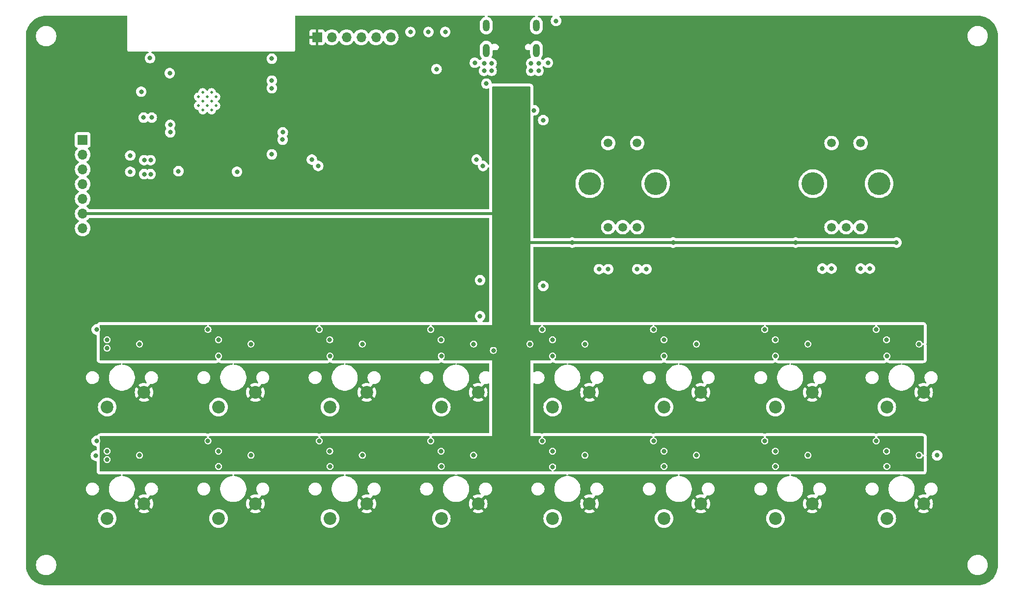
<source format=gbr>
%TF.GenerationSoftware,KiCad,Pcbnew,8.0.1-8.0.1-1~ubuntu22.04.1*%
%TF.CreationDate,2024-04-27T07:34:54-05:00*%
%TF.ProjectId,Universal Control Box,556e6976-6572-4736-916c-20436f6e7472,rev?*%
%TF.SameCoordinates,Original*%
%TF.FileFunction,Copper,L3,Inr*%
%TF.FilePolarity,Positive*%
%FSLAX46Y46*%
G04 Gerber Fmt 4.6, Leading zero omitted, Abs format (unit mm)*
G04 Created by KiCad (PCBNEW 8.0.1-8.0.1-1~ubuntu22.04.1) date 2024-04-27 07:34:54*
%MOMM*%
%LPD*%
G01*
G04 APERTURE LIST*
%TA.AperFunction,ComponentPad*%
%ADD10C,1.500000*%
%TD*%
%TA.AperFunction,ComponentPad*%
%ADD11C,3.915000*%
%TD*%
%TA.AperFunction,ComponentPad*%
%ADD12C,2.200000*%
%TD*%
%TA.AperFunction,ComponentPad*%
%ADD13C,0.475000*%
%TD*%
%TA.AperFunction,ComponentPad*%
%ADD14R,1.700000X1.700000*%
%TD*%
%TA.AperFunction,ComponentPad*%
%ADD15O,1.700000X1.700000*%
%TD*%
%TA.AperFunction,ComponentPad*%
%ADD16O,1.200000X2.300000*%
%TD*%
%TA.AperFunction,ComponentPad*%
%ADD17O,1.200000X2.000000*%
%TD*%
%TA.AperFunction,ViaPad*%
%ADD18C,0.800000*%
%TD*%
%TA.AperFunction,Conductor*%
%ADD19C,0.500000*%
%TD*%
G04 APERTURE END LIST*
D10*
%TO.N,Net-(U202-CHANNEL_1)*%
%TO.C,U202*%
X221900000Y-63650000D03*
%TO.N,Net-(U202-CHANNEL_2)*%
X226900000Y-63650000D03*
%TO.N,GND*%
X224400000Y-63650000D03*
D11*
X218700000Y-56150000D03*
X230100000Y-56150000D03*
D10*
X221900000Y-49150000D03*
%TO.N,/Rotary Encoders/SW_RSW2*%
X226900000Y-49150000D03*
%TD*%
%TO.N,Net-(U201-CHANNEL_1)*%
%TO.C,U201*%
X183400000Y-63650000D03*
%TO.N,Net-(U201-CHANNEL_2)*%
X188400000Y-63650000D03*
%TO.N,GND*%
X185900000Y-63650000D03*
D11*
X180200000Y-56150000D03*
X191600000Y-56150000D03*
D10*
X183400000Y-49150000D03*
%TO.N,/Rotary Encoders/SW_RSW1*%
X188400000Y-49150000D03*
%TD*%
D12*
%TO.N,+3.3V*%
%TO.C,SW306*%
X199375000Y-92140000D03*
%TO.N,/KeyCaps/SW6*%
X193025000Y-94680000D03*
%TD*%
%TO.N,+3.3V*%
%TO.C,SW311*%
X141775000Y-111340000D03*
%TO.N,/KeyCaps/SW11*%
X135425000Y-113880000D03*
%TD*%
D13*
%TO.N,GND*%
%TO.C,U101*%
X112745000Y-41177500D03*
X112745000Y-42702500D03*
X113507500Y-40415000D03*
X113507500Y-41940000D03*
X113507500Y-43465000D03*
X114270000Y-41177500D03*
X114270000Y-42702500D03*
X115032500Y-40415000D03*
X115032500Y-41940000D03*
X115032500Y-43465000D03*
X115795000Y-41177500D03*
X115795000Y-42702500D03*
%TD*%
D12*
%TO.N,+3.3V*%
%TO.C,SW309*%
X103375000Y-111340000D03*
%TO.N,/KeyCaps/SW9*%
X97025000Y-113880000D03*
%TD*%
%TO.N,+3.3V*%
%TO.C,SW305*%
X180175000Y-92140000D03*
%TO.N,/KeyCaps/SW5*%
X173825000Y-94680000D03*
%TD*%
%TO.N,+3.3V*%
%TO.C,SW314*%
X199375000Y-111340000D03*
%TO.N,/KeyCaps/SW14*%
X193025000Y-113880000D03*
%TD*%
%TO.N,+3.3V*%
%TO.C,SW316*%
X237775000Y-111340000D03*
%TO.N,/KeyCaps/SW16*%
X231425000Y-113880000D03*
%TD*%
%TO.N,+3.3V*%
%TO.C,SW301*%
X103375000Y-92140000D03*
%TO.N,/KeyCaps/SW1*%
X97025000Y-94680000D03*
%TD*%
%TO.N,+3.3V*%
%TO.C,SW303*%
X141775000Y-92140000D03*
%TO.N,/KeyCaps/SW3*%
X135425000Y-94680000D03*
%TD*%
D14*
%TO.N,/OLED_CS*%
%TO.C,J102*%
X92800000Y-48600000D03*
D15*
%TO.N,/OLED_DC*%
X92800000Y-51140000D03*
%TO.N,/OLED_RESET*%
X92800000Y-53680000D03*
%TO.N,/OLED_MOSI*%
X92800000Y-56220000D03*
%TO.N,/OLED_SCL*%
X92800000Y-58760000D03*
%TO.N,+5V*%
X92800000Y-61300000D03*
%TO.N,GND*%
X92800000Y-63840000D03*
%TD*%
D12*
%TO.N,+3.3V*%
%TO.C,SW307*%
X218575000Y-92140000D03*
%TO.N,/KeyCaps/SW7*%
X212225000Y-94680000D03*
%TD*%
%TO.N,+3.3V*%
%TO.C,SW302*%
X122575000Y-92140000D03*
%TO.N,/KeyCaps/SW2*%
X116225000Y-94680000D03*
%TD*%
%TO.N,+3.3V*%
%TO.C,SW315*%
X218575000Y-111340000D03*
%TO.N,/KeyCaps/SW15*%
X212225000Y-113880000D03*
%TD*%
D16*
%TO.N,Net-(J103-SHIELD)*%
%TO.C,J103*%
X171025000Y-33175000D03*
D17*
X171025000Y-28900000D03*
D16*
X162375000Y-33175000D03*
D17*
X162375000Y-28900000D03*
%TD*%
D12*
%TO.N,+3.3V*%
%TO.C,SW310*%
X122575000Y-111340000D03*
%TO.N,/KeyCaps/SW10*%
X116225000Y-113880000D03*
%TD*%
D14*
%TO.N,+3.3V*%
%TO.C,J101*%
X133200000Y-30900000D03*
D15*
%TO.N,/EN*%
X135740000Y-30900000D03*
%TO.N,/ESP_TX*%
X138280000Y-30900000D03*
%TO.N,/ESP_RX*%
X140820000Y-30900000D03*
%TO.N,/IO0*%
X143360000Y-30900000D03*
%TO.N,GND*%
X145900000Y-30900000D03*
%TD*%
D12*
%TO.N,+3.3V*%
%TO.C,SW304*%
X160975000Y-92140000D03*
%TO.N,/KeyCaps/SW4*%
X154625000Y-94680000D03*
%TD*%
%TO.N,+3.3V*%
%TO.C,SW312*%
X160975000Y-111340000D03*
%TO.N,/KeyCaps/SW12*%
X154625000Y-113880000D03*
%TD*%
%TO.N,+3.3V*%
%TO.C,SW308*%
X237775000Y-92140000D03*
%TO.N,/KeyCaps/SW8*%
X231425000Y-94680000D03*
%TD*%
%TO.N,+3.3V*%
%TO.C,SW313*%
X180175000Y-111340000D03*
%TO.N,/KeyCaps/SW13*%
X173825000Y-113880000D03*
%TD*%
D18*
%TO.N,/EN*%
X107800000Y-37100000D03*
%TO.N,GND*%
X152800000Y-100500000D03*
X160400000Y-35300000D03*
X102600000Y-83800000D03*
X161300000Y-79000000D03*
X210400000Y-81300000D03*
X217800000Y-103000000D03*
X160200000Y-83800000D03*
X173000000Y-35300000D03*
X172000000Y-81300000D03*
X172200000Y-73800000D03*
X174400000Y-28100000D03*
X181800000Y-70900000D03*
X179400000Y-83800000D03*
X153800000Y-36400000D03*
X162000000Y-36700000D03*
X170100000Y-35400000D03*
X162000000Y-35400000D03*
X141000000Y-103000000D03*
X228500000Y-70800000D03*
X125400000Y-34600000D03*
X133600000Y-100500000D03*
X179400000Y-103000000D03*
X152800000Y-81300000D03*
X114400000Y-81300000D03*
X191200000Y-81300000D03*
X163300000Y-36700000D03*
X171400000Y-36700000D03*
X121800000Y-103000000D03*
X141000000Y-83800000D03*
X149300000Y-30000000D03*
X237000000Y-83800000D03*
X171400000Y-35400000D03*
X237000000Y-103000000D03*
X162400000Y-38900000D03*
X133600000Y-81300000D03*
X102900000Y-40300000D03*
X220300000Y-70800000D03*
X161300000Y-72800000D03*
X210400000Y-100500000D03*
X198600000Y-103000000D03*
X172000000Y-100500000D03*
X198600000Y-83800000D03*
X104400000Y-34500000D03*
X163300000Y-35400000D03*
X95200000Y-81300000D03*
X170600000Y-43500000D03*
X121800000Y-83800000D03*
X190000000Y-70900000D03*
X172200000Y-45200000D03*
X109300000Y-54000000D03*
X229600000Y-100500000D03*
X229600000Y-81300000D03*
X114400000Y-100500000D03*
X160200000Y-103000000D03*
X170100000Y-36700000D03*
X217800000Y-83800000D03*
X191200000Y-100500000D03*
X95200000Y-100500000D03*
X102600000Y-103000000D03*
%TO.N,+3.3V*%
X150800000Y-36400000D03*
X171900000Y-47500000D03*
X171900000Y-46600000D03*
X172800000Y-46600000D03*
X101300000Y-40400000D03*
X156700000Y-36400000D03*
X172200000Y-71800000D03*
X99900000Y-35900000D03*
X172800000Y-47500000D03*
X171000000Y-46600000D03*
X171000000Y-47500000D03*
%TO.N,+5V*%
X194700000Y-105300000D03*
X118800000Y-100500000D03*
X98700000Y-105300000D03*
X164000000Y-61300000D03*
X194700000Y-86100000D03*
X156300000Y-105300000D03*
X156300000Y-86100000D03*
X137100000Y-105300000D03*
X168000000Y-41400000D03*
X234000000Y-81300000D03*
X169300000Y-42900000D03*
X195600000Y-81300000D03*
X117900000Y-105300000D03*
X176400000Y-81300000D03*
X137100000Y-86100000D03*
X166700000Y-41400000D03*
X157200000Y-81300000D03*
X213900000Y-86100000D03*
X164100000Y-42900000D03*
X169400000Y-66300000D03*
X98700000Y-86100000D03*
X176400000Y-100500000D03*
X194600000Y-66300000D03*
X157200000Y-100500000D03*
X233100000Y-105300000D03*
X214800000Y-81300000D03*
X195600000Y-100500000D03*
X213900000Y-105300000D03*
X234000000Y-100500000D03*
X138000000Y-81300000D03*
X214800000Y-100500000D03*
X165400000Y-41400000D03*
X138000000Y-100500000D03*
X99600000Y-81300000D03*
X175500000Y-86100000D03*
X233100000Y-66300000D03*
X164100000Y-40100000D03*
X169300000Y-41400000D03*
X117900000Y-86100000D03*
X99600000Y-100500000D03*
X177200000Y-66300000D03*
X215700000Y-66300000D03*
X169300000Y-40100000D03*
X233100000Y-86100000D03*
X175500000Y-105300000D03*
X118800000Y-81300000D03*
%TO.N,/ESP_TX*%
X155300000Y-30000000D03*
X125400000Y-38400000D03*
%TO.N,/ESP_RX*%
X125400000Y-39700000D03*
%TO.N,/IO0*%
X125400000Y-51100000D03*
%TO.N,/OLED_CS*%
X101000000Y-54100000D03*
X101000000Y-51300000D03*
%TO.N,/OLED_DC*%
X103300000Y-44760000D03*
X104700000Y-44760000D03*
%TO.N,/Rotary Encoders/A_RSW1*%
X127270000Y-48570000D03*
X183400000Y-70900000D03*
%TO.N,/Rotary Encoders/B_RSW1*%
X107900000Y-46000000D03*
X188400000Y-70900000D03*
%TO.N,/Rotary Encoders/A_RSW2*%
X221900000Y-70800000D03*
X127300000Y-47300000D03*
%TO.N,/Rotary Encoders/B_RSW2*%
X226900000Y-70800000D03*
X107900000Y-47300000D03*
%TO.N,/KeyCaps/SW1*%
X97000000Y-83075000D03*
X97000000Y-84525000D03*
%TO.N,/KeyCaps/SW2*%
X116200000Y-83075000D03*
X116225000Y-85900000D03*
%TO.N,/KeyCaps/SW3*%
X135425000Y-85900000D03*
X135400000Y-83075000D03*
%TO.N,/KeyCaps/SW4*%
X154600000Y-83075000D03*
X154625000Y-85900000D03*
%TO.N,/KeyCaps/SW5*%
X173825000Y-85900000D03*
X173800000Y-83075000D03*
%TO.N,/KeyCaps/SW6*%
X193000000Y-83075000D03*
X193025000Y-85900000D03*
%TO.N,/KeyCaps/SW7*%
X212200000Y-83075000D03*
X212225000Y-85900000D03*
%TO.N,/KeyCaps/SW8*%
X231425000Y-85900000D03*
X231400000Y-83075000D03*
%TO.N,/KeyCaps/SW9*%
X97000000Y-103725000D03*
X97000000Y-102275000D03*
%TO.N,/KeyCaps/SW10*%
X116200000Y-102275000D03*
X116225000Y-104900000D03*
%TO.N,/KeyCaps/SW11*%
X135425000Y-104900000D03*
X135400000Y-102275000D03*
%TO.N,/KeyCaps/SW12*%
X154625000Y-104900000D03*
X154600000Y-102275000D03*
%TO.N,/KeyCaps/SW13*%
X173825000Y-105000000D03*
X173800000Y-102275000D03*
%TO.N,/KeyCaps/SW14*%
X193000000Y-102275000D03*
X193025000Y-104900000D03*
%TO.N,/KeyCaps/SW15*%
X212200000Y-102275000D03*
X212225000Y-104900000D03*
%TO.N,/KeyCaps/SW16*%
X231400000Y-102275000D03*
X231425000Y-104900000D03*
%TO.N,/LED_DATA*%
X103400000Y-54500000D03*
X103400000Y-52100000D03*
%TO.N,Net-(SW304-DOUT)*%
X169900000Y-83800000D03*
X163600000Y-84900000D03*
%TO.N,Net-(SW308-DOUT)*%
X95062431Y-103045396D03*
X240100000Y-103000000D03*
%TO.N,/HA_STATUS*%
X152400000Y-30000000D03*
X119400000Y-54100000D03*
%TO.N,/Rotary Encoders/SW_RSW2*%
X133400000Y-53100000D03*
X104500000Y-52100000D03*
X104500000Y-54500000D03*
X161800000Y-53100000D03*
%TO.N,/Rotary Encoders/SW_RSW1*%
X160700000Y-52000000D03*
X132300000Y-52000000D03*
%TD*%
D19*
%TO.N,+5V*%
X92800000Y-61300000D02*
X164000000Y-61300000D01*
X194600000Y-66300000D02*
X177200000Y-66300000D01*
X215700000Y-66300000D02*
X194600000Y-66300000D01*
X233100000Y-66300000D02*
X215700000Y-66300000D01*
X177200000Y-66300000D02*
X169400000Y-66300000D01*
%TD*%
%TA.AperFunction,Conductor*%
%TO.N,+5V*%
G36*
X169943039Y-39419685D02*
G01*
X169988794Y-39472489D01*
X170000000Y-39524000D01*
X170000000Y-43448714D01*
X169998939Y-43464899D01*
X169994318Y-43499998D01*
X169994318Y-43499999D01*
X169994318Y-43500000D01*
X163400000Y-43500000D01*
X163400000Y-39524000D01*
X163419685Y-39456961D01*
X163472489Y-39411206D01*
X163524000Y-39400000D01*
X169876000Y-39400000D01*
X169943039Y-39419685D01*
G37*
%TD.AperFunction*%
%TD*%
%TA.AperFunction,Conductor*%
%TO.N,+5V*%
G36*
X114205837Y-99719685D02*
G01*
X114251592Y-99772489D01*
X114261536Y-99841647D01*
X114232511Y-99905203D01*
X114186251Y-99938561D01*
X114097160Y-99975463D01*
X113971718Y-100071718D01*
X113875463Y-100197160D01*
X113814956Y-100343237D01*
X113814955Y-100343239D01*
X113794318Y-100499998D01*
X113794318Y-100500001D01*
X113814955Y-100656760D01*
X113814956Y-100656762D01*
X113875464Y-100802841D01*
X113971718Y-100928282D01*
X114097159Y-101024536D01*
X114243238Y-101085044D01*
X114321619Y-101095363D01*
X114399999Y-101105682D01*
X114400000Y-101105682D01*
X114400001Y-101105682D01*
X114452254Y-101098802D01*
X114556762Y-101085044D01*
X114702841Y-101024536D01*
X114828282Y-100928282D01*
X114924536Y-100802841D01*
X114985044Y-100656762D01*
X115005682Y-100500000D01*
X114985044Y-100343238D01*
X114924536Y-100197159D01*
X114828282Y-100071718D01*
X114702841Y-99975464D01*
X114613748Y-99938560D01*
X114559346Y-99894720D01*
X114537281Y-99828426D01*
X114554560Y-99760727D01*
X114605697Y-99713116D01*
X114661202Y-99700000D01*
X133338798Y-99700000D01*
X133405837Y-99719685D01*
X133451592Y-99772489D01*
X133461536Y-99841647D01*
X133432511Y-99905203D01*
X133386251Y-99938561D01*
X133297160Y-99975463D01*
X133171718Y-100071718D01*
X133075463Y-100197160D01*
X133014956Y-100343237D01*
X133014955Y-100343239D01*
X132994318Y-100499998D01*
X132994318Y-100500001D01*
X133014955Y-100656760D01*
X133014956Y-100656762D01*
X133075464Y-100802841D01*
X133171718Y-100928282D01*
X133297159Y-101024536D01*
X133443238Y-101085044D01*
X133521619Y-101095363D01*
X133599999Y-101105682D01*
X133600000Y-101105682D01*
X133600001Y-101105682D01*
X133652254Y-101098802D01*
X133756762Y-101085044D01*
X133902841Y-101024536D01*
X134028282Y-100928282D01*
X134124536Y-100802841D01*
X134185044Y-100656762D01*
X134205682Y-100500000D01*
X134185044Y-100343238D01*
X134124536Y-100197159D01*
X134028282Y-100071718D01*
X133902841Y-99975464D01*
X133813748Y-99938560D01*
X133759346Y-99894720D01*
X133737281Y-99828426D01*
X133754560Y-99760727D01*
X133805697Y-99713116D01*
X133861202Y-99700000D01*
X152538798Y-99700000D01*
X152605837Y-99719685D01*
X152651592Y-99772489D01*
X152661536Y-99841647D01*
X152632511Y-99905203D01*
X152586251Y-99938561D01*
X152497160Y-99975463D01*
X152371718Y-100071718D01*
X152275463Y-100197160D01*
X152214956Y-100343237D01*
X152214955Y-100343239D01*
X152194318Y-100499998D01*
X152194318Y-100500001D01*
X152214955Y-100656760D01*
X152214956Y-100656762D01*
X152275464Y-100802841D01*
X152371718Y-100928282D01*
X152497159Y-101024536D01*
X152643238Y-101085044D01*
X152721619Y-101095363D01*
X152799999Y-101105682D01*
X152800000Y-101105682D01*
X152800001Y-101105682D01*
X152852254Y-101098802D01*
X152956762Y-101085044D01*
X153102841Y-101024536D01*
X153228282Y-100928282D01*
X153324536Y-100802841D01*
X153385044Y-100656762D01*
X153405682Y-100500000D01*
X153385044Y-100343238D01*
X153324536Y-100197159D01*
X153228282Y-100071718D01*
X153102841Y-99975464D01*
X153013748Y-99938560D01*
X152959346Y-99894720D01*
X152937281Y-99828426D01*
X152954560Y-99760727D01*
X153005697Y-99713116D01*
X153061202Y-99700000D01*
X163400000Y-99700000D01*
X170000000Y-99700000D01*
X171738798Y-99700000D01*
X171805837Y-99719685D01*
X171851592Y-99772489D01*
X171861536Y-99841647D01*
X171832511Y-99905203D01*
X171786251Y-99938561D01*
X171697160Y-99975463D01*
X171571718Y-100071718D01*
X171475463Y-100197160D01*
X171414956Y-100343237D01*
X171414955Y-100343239D01*
X171394318Y-100499998D01*
X171394318Y-100500001D01*
X171414955Y-100656760D01*
X171414956Y-100656762D01*
X171475464Y-100802841D01*
X171571718Y-100928282D01*
X171697159Y-101024536D01*
X171843238Y-101085044D01*
X171921619Y-101095363D01*
X171999999Y-101105682D01*
X172000000Y-101105682D01*
X172000001Y-101105682D01*
X172052254Y-101098802D01*
X172156762Y-101085044D01*
X172302841Y-101024536D01*
X172428282Y-100928282D01*
X172524536Y-100802841D01*
X172585044Y-100656762D01*
X172605682Y-100500000D01*
X172585044Y-100343238D01*
X172524536Y-100197159D01*
X172428282Y-100071718D01*
X172302841Y-99975464D01*
X172213748Y-99938560D01*
X172159346Y-99894720D01*
X172137281Y-99828426D01*
X172154560Y-99760727D01*
X172205697Y-99713116D01*
X172261202Y-99700000D01*
X190938798Y-99700000D01*
X191005837Y-99719685D01*
X191051592Y-99772489D01*
X191061536Y-99841647D01*
X191032511Y-99905203D01*
X190986251Y-99938561D01*
X190897160Y-99975463D01*
X190771718Y-100071718D01*
X190675463Y-100197160D01*
X190614956Y-100343237D01*
X190614955Y-100343239D01*
X190594318Y-100499998D01*
X190594318Y-100500001D01*
X190614955Y-100656760D01*
X190614956Y-100656762D01*
X190675464Y-100802841D01*
X190771718Y-100928282D01*
X190897159Y-101024536D01*
X191043238Y-101085044D01*
X191121619Y-101095363D01*
X191199999Y-101105682D01*
X191200000Y-101105682D01*
X191200001Y-101105682D01*
X191252254Y-101098802D01*
X191356762Y-101085044D01*
X191502841Y-101024536D01*
X191628282Y-100928282D01*
X191724536Y-100802841D01*
X191785044Y-100656762D01*
X191805682Y-100500000D01*
X191785044Y-100343238D01*
X191724536Y-100197159D01*
X191628282Y-100071718D01*
X191502841Y-99975464D01*
X191413748Y-99938560D01*
X191359346Y-99894720D01*
X191337281Y-99828426D01*
X191354560Y-99760727D01*
X191405697Y-99713116D01*
X191461202Y-99700000D01*
X210138798Y-99700000D01*
X210205837Y-99719685D01*
X210251592Y-99772489D01*
X210261536Y-99841647D01*
X210232511Y-99905203D01*
X210186251Y-99938561D01*
X210097160Y-99975463D01*
X209971718Y-100071718D01*
X209875463Y-100197160D01*
X209814956Y-100343237D01*
X209814955Y-100343239D01*
X209794318Y-100499998D01*
X209794318Y-100500001D01*
X209814955Y-100656760D01*
X209814956Y-100656762D01*
X209875464Y-100802841D01*
X209971718Y-100928282D01*
X210097159Y-101024536D01*
X210243238Y-101085044D01*
X210321619Y-101095363D01*
X210399999Y-101105682D01*
X210400000Y-101105682D01*
X210400001Y-101105682D01*
X210452254Y-101098802D01*
X210556762Y-101085044D01*
X210702841Y-101024536D01*
X210828282Y-100928282D01*
X210924536Y-100802841D01*
X210985044Y-100656762D01*
X211005682Y-100500000D01*
X210985044Y-100343238D01*
X210924536Y-100197159D01*
X210828282Y-100071718D01*
X210702841Y-99975464D01*
X210613748Y-99938560D01*
X210559346Y-99894720D01*
X210537281Y-99828426D01*
X210554560Y-99760727D01*
X210605697Y-99713116D01*
X210661202Y-99700000D01*
X229338798Y-99700000D01*
X229405837Y-99719685D01*
X229451592Y-99772489D01*
X229461536Y-99841647D01*
X229432511Y-99905203D01*
X229386251Y-99938561D01*
X229297160Y-99975463D01*
X229171718Y-100071718D01*
X229075463Y-100197160D01*
X229014956Y-100343237D01*
X229014955Y-100343239D01*
X228994318Y-100499998D01*
X228994318Y-100500001D01*
X229014955Y-100656760D01*
X229014956Y-100656762D01*
X229075464Y-100802841D01*
X229171718Y-100928282D01*
X229297159Y-101024536D01*
X229443238Y-101085044D01*
X229521619Y-101095363D01*
X229599999Y-101105682D01*
X229600000Y-101105682D01*
X229600001Y-101105682D01*
X229652254Y-101098802D01*
X229756762Y-101085044D01*
X229902841Y-101024536D01*
X230028282Y-100928282D01*
X230124536Y-100802841D01*
X230185044Y-100656762D01*
X230205682Y-100500000D01*
X230185044Y-100343238D01*
X230124536Y-100197159D01*
X230028282Y-100071718D01*
X229902841Y-99975464D01*
X229813748Y-99938560D01*
X229759346Y-99894720D01*
X229737281Y-99828426D01*
X229754560Y-99760727D01*
X229805697Y-99713116D01*
X229861202Y-99700000D01*
X237676000Y-99700000D01*
X237743039Y-99719685D01*
X237788794Y-99772489D01*
X237800000Y-99824000D01*
X237800000Y-102738798D01*
X237780315Y-102805837D01*
X237727511Y-102851592D01*
X237658353Y-102861536D01*
X237594797Y-102832511D01*
X237561439Y-102786251D01*
X237524536Y-102697159D01*
X237428282Y-102571718D01*
X237302841Y-102475464D01*
X237266357Y-102460352D01*
X237156762Y-102414956D01*
X237156760Y-102414955D01*
X237000001Y-102394318D01*
X236999999Y-102394318D01*
X236843239Y-102414955D01*
X236843237Y-102414956D01*
X236697160Y-102475463D01*
X236571718Y-102571718D01*
X236475463Y-102697160D01*
X236414956Y-102843237D01*
X236414955Y-102843239D01*
X236394318Y-102999998D01*
X236394318Y-103000001D01*
X236414955Y-103156760D01*
X236414956Y-103156762D01*
X236475464Y-103302841D01*
X236571718Y-103428282D01*
X236697159Y-103524536D01*
X236843238Y-103585044D01*
X236921619Y-103595363D01*
X236999999Y-103605682D01*
X237000000Y-103605682D01*
X237000001Y-103605682D01*
X237052254Y-103598802D01*
X237156762Y-103585044D01*
X237302841Y-103524536D01*
X237428282Y-103428282D01*
X237524536Y-103302841D01*
X237561439Y-103213748D01*
X237605280Y-103159345D01*
X237671574Y-103137280D01*
X237739273Y-103154559D01*
X237786884Y-103205696D01*
X237800000Y-103261201D01*
X237800000Y-105676000D01*
X237780315Y-105743039D01*
X237727511Y-105788794D01*
X237676000Y-105800000D01*
X174086202Y-105800000D01*
X174019163Y-105780315D01*
X173973408Y-105727511D01*
X173963464Y-105658353D01*
X173992489Y-105594797D01*
X174038749Y-105561439D01*
X174127841Y-105524536D01*
X174253282Y-105428282D01*
X174349536Y-105302841D01*
X174410044Y-105156762D01*
X174430682Y-105000000D01*
X174417517Y-104900001D01*
X192419318Y-104900001D01*
X192439955Y-105056760D01*
X192439956Y-105056762D01*
X192481376Y-105156760D01*
X192500464Y-105202841D01*
X192596718Y-105328282D01*
X192722159Y-105424536D01*
X192868238Y-105485044D01*
X192946619Y-105495363D01*
X193024999Y-105505682D01*
X193025000Y-105505682D01*
X193025001Y-105505682D01*
X193077254Y-105498802D01*
X193181762Y-105485044D01*
X193327841Y-105424536D01*
X193453282Y-105328282D01*
X193549536Y-105202841D01*
X193610044Y-105056762D01*
X193630682Y-104900001D01*
X211619318Y-104900001D01*
X211639955Y-105056760D01*
X211639956Y-105056762D01*
X211681376Y-105156760D01*
X211700464Y-105202841D01*
X211796718Y-105328282D01*
X211922159Y-105424536D01*
X212068238Y-105485044D01*
X212146619Y-105495363D01*
X212224999Y-105505682D01*
X212225000Y-105505682D01*
X212225001Y-105505682D01*
X212277254Y-105498802D01*
X212381762Y-105485044D01*
X212527841Y-105424536D01*
X212653282Y-105328282D01*
X212749536Y-105202841D01*
X212810044Y-105056762D01*
X212830682Y-104900001D01*
X230819318Y-104900001D01*
X230839955Y-105056760D01*
X230839956Y-105056762D01*
X230881376Y-105156760D01*
X230900464Y-105202841D01*
X230996718Y-105328282D01*
X231122159Y-105424536D01*
X231268238Y-105485044D01*
X231346619Y-105495363D01*
X231424999Y-105505682D01*
X231425000Y-105505682D01*
X231425001Y-105505682D01*
X231477254Y-105498802D01*
X231581762Y-105485044D01*
X231727841Y-105424536D01*
X231853282Y-105328282D01*
X231949536Y-105202841D01*
X232010044Y-105056762D01*
X232030682Y-104900000D01*
X232010044Y-104743238D01*
X231949536Y-104597159D01*
X231853282Y-104471718D01*
X231727841Y-104375464D01*
X231581762Y-104314956D01*
X231581760Y-104314955D01*
X231425001Y-104294318D01*
X231424999Y-104294318D01*
X231268239Y-104314955D01*
X231268237Y-104314956D01*
X231122160Y-104375463D01*
X230996718Y-104471718D01*
X230900463Y-104597160D01*
X230839956Y-104743237D01*
X230839955Y-104743239D01*
X230819318Y-104899998D01*
X230819318Y-104900001D01*
X212830682Y-104900001D01*
X212830682Y-104900000D01*
X212810044Y-104743238D01*
X212749536Y-104597159D01*
X212653282Y-104471718D01*
X212527841Y-104375464D01*
X212381762Y-104314956D01*
X212381760Y-104314955D01*
X212225001Y-104294318D01*
X212224999Y-104294318D01*
X212068239Y-104314955D01*
X212068237Y-104314956D01*
X211922160Y-104375463D01*
X211796718Y-104471718D01*
X211700463Y-104597160D01*
X211639956Y-104743237D01*
X211639955Y-104743239D01*
X211619318Y-104899998D01*
X211619318Y-104900001D01*
X193630682Y-104900001D01*
X193630682Y-104900000D01*
X193610044Y-104743238D01*
X193549536Y-104597159D01*
X193453282Y-104471718D01*
X193327841Y-104375464D01*
X193181762Y-104314956D01*
X193181760Y-104314955D01*
X193025001Y-104294318D01*
X193024999Y-104294318D01*
X192868239Y-104314955D01*
X192868237Y-104314956D01*
X192722160Y-104375463D01*
X192596718Y-104471718D01*
X192500463Y-104597160D01*
X192439956Y-104743237D01*
X192439955Y-104743239D01*
X192419318Y-104899998D01*
X192419318Y-104900001D01*
X174417517Y-104900001D01*
X174410044Y-104843238D01*
X174349536Y-104697159D01*
X174253282Y-104571718D01*
X174127841Y-104475464D01*
X174118797Y-104471718D01*
X173981762Y-104414956D01*
X173981760Y-104414955D01*
X173825001Y-104394318D01*
X173824999Y-104394318D01*
X173668239Y-104414955D01*
X173668237Y-104414956D01*
X173522160Y-104475463D01*
X173396718Y-104571718D01*
X173300463Y-104697160D01*
X173239956Y-104843237D01*
X173239955Y-104843239D01*
X173219318Y-104999998D01*
X173219318Y-105000001D01*
X173239955Y-105156760D01*
X173239956Y-105156762D01*
X173300464Y-105302841D01*
X173396718Y-105428282D01*
X173522159Y-105524536D01*
X173611251Y-105561439D01*
X173665654Y-105605280D01*
X173687719Y-105671574D01*
X173670440Y-105739273D01*
X173619303Y-105786884D01*
X173563798Y-105800000D01*
X95824000Y-105800000D01*
X95756961Y-105780315D01*
X95711206Y-105727511D01*
X95700000Y-105676000D01*
X95700000Y-104900001D01*
X115619318Y-104900001D01*
X115639955Y-105056760D01*
X115639956Y-105056762D01*
X115681376Y-105156760D01*
X115700464Y-105202841D01*
X115796718Y-105328282D01*
X115922159Y-105424536D01*
X116068238Y-105485044D01*
X116146619Y-105495363D01*
X116224999Y-105505682D01*
X116225000Y-105505682D01*
X116225001Y-105505682D01*
X116277254Y-105498802D01*
X116381762Y-105485044D01*
X116527841Y-105424536D01*
X116653282Y-105328282D01*
X116749536Y-105202841D01*
X116810044Y-105056762D01*
X116830682Y-104900001D01*
X134819318Y-104900001D01*
X134839955Y-105056760D01*
X134839956Y-105056762D01*
X134881376Y-105156760D01*
X134900464Y-105202841D01*
X134996718Y-105328282D01*
X135122159Y-105424536D01*
X135268238Y-105485044D01*
X135346619Y-105495363D01*
X135424999Y-105505682D01*
X135425000Y-105505682D01*
X135425001Y-105505682D01*
X135477254Y-105498802D01*
X135581762Y-105485044D01*
X135727841Y-105424536D01*
X135853282Y-105328282D01*
X135949536Y-105202841D01*
X136010044Y-105056762D01*
X136030682Y-104900001D01*
X154019318Y-104900001D01*
X154039955Y-105056760D01*
X154039956Y-105056762D01*
X154081376Y-105156760D01*
X154100464Y-105202841D01*
X154196718Y-105328282D01*
X154322159Y-105424536D01*
X154468238Y-105485044D01*
X154546619Y-105495363D01*
X154624999Y-105505682D01*
X154625000Y-105505682D01*
X154625001Y-105505682D01*
X154677254Y-105498802D01*
X154781762Y-105485044D01*
X154927841Y-105424536D01*
X155053282Y-105328282D01*
X155149536Y-105202841D01*
X155210044Y-105056762D01*
X155230682Y-104900000D01*
X155210044Y-104743238D01*
X155149536Y-104597159D01*
X155053282Y-104471718D01*
X154927841Y-104375464D01*
X154781762Y-104314956D01*
X154781760Y-104314955D01*
X154625001Y-104294318D01*
X154624999Y-104294318D01*
X154468239Y-104314955D01*
X154468237Y-104314956D01*
X154322160Y-104375463D01*
X154196718Y-104471718D01*
X154100463Y-104597160D01*
X154039956Y-104743237D01*
X154039955Y-104743239D01*
X154019318Y-104899998D01*
X154019318Y-104900001D01*
X136030682Y-104900001D01*
X136030682Y-104900000D01*
X136010044Y-104743238D01*
X135949536Y-104597159D01*
X135853282Y-104471718D01*
X135727841Y-104375464D01*
X135581762Y-104314956D01*
X135581760Y-104314955D01*
X135425001Y-104294318D01*
X135424999Y-104294318D01*
X135268239Y-104314955D01*
X135268237Y-104314956D01*
X135122160Y-104375463D01*
X134996718Y-104471718D01*
X134900463Y-104597160D01*
X134839956Y-104743237D01*
X134839955Y-104743239D01*
X134819318Y-104899998D01*
X134819318Y-104900001D01*
X116830682Y-104900001D01*
X116830682Y-104900000D01*
X116810044Y-104743238D01*
X116749536Y-104597159D01*
X116653282Y-104471718D01*
X116527841Y-104375464D01*
X116381762Y-104314956D01*
X116381760Y-104314955D01*
X116225001Y-104294318D01*
X116224999Y-104294318D01*
X116068239Y-104314955D01*
X116068237Y-104314956D01*
X115922160Y-104375463D01*
X115796718Y-104471718D01*
X115700463Y-104597160D01*
X115639956Y-104743237D01*
X115639955Y-104743239D01*
X115619318Y-104899998D01*
X115619318Y-104900001D01*
X95700000Y-104900001D01*
X95700000Y-103725001D01*
X96394318Y-103725001D01*
X96414955Y-103881760D01*
X96414956Y-103881762D01*
X96475464Y-104027841D01*
X96571718Y-104153282D01*
X96697159Y-104249536D01*
X96843238Y-104310044D01*
X96880541Y-104314955D01*
X96999999Y-104330682D01*
X97000000Y-104330682D01*
X97000001Y-104330682D01*
X97052254Y-104323802D01*
X97156762Y-104310044D01*
X97302841Y-104249536D01*
X97428282Y-104153282D01*
X97524536Y-104027841D01*
X97585044Y-103881762D01*
X97605682Y-103725000D01*
X97585044Y-103568238D01*
X97524536Y-103422159D01*
X97428282Y-103296718D01*
X97302841Y-103200464D01*
X97156762Y-103139956D01*
X97156760Y-103139955D01*
X97027505Y-103122939D01*
X97000179Y-103110851D01*
X96975415Y-103122519D01*
X96972494Y-103122939D01*
X96843239Y-103139955D01*
X96843237Y-103139956D01*
X96697160Y-103200463D01*
X96571718Y-103296718D01*
X96475463Y-103422160D01*
X96414956Y-103568237D01*
X96414955Y-103568239D01*
X96394318Y-103724998D01*
X96394318Y-103725001D01*
X95700000Y-103725001D01*
X95700000Y-103000001D01*
X101994318Y-103000001D01*
X102014955Y-103156760D01*
X102014956Y-103156762D01*
X102075464Y-103302841D01*
X102171718Y-103428282D01*
X102297159Y-103524536D01*
X102443238Y-103585044D01*
X102521619Y-103595363D01*
X102599999Y-103605682D01*
X102600000Y-103605682D01*
X102600001Y-103605682D01*
X102652254Y-103598802D01*
X102756762Y-103585044D01*
X102902841Y-103524536D01*
X103028282Y-103428282D01*
X103124536Y-103302841D01*
X103185044Y-103156762D01*
X103205682Y-103000001D01*
X121194318Y-103000001D01*
X121214955Y-103156760D01*
X121214956Y-103156762D01*
X121275464Y-103302841D01*
X121371718Y-103428282D01*
X121497159Y-103524536D01*
X121643238Y-103585044D01*
X121721619Y-103595363D01*
X121799999Y-103605682D01*
X121800000Y-103605682D01*
X121800001Y-103605682D01*
X121852254Y-103598802D01*
X121956762Y-103585044D01*
X122102841Y-103524536D01*
X122228282Y-103428282D01*
X122324536Y-103302841D01*
X122385044Y-103156762D01*
X122405682Y-103000001D01*
X140394318Y-103000001D01*
X140414955Y-103156760D01*
X140414956Y-103156762D01*
X140475464Y-103302841D01*
X140571718Y-103428282D01*
X140697159Y-103524536D01*
X140843238Y-103585044D01*
X140921619Y-103595363D01*
X140999999Y-103605682D01*
X141000000Y-103605682D01*
X141000001Y-103605682D01*
X141052254Y-103598802D01*
X141156762Y-103585044D01*
X141302841Y-103524536D01*
X141428282Y-103428282D01*
X141524536Y-103302841D01*
X141585044Y-103156762D01*
X141605682Y-103000001D01*
X159594318Y-103000001D01*
X159614955Y-103156760D01*
X159614956Y-103156762D01*
X159675464Y-103302841D01*
X159771718Y-103428282D01*
X159897159Y-103524536D01*
X160043238Y-103585044D01*
X160121619Y-103595363D01*
X160199999Y-103605682D01*
X160200000Y-103605682D01*
X160200001Y-103605682D01*
X160252254Y-103598802D01*
X160356762Y-103585044D01*
X160502841Y-103524536D01*
X160628282Y-103428282D01*
X160724536Y-103302841D01*
X160785044Y-103156762D01*
X160805682Y-103000001D01*
X178794318Y-103000001D01*
X178814955Y-103156760D01*
X178814956Y-103156762D01*
X178875464Y-103302841D01*
X178971718Y-103428282D01*
X179097159Y-103524536D01*
X179243238Y-103585044D01*
X179321619Y-103595363D01*
X179399999Y-103605682D01*
X179400000Y-103605682D01*
X179400001Y-103605682D01*
X179452254Y-103598802D01*
X179556762Y-103585044D01*
X179702841Y-103524536D01*
X179828282Y-103428282D01*
X179924536Y-103302841D01*
X179985044Y-103156762D01*
X180005682Y-103000001D01*
X197994318Y-103000001D01*
X198014955Y-103156760D01*
X198014956Y-103156762D01*
X198075464Y-103302841D01*
X198171718Y-103428282D01*
X198297159Y-103524536D01*
X198443238Y-103585044D01*
X198521619Y-103595363D01*
X198599999Y-103605682D01*
X198600000Y-103605682D01*
X198600001Y-103605682D01*
X198652254Y-103598802D01*
X198756762Y-103585044D01*
X198902841Y-103524536D01*
X199028282Y-103428282D01*
X199124536Y-103302841D01*
X199185044Y-103156762D01*
X199205682Y-103000001D01*
X217194318Y-103000001D01*
X217214955Y-103156760D01*
X217214956Y-103156762D01*
X217275464Y-103302841D01*
X217371718Y-103428282D01*
X217497159Y-103524536D01*
X217643238Y-103585044D01*
X217721619Y-103595363D01*
X217799999Y-103605682D01*
X217800000Y-103605682D01*
X217800001Y-103605682D01*
X217852254Y-103598802D01*
X217956762Y-103585044D01*
X218102841Y-103524536D01*
X218228282Y-103428282D01*
X218324536Y-103302841D01*
X218385044Y-103156762D01*
X218405682Y-103000000D01*
X218385044Y-102843238D01*
X218324536Y-102697159D01*
X218228282Y-102571718D01*
X218102841Y-102475464D01*
X218066357Y-102460352D01*
X217956762Y-102414956D01*
X217956760Y-102414955D01*
X217800001Y-102394318D01*
X217799999Y-102394318D01*
X217643239Y-102414955D01*
X217643237Y-102414956D01*
X217497160Y-102475463D01*
X217371718Y-102571718D01*
X217275463Y-102697160D01*
X217214956Y-102843237D01*
X217214955Y-102843239D01*
X217194318Y-102999998D01*
X217194318Y-103000001D01*
X199205682Y-103000001D01*
X199205682Y-103000000D01*
X199185044Y-102843238D01*
X199124536Y-102697159D01*
X199028282Y-102571718D01*
X198902841Y-102475464D01*
X198866357Y-102460352D01*
X198756762Y-102414956D01*
X198756760Y-102414955D01*
X198600001Y-102394318D01*
X198599999Y-102394318D01*
X198443239Y-102414955D01*
X198443237Y-102414956D01*
X198297160Y-102475463D01*
X198171718Y-102571718D01*
X198075463Y-102697160D01*
X198014956Y-102843237D01*
X198014955Y-102843239D01*
X197994318Y-102999998D01*
X197994318Y-103000001D01*
X180005682Y-103000001D01*
X180005682Y-103000000D01*
X179985044Y-102843238D01*
X179924536Y-102697159D01*
X179828282Y-102571718D01*
X179702841Y-102475464D01*
X179666357Y-102460352D01*
X179556762Y-102414956D01*
X179556760Y-102414955D01*
X179400001Y-102394318D01*
X179399999Y-102394318D01*
X179243239Y-102414955D01*
X179243237Y-102414956D01*
X179097160Y-102475463D01*
X178971718Y-102571718D01*
X178875463Y-102697160D01*
X178814956Y-102843237D01*
X178814955Y-102843239D01*
X178794318Y-102999998D01*
X178794318Y-103000001D01*
X160805682Y-103000001D01*
X160805682Y-103000000D01*
X160785044Y-102843238D01*
X160724536Y-102697159D01*
X160628282Y-102571718D01*
X160502841Y-102475464D01*
X160466357Y-102460352D01*
X160356762Y-102414956D01*
X160356760Y-102414955D01*
X160200001Y-102394318D01*
X160199999Y-102394318D01*
X160043239Y-102414955D01*
X160043237Y-102414956D01*
X159897160Y-102475463D01*
X159771718Y-102571718D01*
X159675463Y-102697160D01*
X159614956Y-102843237D01*
X159614955Y-102843239D01*
X159594318Y-102999998D01*
X159594318Y-103000001D01*
X141605682Y-103000001D01*
X141605682Y-103000000D01*
X141585044Y-102843238D01*
X141524536Y-102697159D01*
X141428282Y-102571718D01*
X141302841Y-102475464D01*
X141266357Y-102460352D01*
X141156762Y-102414956D01*
X141156760Y-102414955D01*
X141000001Y-102394318D01*
X140999999Y-102394318D01*
X140843239Y-102414955D01*
X140843237Y-102414956D01*
X140697160Y-102475463D01*
X140571718Y-102571718D01*
X140475463Y-102697160D01*
X140414956Y-102843237D01*
X140414955Y-102843239D01*
X140394318Y-102999998D01*
X140394318Y-103000001D01*
X122405682Y-103000001D01*
X122405682Y-103000000D01*
X122385044Y-102843238D01*
X122324536Y-102697159D01*
X122228282Y-102571718D01*
X122102841Y-102475464D01*
X122066357Y-102460352D01*
X121956762Y-102414956D01*
X121956760Y-102414955D01*
X121800001Y-102394318D01*
X121799999Y-102394318D01*
X121643239Y-102414955D01*
X121643237Y-102414956D01*
X121497160Y-102475463D01*
X121371718Y-102571718D01*
X121275463Y-102697160D01*
X121214956Y-102843237D01*
X121214955Y-102843239D01*
X121194318Y-102999998D01*
X121194318Y-103000001D01*
X103205682Y-103000001D01*
X103205682Y-103000000D01*
X103185044Y-102843238D01*
X103124536Y-102697159D01*
X103028282Y-102571718D01*
X102902841Y-102475464D01*
X102866357Y-102460352D01*
X102756762Y-102414956D01*
X102756760Y-102414955D01*
X102600001Y-102394318D01*
X102599999Y-102394318D01*
X102443239Y-102414955D01*
X102443237Y-102414956D01*
X102297160Y-102475463D01*
X102171718Y-102571718D01*
X102075463Y-102697160D01*
X102014956Y-102843237D01*
X102014955Y-102843239D01*
X101994318Y-102999998D01*
X101994318Y-103000001D01*
X95700000Y-103000001D01*
X95700000Y-102275001D01*
X96394318Y-102275001D01*
X96414955Y-102431760D01*
X96414956Y-102431762D01*
X96475464Y-102577841D01*
X96571718Y-102703282D01*
X96697159Y-102799536D01*
X96843238Y-102860044D01*
X96892398Y-102866516D01*
X96972494Y-102877061D01*
X96999818Y-102889148D01*
X97024584Y-102877481D01*
X97027505Y-102877061D01*
X97058441Y-102872988D01*
X97156762Y-102860044D01*
X97302841Y-102799536D01*
X97428282Y-102703282D01*
X97524536Y-102577841D01*
X97585044Y-102431762D01*
X97605682Y-102275001D01*
X115594318Y-102275001D01*
X115614955Y-102431760D01*
X115614956Y-102431762D01*
X115675464Y-102577841D01*
X115771718Y-102703282D01*
X115897159Y-102799536D01*
X116043238Y-102860044D01*
X116121619Y-102870363D01*
X116199999Y-102880682D01*
X116200000Y-102880682D01*
X116200001Y-102880682D01*
X116252254Y-102873802D01*
X116356762Y-102860044D01*
X116502841Y-102799536D01*
X116628282Y-102703282D01*
X116724536Y-102577841D01*
X116785044Y-102431762D01*
X116805682Y-102275001D01*
X134794318Y-102275001D01*
X134814955Y-102431760D01*
X134814956Y-102431762D01*
X134875464Y-102577841D01*
X134971718Y-102703282D01*
X135097159Y-102799536D01*
X135243238Y-102860044D01*
X135321619Y-102870363D01*
X135399999Y-102880682D01*
X135400000Y-102880682D01*
X135400001Y-102880682D01*
X135452254Y-102873802D01*
X135556762Y-102860044D01*
X135702841Y-102799536D01*
X135828282Y-102703282D01*
X135924536Y-102577841D01*
X135985044Y-102431762D01*
X136005682Y-102275001D01*
X153994318Y-102275001D01*
X154014955Y-102431760D01*
X154014956Y-102431762D01*
X154075464Y-102577841D01*
X154171718Y-102703282D01*
X154297159Y-102799536D01*
X154443238Y-102860044D01*
X154521619Y-102870363D01*
X154599999Y-102880682D01*
X154600000Y-102880682D01*
X154600001Y-102880682D01*
X154652254Y-102873802D01*
X154756762Y-102860044D01*
X154902841Y-102799536D01*
X155028282Y-102703282D01*
X155124536Y-102577841D01*
X155185044Y-102431762D01*
X155205682Y-102275001D01*
X173194318Y-102275001D01*
X173214955Y-102431760D01*
X173214956Y-102431762D01*
X173275464Y-102577841D01*
X173371718Y-102703282D01*
X173497159Y-102799536D01*
X173643238Y-102860044D01*
X173721619Y-102870363D01*
X173799999Y-102880682D01*
X173800000Y-102880682D01*
X173800001Y-102880682D01*
X173852254Y-102873802D01*
X173956762Y-102860044D01*
X174102841Y-102799536D01*
X174228282Y-102703282D01*
X174324536Y-102577841D01*
X174385044Y-102431762D01*
X174405682Y-102275001D01*
X192394318Y-102275001D01*
X192414955Y-102431760D01*
X192414956Y-102431762D01*
X192475464Y-102577841D01*
X192571718Y-102703282D01*
X192697159Y-102799536D01*
X192843238Y-102860044D01*
X192921619Y-102870363D01*
X192999999Y-102880682D01*
X193000000Y-102880682D01*
X193000001Y-102880682D01*
X193052254Y-102873802D01*
X193156762Y-102860044D01*
X193302841Y-102799536D01*
X193428282Y-102703282D01*
X193524536Y-102577841D01*
X193585044Y-102431762D01*
X193605682Y-102275001D01*
X211594318Y-102275001D01*
X211614955Y-102431760D01*
X211614956Y-102431762D01*
X211675464Y-102577841D01*
X211771718Y-102703282D01*
X211897159Y-102799536D01*
X212043238Y-102860044D01*
X212121619Y-102870363D01*
X212199999Y-102880682D01*
X212200000Y-102880682D01*
X212200001Y-102880682D01*
X212252254Y-102873802D01*
X212356762Y-102860044D01*
X212502841Y-102799536D01*
X212628282Y-102703282D01*
X212724536Y-102577841D01*
X212785044Y-102431762D01*
X212805682Y-102275001D01*
X230794318Y-102275001D01*
X230814955Y-102431760D01*
X230814956Y-102431762D01*
X230875464Y-102577841D01*
X230971718Y-102703282D01*
X231097159Y-102799536D01*
X231243238Y-102860044D01*
X231321619Y-102870363D01*
X231399999Y-102880682D01*
X231400000Y-102880682D01*
X231400001Y-102880682D01*
X231452254Y-102873802D01*
X231556762Y-102860044D01*
X231702841Y-102799536D01*
X231828282Y-102703282D01*
X231924536Y-102577841D01*
X231985044Y-102431762D01*
X232005682Y-102275000D01*
X231985044Y-102118238D01*
X231924536Y-101972159D01*
X231828282Y-101846718D01*
X231702841Y-101750464D01*
X231556762Y-101689956D01*
X231556760Y-101689955D01*
X231400001Y-101669318D01*
X231399999Y-101669318D01*
X231243239Y-101689955D01*
X231243237Y-101689956D01*
X231097160Y-101750463D01*
X230971718Y-101846718D01*
X230875463Y-101972160D01*
X230814956Y-102118237D01*
X230814955Y-102118239D01*
X230794318Y-102274998D01*
X230794318Y-102275001D01*
X212805682Y-102275001D01*
X212805682Y-102275000D01*
X212785044Y-102118238D01*
X212724536Y-101972159D01*
X212628282Y-101846718D01*
X212502841Y-101750464D01*
X212356762Y-101689956D01*
X212356760Y-101689955D01*
X212200001Y-101669318D01*
X212199999Y-101669318D01*
X212043239Y-101689955D01*
X212043237Y-101689956D01*
X211897160Y-101750463D01*
X211771718Y-101846718D01*
X211675463Y-101972160D01*
X211614956Y-102118237D01*
X211614955Y-102118239D01*
X211594318Y-102274998D01*
X211594318Y-102275001D01*
X193605682Y-102275001D01*
X193605682Y-102275000D01*
X193585044Y-102118238D01*
X193524536Y-101972159D01*
X193428282Y-101846718D01*
X193302841Y-101750464D01*
X193156762Y-101689956D01*
X193156760Y-101689955D01*
X193000001Y-101669318D01*
X192999999Y-101669318D01*
X192843239Y-101689955D01*
X192843237Y-101689956D01*
X192697160Y-101750463D01*
X192571718Y-101846718D01*
X192475463Y-101972160D01*
X192414956Y-102118237D01*
X192414955Y-102118239D01*
X192394318Y-102274998D01*
X192394318Y-102275001D01*
X174405682Y-102275001D01*
X174405682Y-102275000D01*
X174385044Y-102118238D01*
X174324536Y-101972159D01*
X174228282Y-101846718D01*
X174102841Y-101750464D01*
X173956762Y-101689956D01*
X173956760Y-101689955D01*
X173800001Y-101669318D01*
X173799999Y-101669318D01*
X173643239Y-101689955D01*
X173643237Y-101689956D01*
X173497160Y-101750463D01*
X173371718Y-101846718D01*
X173275463Y-101972160D01*
X173214956Y-102118237D01*
X173214955Y-102118239D01*
X173194318Y-102274998D01*
X173194318Y-102275001D01*
X155205682Y-102275001D01*
X155205682Y-102275000D01*
X155185044Y-102118238D01*
X155124536Y-101972159D01*
X155028282Y-101846718D01*
X154902841Y-101750464D01*
X154756762Y-101689956D01*
X154756760Y-101689955D01*
X154600001Y-101669318D01*
X154599999Y-101669318D01*
X154443239Y-101689955D01*
X154443237Y-101689956D01*
X154297160Y-101750463D01*
X154171718Y-101846718D01*
X154075463Y-101972160D01*
X154014956Y-102118237D01*
X154014955Y-102118239D01*
X153994318Y-102274998D01*
X153994318Y-102275001D01*
X136005682Y-102275001D01*
X136005682Y-102275000D01*
X135985044Y-102118238D01*
X135924536Y-101972159D01*
X135828282Y-101846718D01*
X135702841Y-101750464D01*
X135556762Y-101689956D01*
X135556760Y-101689955D01*
X135400001Y-101669318D01*
X135399999Y-101669318D01*
X135243239Y-101689955D01*
X135243237Y-101689956D01*
X135097160Y-101750463D01*
X134971718Y-101846718D01*
X134875463Y-101972160D01*
X134814956Y-102118237D01*
X134814955Y-102118239D01*
X134794318Y-102274998D01*
X134794318Y-102275001D01*
X116805682Y-102275001D01*
X116805682Y-102275000D01*
X116785044Y-102118238D01*
X116724536Y-101972159D01*
X116628282Y-101846718D01*
X116502841Y-101750464D01*
X116356762Y-101689956D01*
X116356760Y-101689955D01*
X116200001Y-101669318D01*
X116199999Y-101669318D01*
X116043239Y-101689955D01*
X116043237Y-101689956D01*
X115897160Y-101750463D01*
X115771718Y-101846718D01*
X115675463Y-101972160D01*
X115614956Y-102118237D01*
X115614955Y-102118239D01*
X115594318Y-102274998D01*
X115594318Y-102275001D01*
X97605682Y-102275001D01*
X97605682Y-102275000D01*
X97585044Y-102118238D01*
X97524536Y-101972159D01*
X97428282Y-101846718D01*
X97302841Y-101750464D01*
X97156762Y-101689956D01*
X97156760Y-101689955D01*
X97000001Y-101669318D01*
X96999999Y-101669318D01*
X96843239Y-101689955D01*
X96843237Y-101689956D01*
X96697160Y-101750463D01*
X96571718Y-101846718D01*
X96475463Y-101972160D01*
X96414956Y-102118237D01*
X96414955Y-102118239D01*
X96394318Y-102274998D01*
X96394318Y-102275001D01*
X95700000Y-102275001D01*
X95700000Y-100876908D01*
X95719685Y-100809869D01*
X95724119Y-100803561D01*
X95724530Y-100802847D01*
X95724536Y-100802841D01*
X95785044Y-100656762D01*
X95805682Y-100500000D01*
X95785044Y-100343238D01*
X95724536Y-100197159D01*
X95724534Y-100197156D01*
X95720474Y-100190123D01*
X95722011Y-100189235D01*
X95700429Y-100133402D01*
X95700000Y-100123091D01*
X95700000Y-99824000D01*
X95719685Y-99756961D01*
X95772489Y-99711206D01*
X95824000Y-99700000D01*
X114138798Y-99700000D01*
X114205837Y-99719685D01*
G37*
%TD.AperFunction*%
%TD*%
%TA.AperFunction,Conductor*%
%TO.N,+5V*%
G36*
X169998939Y-43535099D02*
G01*
X170000000Y-43551285D01*
X170000000Y-83207482D01*
X169900001Y-83194318D01*
X169899999Y-83194318D01*
X169743239Y-83214955D01*
X169743237Y-83214956D01*
X169597160Y-83275463D01*
X169471718Y-83371718D01*
X169375463Y-83497160D01*
X169314956Y-83643237D01*
X169314955Y-83643239D01*
X169294318Y-83799998D01*
X169294318Y-83800001D01*
X169314955Y-83956760D01*
X169314956Y-83956762D01*
X169375464Y-84102841D01*
X169471718Y-84228282D01*
X169597159Y-84324536D01*
X169743238Y-84385044D01*
X169799994Y-84392516D01*
X169899999Y-84405682D01*
X169900000Y-84405682D01*
X169900001Y-84405682D01*
X169913839Y-84403859D01*
X170000000Y-84392516D01*
X170000000Y-99700000D01*
X163400000Y-99700000D01*
X163400000Y-85467134D01*
X163443238Y-85485044D01*
X163521619Y-85495363D01*
X163599999Y-85505682D01*
X163600000Y-85505682D01*
X163600001Y-85505682D01*
X163652254Y-85498802D01*
X163756762Y-85485044D01*
X163902841Y-85424536D01*
X164028282Y-85328282D01*
X164124536Y-85202841D01*
X164185044Y-85056762D01*
X164205682Y-84900000D01*
X164185044Y-84743238D01*
X164124536Y-84597159D01*
X164028282Y-84471718D01*
X163902841Y-84375464D01*
X163756762Y-84314956D01*
X163756760Y-84314955D01*
X163600001Y-84294318D01*
X163599999Y-84294318D01*
X163443239Y-84314955D01*
X163443234Y-84314957D01*
X163400000Y-84332865D01*
X163400000Y-43500000D01*
X169994318Y-43500000D01*
X169998939Y-43535099D01*
G37*
%TD.AperFunction*%
%TD*%
%TA.AperFunction,Conductor*%
%TO.N,+3.3V*%
G36*
X100442539Y-27220185D02*
G01*
X100488294Y-27272989D01*
X100499500Y-27324500D01*
X100499500Y-33139562D01*
X100502431Y-33150499D01*
X100519979Y-33215990D01*
X100519982Y-33215995D01*
X100559535Y-33284504D01*
X100559539Y-33284509D01*
X100559540Y-33284511D01*
X100615489Y-33340460D01*
X100615491Y-33340461D01*
X100615495Y-33340464D01*
X100684004Y-33380017D01*
X100684011Y-33380021D01*
X100760438Y-33400500D01*
X100760440Y-33400500D01*
X104072179Y-33400500D01*
X104139218Y-33420185D01*
X104184973Y-33472989D01*
X104194917Y-33542147D01*
X104165892Y-33605703D01*
X104122615Y-33637779D01*
X103947270Y-33715848D01*
X103947265Y-33715851D01*
X103794129Y-33827111D01*
X103667466Y-33967785D01*
X103572821Y-34131715D01*
X103572818Y-34131722D01*
X103516179Y-34306041D01*
X103514326Y-34311744D01*
X103494540Y-34500000D01*
X103514326Y-34688256D01*
X103514327Y-34688259D01*
X103572818Y-34868277D01*
X103572821Y-34868284D01*
X103667467Y-35032216D01*
X103739071Y-35111740D01*
X103794129Y-35172888D01*
X103947265Y-35284148D01*
X103947270Y-35284151D01*
X104120192Y-35361142D01*
X104120197Y-35361144D01*
X104305354Y-35400500D01*
X104305355Y-35400500D01*
X104494644Y-35400500D01*
X104494646Y-35400500D01*
X104679803Y-35361144D01*
X104852730Y-35284151D01*
X105005871Y-35172888D01*
X105132533Y-35032216D01*
X105227179Y-34868284D01*
X105285674Y-34688256D01*
X105294950Y-34600000D01*
X124494540Y-34600000D01*
X124514326Y-34788256D01*
X124514327Y-34788259D01*
X124572818Y-34968277D01*
X124572821Y-34968284D01*
X124667467Y-35132216D01*
X124739071Y-35211740D01*
X124794129Y-35272888D01*
X124947265Y-35384148D01*
X124947270Y-35384151D01*
X125120192Y-35461142D01*
X125120197Y-35461144D01*
X125305354Y-35500500D01*
X125305355Y-35500500D01*
X125494644Y-35500500D01*
X125494646Y-35500500D01*
X125679803Y-35461144D01*
X125852730Y-35384151D01*
X125968554Y-35300000D01*
X159494540Y-35300000D01*
X159514326Y-35488256D01*
X159514327Y-35488259D01*
X159572818Y-35668277D01*
X159572821Y-35668284D01*
X159667467Y-35832216D01*
X159757506Y-35932214D01*
X159794129Y-35972888D01*
X159947265Y-36084148D01*
X159947270Y-36084151D01*
X160120192Y-36161142D01*
X160120197Y-36161144D01*
X160305354Y-36200500D01*
X160305355Y-36200500D01*
X160494644Y-36200500D01*
X160494646Y-36200500D01*
X160679803Y-36161144D01*
X160852730Y-36084151D01*
X161005871Y-35972888D01*
X161065369Y-35906809D01*
X161124856Y-35870160D01*
X161194713Y-35871491D01*
X161252761Y-35910377D01*
X161264906Y-35927780D01*
X161267467Y-35932216D01*
X161298812Y-35967029D01*
X161329041Y-36030021D01*
X161320415Y-36099356D01*
X161298812Y-36132971D01*
X161267466Y-36167785D01*
X161172821Y-36331715D01*
X161172818Y-36331722D01*
X161114327Y-36511740D01*
X161114326Y-36511744D01*
X161094540Y-36700000D01*
X161114326Y-36888256D01*
X161114327Y-36888259D01*
X161172818Y-37068277D01*
X161172821Y-37068284D01*
X161267467Y-37232216D01*
X161349999Y-37323877D01*
X161394129Y-37372888D01*
X161547265Y-37484148D01*
X161547270Y-37484151D01*
X161720192Y-37561142D01*
X161720197Y-37561144D01*
X161905354Y-37600500D01*
X161905355Y-37600500D01*
X162094644Y-37600500D01*
X162094646Y-37600500D01*
X162279803Y-37561144D01*
X162452730Y-37484151D01*
X162577116Y-37393778D01*
X162642921Y-37370300D01*
X162710975Y-37386125D01*
X162722872Y-37393771D01*
X162825421Y-37468277D01*
X162847270Y-37484151D01*
X163020192Y-37561142D01*
X163020197Y-37561144D01*
X163205354Y-37600500D01*
X163205355Y-37600500D01*
X163394644Y-37600500D01*
X163394646Y-37600500D01*
X163579803Y-37561144D01*
X163752730Y-37484151D01*
X163905871Y-37372888D01*
X164032533Y-37232216D01*
X164127179Y-37068284D01*
X164185674Y-36888256D01*
X164205460Y-36700000D01*
X164185674Y-36511744D01*
X164127179Y-36331716D01*
X164032533Y-36167784D01*
X164001188Y-36132972D01*
X163970958Y-36069981D01*
X163979583Y-36000645D01*
X164001188Y-35967028D01*
X164002915Y-35965109D01*
X164032533Y-35932216D01*
X164127179Y-35768284D01*
X164185674Y-35588256D01*
X164205460Y-35400000D01*
X164185674Y-35211744D01*
X164131112Y-35043823D01*
X164127181Y-35031722D01*
X164127180Y-35031721D01*
X164127179Y-35031716D01*
X164032533Y-34867784D01*
X163905871Y-34727112D01*
X163905870Y-34727111D01*
X163752734Y-34615851D01*
X163752729Y-34615848D01*
X163579807Y-34538857D01*
X163579802Y-34538855D01*
X163389062Y-34498313D01*
X163327580Y-34465121D01*
X163293804Y-34403958D01*
X163298456Y-34334243D01*
X163314525Y-34304136D01*
X163316232Y-34301788D01*
X163394873Y-34147445D01*
X163448402Y-33982701D01*
X163475500Y-33811611D01*
X163475500Y-33274500D01*
X163495185Y-33207461D01*
X163547989Y-33161706D01*
X163599500Y-33150500D01*
X164057472Y-33150500D01*
X164057475Y-33150500D01*
X164197485Y-33112984D01*
X164323015Y-33040509D01*
X164425509Y-32938015D01*
X164497984Y-32812485D01*
X164535500Y-32672475D01*
X169039500Y-32672475D01*
X169077016Y-32812485D01*
X169077017Y-32812488D01*
X169149488Y-32938011D01*
X169149490Y-32938013D01*
X169149491Y-32938015D01*
X169251985Y-33040509D01*
X169251986Y-33040510D01*
X169251988Y-33040511D01*
X169377511Y-33112982D01*
X169377512Y-33112982D01*
X169377515Y-33112984D01*
X169517525Y-33150500D01*
X169517528Y-33150500D01*
X169662473Y-33150500D01*
X169662475Y-33150500D01*
X169768407Y-33122115D01*
X169838255Y-33123777D01*
X169896118Y-33162938D01*
X169923623Y-33227167D01*
X169924500Y-33241889D01*
X169924500Y-33811610D01*
X169949235Y-33967785D01*
X169951598Y-33982701D01*
X170000018Y-34131722D01*
X170005128Y-34147447D01*
X170083771Y-34301794D01*
X170085479Y-34304145D01*
X170085851Y-34305189D01*
X170086314Y-34305944D01*
X170086155Y-34306041D01*
X170108954Y-34369953D01*
X170093124Y-34438006D01*
X170043015Y-34486697D01*
X170010937Y-34498313D01*
X169820197Y-34538855D01*
X169820192Y-34538857D01*
X169647270Y-34615848D01*
X169647265Y-34615851D01*
X169494129Y-34727111D01*
X169367466Y-34867785D01*
X169272821Y-35031715D01*
X169272818Y-35031722D01*
X169240166Y-35132216D01*
X169214326Y-35211744D01*
X169194540Y-35400000D01*
X169214326Y-35588256D01*
X169214327Y-35588259D01*
X169272818Y-35768277D01*
X169272821Y-35768284D01*
X169367467Y-35932216D01*
X169384082Y-35950669D01*
X169398812Y-35967029D01*
X169429041Y-36030021D01*
X169420415Y-36099356D01*
X169398812Y-36132971D01*
X169367466Y-36167785D01*
X169272821Y-36331715D01*
X169272818Y-36331722D01*
X169214327Y-36511740D01*
X169214326Y-36511744D01*
X169194540Y-36700000D01*
X169214326Y-36888256D01*
X169214327Y-36888259D01*
X169272818Y-37068277D01*
X169272821Y-37068284D01*
X169367467Y-37232216D01*
X169449999Y-37323877D01*
X169494129Y-37372888D01*
X169647265Y-37484148D01*
X169647270Y-37484151D01*
X169820192Y-37561142D01*
X169820197Y-37561144D01*
X170005354Y-37600500D01*
X170005355Y-37600500D01*
X170194644Y-37600500D01*
X170194646Y-37600500D01*
X170379803Y-37561144D01*
X170552730Y-37484151D01*
X170677116Y-37393778D01*
X170742921Y-37370300D01*
X170810975Y-37386125D01*
X170822872Y-37393771D01*
X170925421Y-37468277D01*
X170947270Y-37484151D01*
X171120192Y-37561142D01*
X171120197Y-37561144D01*
X171305354Y-37600500D01*
X171305355Y-37600500D01*
X171494644Y-37600500D01*
X171494646Y-37600500D01*
X171679803Y-37561144D01*
X171852730Y-37484151D01*
X172005871Y-37372888D01*
X172132533Y-37232216D01*
X172227179Y-37068284D01*
X172285674Y-36888256D01*
X172305460Y-36700000D01*
X172285674Y-36511744D01*
X172227179Y-36331716D01*
X172132533Y-36167784D01*
X172101188Y-36132972D01*
X172070958Y-36069981D01*
X172079583Y-36000645D01*
X172101188Y-35967028D01*
X172103920Y-35963993D01*
X172132533Y-35932216D01*
X172135088Y-35927789D01*
X172185648Y-35879571D01*
X172254254Y-35866340D01*
X172319121Y-35892301D01*
X172334630Y-35906808D01*
X172394129Y-35972888D01*
X172547265Y-36084148D01*
X172547270Y-36084151D01*
X172720192Y-36161142D01*
X172720197Y-36161144D01*
X172905354Y-36200500D01*
X172905355Y-36200500D01*
X173094644Y-36200500D01*
X173094646Y-36200500D01*
X173279803Y-36161144D01*
X173452730Y-36084151D01*
X173605871Y-35972888D01*
X173732533Y-35832216D01*
X173827179Y-35668284D01*
X173885674Y-35488256D01*
X173905460Y-35300000D01*
X173885674Y-35111744D01*
X173827179Y-34931716D01*
X173732533Y-34767784D01*
X173605871Y-34627112D01*
X173590369Y-34615849D01*
X173452734Y-34515851D01*
X173452729Y-34515848D01*
X173279807Y-34438857D01*
X173279802Y-34438855D01*
X173115619Y-34403958D01*
X173094646Y-34399500D01*
X172905354Y-34399500D01*
X172884381Y-34403958D01*
X172720197Y-34438855D01*
X172720192Y-34438857D01*
X172547270Y-34515848D01*
X172547265Y-34515851D01*
X172394129Y-34627111D01*
X172267467Y-34767783D01*
X172267466Y-34767785D01*
X172264911Y-34772212D01*
X172264906Y-34772220D01*
X172214338Y-34820435D01*
X172145731Y-34833657D01*
X172080866Y-34807689D01*
X172065369Y-34793191D01*
X172005872Y-34727113D01*
X172005869Y-34727111D01*
X171952390Y-34688256D01*
X171876220Y-34632915D01*
X171833555Y-34577585D01*
X171827576Y-34507971D01*
X171860182Y-34446176D01*
X171861358Y-34444983D01*
X171864414Y-34441928D01*
X171966232Y-34301788D01*
X172044873Y-34147445D01*
X172098402Y-33982701D01*
X172125500Y-33811611D01*
X172125500Y-32538389D01*
X172098402Y-32367299D01*
X172044873Y-32202555D01*
X171966232Y-32048212D01*
X171864414Y-31908072D01*
X171741928Y-31785586D01*
X171601788Y-31683768D01*
X171447445Y-31605127D01*
X171282701Y-31551598D01*
X171282699Y-31551597D01*
X171282698Y-31551597D01*
X171151271Y-31530781D01*
X171111611Y-31524500D01*
X170938389Y-31524500D01*
X170898728Y-31530781D01*
X170767302Y-31551597D01*
X170602552Y-31605128D01*
X170448211Y-31683768D01*
X170368256Y-31741859D01*
X170308072Y-31785586D01*
X170308070Y-31785588D01*
X170308069Y-31785588D01*
X170185588Y-31908069D01*
X170185588Y-31908070D01*
X170185586Y-31908072D01*
X170163480Y-31938498D01*
X170083766Y-32048214D01*
X170063874Y-32087254D01*
X170015899Y-32138050D01*
X169948078Y-32154844D01*
X169891390Y-32138345D01*
X169802488Y-32087017D01*
X169802489Y-32087017D01*
X169779324Y-32080810D01*
X169662475Y-32049500D01*
X169517525Y-32049500D01*
X169400676Y-32080810D01*
X169377511Y-32087017D01*
X169251988Y-32159488D01*
X169251982Y-32159493D01*
X169149493Y-32261982D01*
X169149488Y-32261988D01*
X169077017Y-32387511D01*
X169077016Y-32387515D01*
X169039500Y-32527525D01*
X169039500Y-32672475D01*
X164535500Y-32672475D01*
X164535500Y-32527525D01*
X164497984Y-32387515D01*
X164486312Y-32367299D01*
X164425511Y-32261988D01*
X164425506Y-32261982D01*
X164323017Y-32159493D01*
X164323011Y-32159488D01*
X164197488Y-32087017D01*
X164197489Y-32087017D01*
X164174324Y-32080810D01*
X164057475Y-32049500D01*
X163562525Y-32049500D01*
X163439468Y-32082473D01*
X163369618Y-32080810D01*
X163311756Y-32041647D01*
X163307057Y-32035584D01*
X163294949Y-32018919D01*
X163214414Y-31908072D01*
X163091928Y-31785586D01*
X162951788Y-31683768D01*
X162797445Y-31605127D01*
X162632701Y-31551598D01*
X162632699Y-31551597D01*
X162632698Y-31551597D01*
X162501271Y-31530781D01*
X162461611Y-31524500D01*
X162288389Y-31524500D01*
X162248728Y-31530781D01*
X162117302Y-31551597D01*
X161952552Y-31605128D01*
X161798211Y-31683768D01*
X161718256Y-31741859D01*
X161658072Y-31785586D01*
X161658070Y-31785588D01*
X161658069Y-31785588D01*
X161535588Y-31908069D01*
X161535588Y-31908070D01*
X161535586Y-31908072D01*
X161513480Y-31938498D01*
X161433768Y-32048211D01*
X161355128Y-32202552D01*
X161301597Y-32367302D01*
X161274500Y-32538389D01*
X161274500Y-33811610D01*
X161299235Y-33967785D01*
X161301598Y-33982701D01*
X161355127Y-34147445D01*
X161433768Y-34301788D01*
X161535586Y-34441928D01*
X161535588Y-34441930D01*
X161538574Y-34444916D01*
X161572059Y-34506239D01*
X161567075Y-34575931D01*
X161525203Y-34631864D01*
X161523779Y-34632915D01*
X161394127Y-34727113D01*
X161334629Y-34793192D01*
X161275142Y-34829840D01*
X161205285Y-34828509D01*
X161147237Y-34789622D01*
X161135091Y-34772216D01*
X161132533Y-34767784D01*
X161005871Y-34627112D01*
X160990369Y-34615849D01*
X160852734Y-34515851D01*
X160852729Y-34515848D01*
X160679807Y-34438857D01*
X160679802Y-34438855D01*
X160515619Y-34403958D01*
X160494646Y-34399500D01*
X160305354Y-34399500D01*
X160284381Y-34403958D01*
X160120197Y-34438855D01*
X160120192Y-34438857D01*
X159947270Y-34515848D01*
X159947265Y-34515851D01*
X159794129Y-34627111D01*
X159667466Y-34767785D01*
X159572821Y-34931715D01*
X159572818Y-34931722D01*
X159540166Y-35032216D01*
X159514326Y-35111744D01*
X159494540Y-35300000D01*
X125968554Y-35300000D01*
X126005871Y-35272888D01*
X126132533Y-35132216D01*
X126227179Y-34968284D01*
X126285674Y-34788256D01*
X126305460Y-34600000D01*
X126285674Y-34411744D01*
X126227179Y-34231716D01*
X126132533Y-34067784D01*
X126005871Y-33927112D01*
X126005870Y-33927111D01*
X125852734Y-33815851D01*
X125852729Y-33815848D01*
X125679807Y-33738857D01*
X125679802Y-33738855D01*
X125534001Y-33707865D01*
X125494646Y-33699500D01*
X125305354Y-33699500D01*
X125272897Y-33706398D01*
X125120197Y-33738855D01*
X125120192Y-33738857D01*
X124947270Y-33815848D01*
X124947265Y-33815851D01*
X124794129Y-33927111D01*
X124667466Y-34067785D01*
X124572821Y-34231715D01*
X124572818Y-34231722D01*
X124518304Y-34399500D01*
X124514326Y-34411744D01*
X124494540Y-34600000D01*
X105294950Y-34600000D01*
X105305460Y-34500000D01*
X105285674Y-34311744D01*
X105227179Y-34131716D01*
X105132533Y-33967784D01*
X105005871Y-33827112D01*
X104990369Y-33815849D01*
X104852734Y-33715851D01*
X104852729Y-33715848D01*
X104677385Y-33637779D01*
X104624148Y-33592529D01*
X104603827Y-33525680D01*
X104622873Y-33458456D01*
X104675239Y-33412201D01*
X104727821Y-33400500D01*
X129139560Y-33400500D01*
X129139562Y-33400500D01*
X129215989Y-33380021D01*
X129284511Y-33340460D01*
X129340460Y-33284511D01*
X129380021Y-33215989D01*
X129400500Y-33139562D01*
X129400500Y-31797844D01*
X131850000Y-31797844D01*
X131856401Y-31857372D01*
X131856403Y-31857379D01*
X131906645Y-31992086D01*
X131906649Y-31992093D01*
X131992809Y-32107187D01*
X131992812Y-32107190D01*
X132107906Y-32193350D01*
X132107913Y-32193354D01*
X132242620Y-32243596D01*
X132242627Y-32243598D01*
X132302155Y-32249999D01*
X132302172Y-32250000D01*
X132950000Y-32250000D01*
X132950000Y-31333012D01*
X133007007Y-31365925D01*
X133134174Y-31400000D01*
X133265826Y-31400000D01*
X133392993Y-31365925D01*
X133450000Y-31333012D01*
X133450000Y-32250000D01*
X134097828Y-32250000D01*
X134097844Y-32249999D01*
X134157372Y-32243598D01*
X134157379Y-32243596D01*
X134292086Y-32193354D01*
X134292093Y-32193350D01*
X134407187Y-32107190D01*
X134407190Y-32107187D01*
X134493350Y-31992093D01*
X134493354Y-31992086D01*
X134542422Y-31860529D01*
X134584293Y-31804595D01*
X134649757Y-31780178D01*
X134718030Y-31795030D01*
X134746285Y-31816181D01*
X134868599Y-31938495D01*
X134945135Y-31992086D01*
X135062165Y-32074032D01*
X135062167Y-32074033D01*
X135062170Y-32074035D01*
X135276337Y-32173903D01*
X135504592Y-32235063D01*
X135675319Y-32250000D01*
X135739999Y-32255659D01*
X135740000Y-32255659D01*
X135740001Y-32255659D01*
X135804681Y-32250000D01*
X135975408Y-32235063D01*
X136203663Y-32173903D01*
X136417830Y-32074035D01*
X136611401Y-31938495D01*
X136778495Y-31771401D01*
X136908425Y-31585842D01*
X136963002Y-31542217D01*
X137032500Y-31535023D01*
X137094855Y-31566546D01*
X137111575Y-31585842D01*
X137241500Y-31771395D01*
X137241505Y-31771401D01*
X137408599Y-31938495D01*
X137485135Y-31992086D01*
X137602165Y-32074032D01*
X137602167Y-32074033D01*
X137602170Y-32074035D01*
X137816337Y-32173903D01*
X138044592Y-32235063D01*
X138215319Y-32250000D01*
X138279999Y-32255659D01*
X138280000Y-32255659D01*
X138280001Y-32255659D01*
X138344681Y-32250000D01*
X138515408Y-32235063D01*
X138743663Y-32173903D01*
X138957830Y-32074035D01*
X139151401Y-31938495D01*
X139318495Y-31771401D01*
X139448425Y-31585842D01*
X139503002Y-31542217D01*
X139572500Y-31535023D01*
X139634855Y-31566546D01*
X139651575Y-31585842D01*
X139781500Y-31771395D01*
X139781505Y-31771401D01*
X139948599Y-31938495D01*
X140025135Y-31992086D01*
X140142165Y-32074032D01*
X140142167Y-32074033D01*
X140142170Y-32074035D01*
X140356337Y-32173903D01*
X140584592Y-32235063D01*
X140755319Y-32250000D01*
X140819999Y-32255659D01*
X140820000Y-32255659D01*
X140820001Y-32255659D01*
X140884681Y-32250000D01*
X141055408Y-32235063D01*
X141283663Y-32173903D01*
X141497830Y-32074035D01*
X141691401Y-31938495D01*
X141858495Y-31771401D01*
X141988425Y-31585842D01*
X142043002Y-31542217D01*
X142112500Y-31535023D01*
X142174855Y-31566546D01*
X142191575Y-31585842D01*
X142321500Y-31771395D01*
X142321505Y-31771401D01*
X142488599Y-31938495D01*
X142565135Y-31992086D01*
X142682165Y-32074032D01*
X142682167Y-32074033D01*
X142682170Y-32074035D01*
X142896337Y-32173903D01*
X143124592Y-32235063D01*
X143295319Y-32250000D01*
X143359999Y-32255659D01*
X143360000Y-32255659D01*
X143360001Y-32255659D01*
X143424681Y-32250000D01*
X143595408Y-32235063D01*
X143823663Y-32173903D01*
X144037830Y-32074035D01*
X144231401Y-31938495D01*
X144398495Y-31771401D01*
X144528425Y-31585842D01*
X144583002Y-31542217D01*
X144652500Y-31535023D01*
X144714855Y-31566546D01*
X144731575Y-31585842D01*
X144861500Y-31771395D01*
X144861505Y-31771401D01*
X145028599Y-31938495D01*
X145105135Y-31992086D01*
X145222165Y-32074032D01*
X145222167Y-32074033D01*
X145222170Y-32074035D01*
X145436337Y-32173903D01*
X145664592Y-32235063D01*
X145835319Y-32250000D01*
X145899999Y-32255659D01*
X145900000Y-32255659D01*
X145900001Y-32255659D01*
X145964681Y-32250000D01*
X146135408Y-32235063D01*
X146363663Y-32173903D01*
X146577830Y-32074035D01*
X146771401Y-31938495D01*
X146938495Y-31771401D01*
X147074035Y-31577830D01*
X147173903Y-31363663D01*
X147235063Y-31135408D01*
X147255659Y-30900000D01*
X147235063Y-30664592D01*
X147173903Y-30436337D01*
X147074035Y-30222171D01*
X147068425Y-30214158D01*
X146938494Y-30028597D01*
X146909897Y-30000000D01*
X148394540Y-30000000D01*
X148414326Y-30188256D01*
X148414327Y-30188259D01*
X148472818Y-30368277D01*
X148472821Y-30368284D01*
X148567467Y-30532216D01*
X148682919Y-30660438D01*
X148694129Y-30672888D01*
X148847265Y-30784148D01*
X148847270Y-30784151D01*
X149020192Y-30861142D01*
X149020197Y-30861144D01*
X149205354Y-30900500D01*
X149205355Y-30900500D01*
X149394644Y-30900500D01*
X149394646Y-30900500D01*
X149579803Y-30861144D01*
X149752730Y-30784151D01*
X149905871Y-30672888D01*
X150032533Y-30532216D01*
X150127179Y-30368284D01*
X150185674Y-30188256D01*
X150205460Y-30000000D01*
X151494540Y-30000000D01*
X151514326Y-30188256D01*
X151514327Y-30188259D01*
X151572818Y-30368277D01*
X151572821Y-30368284D01*
X151667467Y-30532216D01*
X151782919Y-30660438D01*
X151794129Y-30672888D01*
X151947265Y-30784148D01*
X151947270Y-30784151D01*
X152120192Y-30861142D01*
X152120197Y-30861144D01*
X152305354Y-30900500D01*
X152305355Y-30900500D01*
X152494644Y-30900500D01*
X152494646Y-30900500D01*
X152679803Y-30861144D01*
X152852730Y-30784151D01*
X153005871Y-30672888D01*
X153132533Y-30532216D01*
X153227179Y-30368284D01*
X153285674Y-30188256D01*
X153305460Y-30000000D01*
X154394540Y-30000000D01*
X154414326Y-30188256D01*
X154414327Y-30188259D01*
X154472818Y-30368277D01*
X154472821Y-30368284D01*
X154567467Y-30532216D01*
X154682919Y-30660438D01*
X154694129Y-30672888D01*
X154847265Y-30784148D01*
X154847270Y-30784151D01*
X155020192Y-30861142D01*
X155020197Y-30861144D01*
X155205354Y-30900500D01*
X155205355Y-30900500D01*
X155394644Y-30900500D01*
X155394646Y-30900500D01*
X155579803Y-30861144D01*
X155684025Y-30814741D01*
X245349500Y-30814741D01*
X245369392Y-30965826D01*
X245379452Y-31042238D01*
X245423601Y-31207007D01*
X245438842Y-31263887D01*
X245526650Y-31475876D01*
X245526657Y-31475890D01*
X245641392Y-31674617D01*
X245781081Y-31856661D01*
X245781089Y-31856670D01*
X245943330Y-32018911D01*
X245943338Y-32018918D01*
X246125382Y-32158607D01*
X246125385Y-32158608D01*
X246125388Y-32158611D01*
X246324112Y-32273344D01*
X246324117Y-32273346D01*
X246324123Y-32273349D01*
X246415480Y-32311190D01*
X246536113Y-32361158D01*
X246757762Y-32420548D01*
X246985266Y-32450500D01*
X246985273Y-32450500D01*
X247214727Y-32450500D01*
X247214734Y-32450500D01*
X247442238Y-32420548D01*
X247663887Y-32361158D01*
X247875888Y-32273344D01*
X248074612Y-32158611D01*
X248256661Y-32018919D01*
X248256665Y-32018914D01*
X248256670Y-32018911D01*
X248418911Y-31856670D01*
X248418914Y-31856665D01*
X248418919Y-31856661D01*
X248558611Y-31674612D01*
X248673344Y-31475888D01*
X248761158Y-31263887D01*
X248820548Y-31042238D01*
X248850500Y-30814734D01*
X248850500Y-30585266D01*
X248820548Y-30357762D01*
X248761158Y-30136113D01*
X248692537Y-29970447D01*
X248673349Y-29924123D01*
X248673346Y-29924117D01*
X248673344Y-29924112D01*
X248558611Y-29725388D01*
X248558608Y-29725385D01*
X248558607Y-29725382D01*
X248457764Y-29593962D01*
X248418919Y-29543339D01*
X248418918Y-29543338D01*
X248418911Y-29543330D01*
X248256670Y-29381089D01*
X248256661Y-29381081D01*
X248074617Y-29241392D01*
X248030373Y-29215848D01*
X247897019Y-29138856D01*
X247875890Y-29126657D01*
X247875876Y-29126650D01*
X247663887Y-29038842D01*
X247442238Y-28979452D01*
X247404215Y-28974446D01*
X247214741Y-28949500D01*
X247214734Y-28949500D01*
X246985266Y-28949500D01*
X246985258Y-28949500D01*
X246768715Y-28978009D01*
X246757762Y-28979452D01*
X246679209Y-29000500D01*
X246536112Y-29038842D01*
X246324123Y-29126650D01*
X246324109Y-29126657D01*
X246125382Y-29241392D01*
X245943338Y-29381081D01*
X245781081Y-29543338D01*
X245641392Y-29725382D01*
X245526657Y-29924109D01*
X245526650Y-29924123D01*
X245438842Y-30136112D01*
X245379453Y-30357759D01*
X245379451Y-30357770D01*
X245349500Y-30585258D01*
X245349500Y-30814741D01*
X155684025Y-30814741D01*
X155752730Y-30784151D01*
X155905871Y-30672888D01*
X156032533Y-30532216D01*
X156127179Y-30368284D01*
X156185674Y-30188256D01*
X156205460Y-30000000D01*
X156185674Y-29811744D01*
X156127179Y-29631716D01*
X156032533Y-29467784D01*
X155905871Y-29327112D01*
X155905870Y-29327111D01*
X155752734Y-29215851D01*
X155752729Y-29215848D01*
X155579807Y-29138857D01*
X155579802Y-29138855D01*
X155434001Y-29107865D01*
X155394646Y-29099500D01*
X155205354Y-29099500D01*
X155172897Y-29106398D01*
X155020197Y-29138855D01*
X155020192Y-29138857D01*
X154847270Y-29215848D01*
X154847265Y-29215851D01*
X154694129Y-29327111D01*
X154567466Y-29467785D01*
X154472821Y-29631715D01*
X154472818Y-29631722D01*
X154414327Y-29811740D01*
X154414326Y-29811744D01*
X154394540Y-30000000D01*
X153305460Y-30000000D01*
X153285674Y-29811744D01*
X153227179Y-29631716D01*
X153132533Y-29467784D01*
X153005871Y-29327112D01*
X153005870Y-29327111D01*
X152852734Y-29215851D01*
X152852729Y-29215848D01*
X152679807Y-29138857D01*
X152679802Y-29138855D01*
X152534001Y-29107865D01*
X152494646Y-29099500D01*
X152305354Y-29099500D01*
X152272897Y-29106398D01*
X152120197Y-29138855D01*
X152120192Y-29138857D01*
X151947270Y-29215848D01*
X151947265Y-29215851D01*
X151794129Y-29327111D01*
X151667466Y-29467785D01*
X151572821Y-29631715D01*
X151572818Y-29631722D01*
X151514327Y-29811740D01*
X151514326Y-29811744D01*
X151494540Y-30000000D01*
X150205460Y-30000000D01*
X150185674Y-29811744D01*
X150127179Y-29631716D01*
X150032533Y-29467784D01*
X149905871Y-29327112D01*
X149905870Y-29327111D01*
X149752734Y-29215851D01*
X149752729Y-29215848D01*
X149579807Y-29138857D01*
X149579802Y-29138855D01*
X149434001Y-29107865D01*
X149394646Y-29099500D01*
X149205354Y-29099500D01*
X149172897Y-29106398D01*
X149020197Y-29138855D01*
X149020192Y-29138857D01*
X148847270Y-29215848D01*
X148847265Y-29215851D01*
X148694129Y-29327111D01*
X148567466Y-29467785D01*
X148472821Y-29631715D01*
X148472818Y-29631722D01*
X148414327Y-29811740D01*
X148414326Y-29811744D01*
X148394540Y-30000000D01*
X146909897Y-30000000D01*
X146771402Y-29861506D01*
X146771395Y-29861501D01*
X146577834Y-29725967D01*
X146577830Y-29725965D01*
X146500821Y-29690055D01*
X146363663Y-29626097D01*
X146363659Y-29626096D01*
X146363655Y-29626094D01*
X146135413Y-29564938D01*
X146135403Y-29564936D01*
X145900001Y-29544341D01*
X145899999Y-29544341D01*
X145664596Y-29564936D01*
X145664586Y-29564938D01*
X145436344Y-29626094D01*
X145436335Y-29626098D01*
X145222171Y-29725964D01*
X145222169Y-29725965D01*
X145028597Y-29861505D01*
X144861505Y-30028597D01*
X144731575Y-30214158D01*
X144676998Y-30257783D01*
X144607500Y-30264977D01*
X144545145Y-30233454D01*
X144528425Y-30214158D01*
X144398494Y-30028597D01*
X144231402Y-29861506D01*
X144231395Y-29861501D01*
X144037834Y-29725967D01*
X144037830Y-29725965D01*
X143960821Y-29690055D01*
X143823663Y-29626097D01*
X143823659Y-29626096D01*
X143823655Y-29626094D01*
X143595413Y-29564938D01*
X143595403Y-29564936D01*
X143360001Y-29544341D01*
X143359999Y-29544341D01*
X143124596Y-29564936D01*
X143124586Y-29564938D01*
X142896344Y-29626094D01*
X142896335Y-29626098D01*
X142682171Y-29725964D01*
X142682169Y-29725965D01*
X142488597Y-29861505D01*
X142321505Y-30028597D01*
X142191575Y-30214158D01*
X142136998Y-30257783D01*
X142067500Y-30264977D01*
X142005145Y-30233454D01*
X141988425Y-30214158D01*
X141858494Y-30028597D01*
X141691402Y-29861506D01*
X141691395Y-29861501D01*
X141497834Y-29725967D01*
X141497830Y-29725965D01*
X141420821Y-29690055D01*
X141283663Y-29626097D01*
X141283659Y-29626096D01*
X141283655Y-29626094D01*
X141055413Y-29564938D01*
X141055403Y-29564936D01*
X140820001Y-29544341D01*
X140819999Y-29544341D01*
X140584596Y-29564936D01*
X140584586Y-29564938D01*
X140356344Y-29626094D01*
X140356335Y-29626098D01*
X140142171Y-29725964D01*
X140142169Y-29725965D01*
X139948597Y-29861505D01*
X139781505Y-30028597D01*
X139651575Y-30214158D01*
X139596998Y-30257783D01*
X139527500Y-30264977D01*
X139465145Y-30233454D01*
X139448425Y-30214158D01*
X139318494Y-30028597D01*
X139151402Y-29861506D01*
X139151395Y-29861501D01*
X138957834Y-29725967D01*
X138957830Y-29725965D01*
X138880821Y-29690055D01*
X138743663Y-29626097D01*
X138743659Y-29626096D01*
X138743655Y-29626094D01*
X138515413Y-29564938D01*
X138515403Y-29564936D01*
X138280001Y-29544341D01*
X138279999Y-29544341D01*
X138044596Y-29564936D01*
X138044586Y-29564938D01*
X137816344Y-29626094D01*
X137816335Y-29626098D01*
X137602171Y-29725964D01*
X137602169Y-29725965D01*
X137408597Y-29861505D01*
X137241505Y-30028597D01*
X137111575Y-30214158D01*
X137056998Y-30257783D01*
X136987500Y-30264977D01*
X136925145Y-30233454D01*
X136908425Y-30214158D01*
X136778494Y-30028597D01*
X136611402Y-29861506D01*
X136611395Y-29861501D01*
X136417834Y-29725967D01*
X136417830Y-29725965D01*
X136340821Y-29690055D01*
X136203663Y-29626097D01*
X136203659Y-29626096D01*
X136203655Y-29626094D01*
X135975413Y-29564938D01*
X135975403Y-29564936D01*
X135740001Y-29544341D01*
X135739999Y-29544341D01*
X135504596Y-29564936D01*
X135504586Y-29564938D01*
X135276344Y-29626094D01*
X135276335Y-29626098D01*
X135062171Y-29725964D01*
X135062169Y-29725965D01*
X134868600Y-29861503D01*
X134746284Y-29983819D01*
X134684961Y-30017303D01*
X134615269Y-30012319D01*
X134559336Y-29970447D01*
X134542421Y-29939470D01*
X134493354Y-29807913D01*
X134493350Y-29807906D01*
X134407190Y-29692812D01*
X134407187Y-29692809D01*
X134292093Y-29606649D01*
X134292086Y-29606645D01*
X134157379Y-29556403D01*
X134157372Y-29556401D01*
X134097844Y-29550000D01*
X133450000Y-29550000D01*
X133450000Y-30466988D01*
X133392993Y-30434075D01*
X133265826Y-30400000D01*
X133134174Y-30400000D01*
X133007007Y-30434075D01*
X132950000Y-30466988D01*
X132950000Y-29550000D01*
X132302155Y-29550000D01*
X132242627Y-29556401D01*
X132242620Y-29556403D01*
X132107913Y-29606645D01*
X132107906Y-29606649D01*
X131992812Y-29692809D01*
X131992809Y-29692812D01*
X131906649Y-29807906D01*
X131906645Y-29807913D01*
X131856403Y-29942620D01*
X131856401Y-29942627D01*
X131850000Y-30002155D01*
X131850000Y-30650000D01*
X132766988Y-30650000D01*
X132734075Y-30707007D01*
X132700000Y-30834174D01*
X132700000Y-30965826D01*
X132734075Y-31092993D01*
X132766988Y-31150000D01*
X131850000Y-31150000D01*
X131850000Y-31797844D01*
X129400500Y-31797844D01*
X129400500Y-27324500D01*
X129420185Y-27257461D01*
X129472989Y-27211706D01*
X129524500Y-27200500D01*
X162030253Y-27200500D01*
X162097292Y-27220185D01*
X162143047Y-27272989D01*
X162152991Y-27342147D01*
X162123966Y-27405703D01*
X162068571Y-27442430D01*
X161952555Y-27480127D01*
X161952552Y-27480128D01*
X161798211Y-27558768D01*
X161726164Y-27611114D01*
X161658072Y-27660586D01*
X161658070Y-27660588D01*
X161658069Y-27660588D01*
X161535588Y-27783069D01*
X161535588Y-27783070D01*
X161535586Y-27783072D01*
X161491859Y-27843256D01*
X161433768Y-27923211D01*
X161355128Y-28077552D01*
X161301597Y-28242302D01*
X161274500Y-28413389D01*
X161274500Y-29386610D01*
X161287356Y-29467784D01*
X161301598Y-29557701D01*
X161340819Y-29678411D01*
X161355128Y-29722447D01*
X161433768Y-29876788D01*
X161535586Y-30016928D01*
X161658072Y-30139414D01*
X161798212Y-30241232D01*
X161952555Y-30319873D01*
X162117299Y-30373402D01*
X162288389Y-30400500D01*
X162288390Y-30400500D01*
X162461610Y-30400500D01*
X162461611Y-30400500D01*
X162632701Y-30373402D01*
X162797445Y-30319873D01*
X162951788Y-30241232D01*
X163091928Y-30139414D01*
X163214414Y-30016928D01*
X163316232Y-29876788D01*
X163394873Y-29722445D01*
X163448402Y-29557701D01*
X163475500Y-29386611D01*
X163475500Y-28413389D01*
X163448402Y-28242299D01*
X163394873Y-28077555D01*
X163316232Y-27923212D01*
X163214414Y-27783072D01*
X163091928Y-27660586D01*
X162951788Y-27558768D01*
X162797445Y-27480127D01*
X162681428Y-27442430D01*
X162623753Y-27402993D01*
X162596555Y-27338635D01*
X162608470Y-27269788D01*
X162655714Y-27218313D01*
X162719747Y-27200500D01*
X170680253Y-27200500D01*
X170747292Y-27220185D01*
X170793047Y-27272989D01*
X170802991Y-27342147D01*
X170773966Y-27405703D01*
X170718571Y-27442430D01*
X170602555Y-27480127D01*
X170602552Y-27480128D01*
X170448211Y-27558768D01*
X170376164Y-27611114D01*
X170308072Y-27660586D01*
X170308070Y-27660588D01*
X170308069Y-27660588D01*
X170185588Y-27783069D01*
X170185588Y-27783070D01*
X170185586Y-27783072D01*
X170141859Y-27843256D01*
X170083768Y-27923211D01*
X170005128Y-28077552D01*
X169951597Y-28242302D01*
X169924500Y-28413389D01*
X169924500Y-29386610D01*
X169937356Y-29467784D01*
X169951598Y-29557701D01*
X169990819Y-29678411D01*
X170005128Y-29722447D01*
X170083768Y-29876788D01*
X170185586Y-30016928D01*
X170308072Y-30139414D01*
X170448212Y-30241232D01*
X170602555Y-30319873D01*
X170767299Y-30373402D01*
X170938389Y-30400500D01*
X170938390Y-30400500D01*
X171111610Y-30400500D01*
X171111611Y-30400500D01*
X171282701Y-30373402D01*
X171447445Y-30319873D01*
X171601788Y-30241232D01*
X171741928Y-30139414D01*
X171864414Y-30016928D01*
X171966232Y-29876788D01*
X172044873Y-29722445D01*
X172098402Y-29557701D01*
X172125500Y-29386611D01*
X172125500Y-28413389D01*
X172098402Y-28242299D01*
X172044873Y-28077555D01*
X171966232Y-27923212D01*
X171864414Y-27783072D01*
X171741928Y-27660586D01*
X171601788Y-27558768D01*
X171447445Y-27480127D01*
X171331428Y-27442430D01*
X171273753Y-27402993D01*
X171246555Y-27338635D01*
X171258470Y-27269788D01*
X171305714Y-27218313D01*
X171369747Y-27200500D01*
X173724401Y-27200500D01*
X173791440Y-27220185D01*
X173837195Y-27272989D01*
X173847139Y-27342147D01*
X173818114Y-27405703D01*
X173797287Y-27424817D01*
X173794132Y-27427109D01*
X173794129Y-27427111D01*
X173667466Y-27567785D01*
X173572821Y-27731715D01*
X173572818Y-27731722D01*
X173514327Y-27911740D01*
X173514326Y-27911744D01*
X173494540Y-28100000D01*
X173514326Y-28288256D01*
X173514327Y-28288259D01*
X173572818Y-28468277D01*
X173572821Y-28468284D01*
X173667467Y-28632216D01*
X173774325Y-28750893D01*
X173794129Y-28772888D01*
X173947265Y-28884148D01*
X173947270Y-28884151D01*
X174120192Y-28961142D01*
X174120197Y-28961144D01*
X174305354Y-29000500D01*
X174305355Y-29000500D01*
X174494644Y-29000500D01*
X174494646Y-29000500D01*
X174679803Y-28961144D01*
X174852730Y-28884151D01*
X175005871Y-28772888D01*
X175132533Y-28632216D01*
X175227179Y-28468284D01*
X175285674Y-28288256D01*
X175305460Y-28100000D01*
X175285674Y-27911744D01*
X175227179Y-27731716D01*
X175132533Y-27567784D01*
X175005871Y-27427112D01*
X175005164Y-27426598D01*
X175002713Y-27424817D01*
X175001329Y-27423022D01*
X175001042Y-27422764D01*
X175001089Y-27422711D01*
X174960047Y-27369487D01*
X174954069Y-27299873D01*
X174986676Y-27238079D01*
X175047515Y-27203722D01*
X175075599Y-27200500D01*
X247052405Y-27200500D01*
X247096949Y-27200500D01*
X247103032Y-27200648D01*
X247436929Y-27217052D01*
X247449037Y-27218245D01*
X247462116Y-27220185D01*
X247776699Y-27266849D01*
X247788617Y-27269219D01*
X248109951Y-27349709D01*
X248121588Y-27353240D01*
X248232438Y-27392902D01*
X248433467Y-27464832D01*
X248444688Y-27469479D01*
X248744163Y-27611120D01*
X248754871Y-27616844D01*
X249038988Y-27787137D01*
X249049106Y-27793897D01*
X249315170Y-27991224D01*
X249324576Y-27998944D01*
X249570013Y-28221395D01*
X249578604Y-28229986D01*
X249589764Y-28242299D01*
X249801055Y-28475423D01*
X249808775Y-28484829D01*
X250006102Y-28750893D01*
X250012862Y-28761011D01*
X250179387Y-29038842D01*
X250183148Y-29045116D01*
X250188885Y-29055848D01*
X250330514Y-29355297D01*
X250335170Y-29366540D01*
X250446759Y-29678411D01*
X250450292Y-29690055D01*
X250530777Y-30011369D01*
X250533151Y-30023305D01*
X250581754Y-30350962D01*
X250582947Y-30363071D01*
X250599351Y-30696966D01*
X250599500Y-30703051D01*
X250599500Y-121896948D01*
X250599351Y-121903033D01*
X250582947Y-122236928D01*
X250581754Y-122249037D01*
X250533151Y-122576694D01*
X250530777Y-122588630D01*
X250450292Y-122909944D01*
X250446759Y-122921588D01*
X250335170Y-123233459D01*
X250330514Y-123244702D01*
X250188885Y-123544151D01*
X250183148Y-123554883D01*
X250012862Y-123838988D01*
X250006102Y-123849106D01*
X249808775Y-124115170D01*
X249801055Y-124124576D01*
X249578611Y-124370006D01*
X249570006Y-124378611D01*
X249324576Y-124601055D01*
X249315170Y-124608775D01*
X249049106Y-124806102D01*
X249038988Y-124812862D01*
X248754883Y-124983148D01*
X248744151Y-124988885D01*
X248444702Y-125130514D01*
X248433459Y-125135170D01*
X248121588Y-125246759D01*
X248109944Y-125250292D01*
X247788630Y-125330777D01*
X247776694Y-125333151D01*
X247449037Y-125381754D01*
X247436928Y-125382947D01*
X247121989Y-125398419D01*
X247103031Y-125399351D01*
X247096949Y-125399500D01*
X86503051Y-125399500D01*
X86496968Y-125399351D01*
X86476900Y-125398365D01*
X86163071Y-125382947D01*
X86150962Y-125381754D01*
X85823305Y-125333151D01*
X85811369Y-125330777D01*
X85490055Y-125250292D01*
X85478411Y-125246759D01*
X85166540Y-125135170D01*
X85155301Y-125130515D01*
X84855844Y-124988883D01*
X84845121Y-124983150D01*
X84561011Y-124812862D01*
X84550893Y-124806102D01*
X84284829Y-124608775D01*
X84275423Y-124601055D01*
X84188628Y-124522389D01*
X84029986Y-124378604D01*
X84021395Y-124370013D01*
X83798944Y-124124576D01*
X83791224Y-124115170D01*
X83593897Y-123849106D01*
X83587137Y-123838988D01*
X83474162Y-123650500D01*
X83416844Y-123554871D01*
X83411120Y-123544163D01*
X83269479Y-123244688D01*
X83264829Y-123233459D01*
X83259626Y-123218918D01*
X83153240Y-122921588D01*
X83149707Y-122909944D01*
X83091080Y-122675890D01*
X83069219Y-122588617D01*
X83066848Y-122576694D01*
X83018245Y-122249037D01*
X83017052Y-122236927D01*
X83006136Y-122014741D01*
X84749500Y-122014741D01*
X84774446Y-122204215D01*
X84779452Y-122242238D01*
X84781274Y-122249037D01*
X84838842Y-122463887D01*
X84926650Y-122675876D01*
X84926657Y-122675890D01*
X85041392Y-122874617D01*
X85181081Y-123056661D01*
X85181089Y-123056670D01*
X85343330Y-123218911D01*
X85343338Y-123218918D01*
X85525382Y-123358607D01*
X85525385Y-123358608D01*
X85525388Y-123358611D01*
X85724112Y-123473344D01*
X85724117Y-123473346D01*
X85724123Y-123473349D01*
X85815480Y-123511190D01*
X85936113Y-123561158D01*
X86157762Y-123620548D01*
X86385266Y-123650500D01*
X86385273Y-123650500D01*
X86614727Y-123650500D01*
X86614734Y-123650500D01*
X86842238Y-123620548D01*
X87063887Y-123561158D01*
X87275888Y-123473344D01*
X87474612Y-123358611D01*
X87656661Y-123218919D01*
X87656665Y-123218914D01*
X87656670Y-123218911D01*
X87818911Y-123056670D01*
X87818914Y-123056665D01*
X87818919Y-123056661D01*
X87958611Y-122874612D01*
X88073344Y-122675888D01*
X88161158Y-122463887D01*
X88220548Y-122242238D01*
X88250499Y-122014741D01*
X245349500Y-122014741D01*
X245374446Y-122204215D01*
X245379452Y-122242238D01*
X245381274Y-122249037D01*
X245438842Y-122463887D01*
X245526650Y-122675876D01*
X245526657Y-122675890D01*
X245641392Y-122874617D01*
X245781081Y-123056661D01*
X245781089Y-123056670D01*
X245943330Y-123218911D01*
X245943338Y-123218918D01*
X246125382Y-123358607D01*
X246125385Y-123358608D01*
X246125388Y-123358611D01*
X246324112Y-123473344D01*
X246324117Y-123473346D01*
X246324123Y-123473349D01*
X246415480Y-123511190D01*
X246536113Y-123561158D01*
X246757762Y-123620548D01*
X246985266Y-123650500D01*
X246985273Y-123650500D01*
X247214727Y-123650500D01*
X247214734Y-123650500D01*
X247442238Y-123620548D01*
X247663887Y-123561158D01*
X247875888Y-123473344D01*
X248074612Y-123358611D01*
X248256661Y-123218919D01*
X248256665Y-123218914D01*
X248256670Y-123218911D01*
X248418911Y-123056670D01*
X248418914Y-123056665D01*
X248418919Y-123056661D01*
X248558611Y-122874612D01*
X248673344Y-122675888D01*
X248761158Y-122463887D01*
X248820548Y-122242238D01*
X248850500Y-122014734D01*
X248850500Y-121785266D01*
X248820548Y-121557762D01*
X248761158Y-121336113D01*
X248673344Y-121124112D01*
X248558611Y-120925388D01*
X248558608Y-120925385D01*
X248558607Y-120925382D01*
X248418918Y-120743338D01*
X248418911Y-120743330D01*
X248256670Y-120581089D01*
X248256661Y-120581081D01*
X248074617Y-120441392D01*
X247875890Y-120326657D01*
X247875876Y-120326650D01*
X247663887Y-120238842D01*
X247442238Y-120179452D01*
X247404215Y-120174446D01*
X247214741Y-120149500D01*
X247214734Y-120149500D01*
X246985266Y-120149500D01*
X246985258Y-120149500D01*
X246768715Y-120178009D01*
X246757762Y-120179452D01*
X246664076Y-120204554D01*
X246536112Y-120238842D01*
X246324123Y-120326650D01*
X246324109Y-120326657D01*
X246125382Y-120441392D01*
X245943338Y-120581081D01*
X245781081Y-120743338D01*
X245641392Y-120925382D01*
X245526657Y-121124109D01*
X245526650Y-121124123D01*
X245438842Y-121336112D01*
X245379453Y-121557759D01*
X245379451Y-121557770D01*
X245349500Y-121785258D01*
X245349500Y-122014741D01*
X88250499Y-122014741D01*
X88250500Y-122014734D01*
X88250500Y-121785266D01*
X88220548Y-121557762D01*
X88161158Y-121336113D01*
X88073344Y-121124112D01*
X87958611Y-120925388D01*
X87958608Y-120925385D01*
X87958607Y-120925382D01*
X87818918Y-120743338D01*
X87818911Y-120743330D01*
X87656670Y-120581089D01*
X87656661Y-120581081D01*
X87474617Y-120441392D01*
X87275890Y-120326657D01*
X87275876Y-120326650D01*
X87063887Y-120238842D01*
X86842238Y-120179452D01*
X86804215Y-120174446D01*
X86614741Y-120149500D01*
X86614734Y-120149500D01*
X86385266Y-120149500D01*
X86385258Y-120149500D01*
X86168715Y-120178009D01*
X86157762Y-120179452D01*
X86064076Y-120204554D01*
X85936112Y-120238842D01*
X85724123Y-120326650D01*
X85724109Y-120326657D01*
X85525382Y-120441392D01*
X85343338Y-120581081D01*
X85181081Y-120743338D01*
X85041392Y-120925382D01*
X84926657Y-121124109D01*
X84926650Y-121124123D01*
X84838842Y-121336112D01*
X84779453Y-121557759D01*
X84779451Y-121557770D01*
X84749500Y-121785258D01*
X84749500Y-122014741D01*
X83006136Y-122014741D01*
X83006136Y-122014734D01*
X83000649Y-121903032D01*
X83000500Y-121896948D01*
X83000500Y-113880000D01*
X95419551Y-113880000D01*
X95439317Y-114131151D01*
X95498126Y-114376110D01*
X95594533Y-114608859D01*
X95726160Y-114823653D01*
X95726161Y-114823656D01*
X95726164Y-114823659D01*
X95889776Y-115015224D01*
X96038066Y-115141875D01*
X96081343Y-115178838D01*
X96081346Y-115178839D01*
X96296140Y-115310466D01*
X96528889Y-115406873D01*
X96773852Y-115465683D01*
X97025000Y-115485449D01*
X97276148Y-115465683D01*
X97521111Y-115406873D01*
X97753859Y-115310466D01*
X97968659Y-115178836D01*
X98160224Y-115015224D01*
X98323836Y-114823659D01*
X98455466Y-114608859D01*
X98551873Y-114376111D01*
X98610683Y-114131148D01*
X98630449Y-113880000D01*
X114619551Y-113880000D01*
X114639317Y-114131151D01*
X114698126Y-114376110D01*
X114794533Y-114608859D01*
X114926160Y-114823653D01*
X114926161Y-114823656D01*
X114926164Y-114823659D01*
X115089776Y-115015224D01*
X115238066Y-115141875D01*
X115281343Y-115178838D01*
X115281346Y-115178839D01*
X115496140Y-115310466D01*
X115728889Y-115406873D01*
X115973852Y-115465683D01*
X116225000Y-115485449D01*
X116476148Y-115465683D01*
X116721111Y-115406873D01*
X116953859Y-115310466D01*
X117168659Y-115178836D01*
X117360224Y-115015224D01*
X117523836Y-114823659D01*
X117655466Y-114608859D01*
X117751873Y-114376111D01*
X117810683Y-114131148D01*
X117830449Y-113880000D01*
X133819551Y-113880000D01*
X133839317Y-114131151D01*
X133898126Y-114376110D01*
X133994533Y-114608859D01*
X134126160Y-114823653D01*
X134126161Y-114823656D01*
X134126164Y-114823659D01*
X134289776Y-115015224D01*
X134438066Y-115141875D01*
X134481343Y-115178838D01*
X134481346Y-115178839D01*
X134696140Y-115310466D01*
X134928889Y-115406873D01*
X135173852Y-115465683D01*
X135425000Y-115485449D01*
X135676148Y-115465683D01*
X135921111Y-115406873D01*
X136153859Y-115310466D01*
X136368659Y-115178836D01*
X136560224Y-115015224D01*
X136723836Y-114823659D01*
X136855466Y-114608859D01*
X136951873Y-114376111D01*
X137010683Y-114131148D01*
X137030449Y-113880000D01*
X153019551Y-113880000D01*
X153039317Y-114131151D01*
X153098126Y-114376110D01*
X153194533Y-114608859D01*
X153326160Y-114823653D01*
X153326161Y-114823656D01*
X153326164Y-114823659D01*
X153489776Y-115015224D01*
X153638066Y-115141875D01*
X153681343Y-115178838D01*
X153681346Y-115178839D01*
X153896140Y-115310466D01*
X154128889Y-115406873D01*
X154373852Y-115465683D01*
X154625000Y-115485449D01*
X154876148Y-115465683D01*
X155121111Y-115406873D01*
X155353859Y-115310466D01*
X155568659Y-115178836D01*
X155760224Y-115015224D01*
X155923836Y-114823659D01*
X156055466Y-114608859D01*
X156151873Y-114376111D01*
X156210683Y-114131148D01*
X156230449Y-113880000D01*
X172219551Y-113880000D01*
X172239317Y-114131151D01*
X172298126Y-114376110D01*
X172394533Y-114608859D01*
X172526160Y-114823653D01*
X172526161Y-114823656D01*
X172526164Y-114823659D01*
X172689776Y-115015224D01*
X172838066Y-115141875D01*
X172881343Y-115178838D01*
X172881346Y-115178839D01*
X173096140Y-115310466D01*
X173328889Y-115406873D01*
X173573852Y-115465683D01*
X173825000Y-115485449D01*
X174076148Y-115465683D01*
X174321111Y-115406873D01*
X174553859Y-115310466D01*
X174768659Y-115178836D01*
X174960224Y-115015224D01*
X175123836Y-114823659D01*
X175255466Y-114608859D01*
X175351873Y-114376111D01*
X175410683Y-114131148D01*
X175430449Y-113880000D01*
X191419551Y-113880000D01*
X191439317Y-114131151D01*
X191498126Y-114376110D01*
X191594533Y-114608859D01*
X191726160Y-114823653D01*
X191726161Y-114823656D01*
X191726164Y-114823659D01*
X191889776Y-115015224D01*
X192038066Y-115141875D01*
X192081343Y-115178838D01*
X192081346Y-115178839D01*
X192296140Y-115310466D01*
X192528889Y-115406873D01*
X192773852Y-115465683D01*
X193025000Y-115485449D01*
X193276148Y-115465683D01*
X193521111Y-115406873D01*
X193753859Y-115310466D01*
X193968659Y-115178836D01*
X194160224Y-115015224D01*
X194323836Y-114823659D01*
X194455466Y-114608859D01*
X194551873Y-114376111D01*
X194610683Y-114131148D01*
X194630449Y-113880000D01*
X210619551Y-113880000D01*
X210639317Y-114131151D01*
X210698126Y-114376110D01*
X210794533Y-114608859D01*
X210926160Y-114823653D01*
X210926161Y-114823656D01*
X210926164Y-114823659D01*
X211089776Y-115015224D01*
X211238066Y-115141875D01*
X211281343Y-115178838D01*
X211281346Y-115178839D01*
X211496140Y-115310466D01*
X211728889Y-115406873D01*
X211973852Y-115465683D01*
X212225000Y-115485449D01*
X212476148Y-115465683D01*
X212721111Y-115406873D01*
X212953859Y-115310466D01*
X213168659Y-115178836D01*
X213360224Y-115015224D01*
X213523836Y-114823659D01*
X213655466Y-114608859D01*
X213751873Y-114376111D01*
X213810683Y-114131148D01*
X213830449Y-113880000D01*
X229819551Y-113880000D01*
X229839317Y-114131151D01*
X229898126Y-114376110D01*
X229994533Y-114608859D01*
X230126160Y-114823653D01*
X230126161Y-114823656D01*
X230126164Y-114823659D01*
X230289776Y-115015224D01*
X230438066Y-115141875D01*
X230481343Y-115178838D01*
X230481346Y-115178839D01*
X230696140Y-115310466D01*
X230928889Y-115406873D01*
X231173852Y-115465683D01*
X231425000Y-115485449D01*
X231676148Y-115465683D01*
X231921111Y-115406873D01*
X232153859Y-115310466D01*
X232368659Y-115178836D01*
X232560224Y-115015224D01*
X232723836Y-114823659D01*
X232855466Y-114608859D01*
X232951873Y-114376111D01*
X233010683Y-114131148D01*
X233030449Y-113880000D01*
X233010683Y-113628852D01*
X232951873Y-113383889D01*
X232855466Y-113151141D01*
X232855466Y-113151140D01*
X232723839Y-112936346D01*
X232723838Y-112936343D01*
X232664097Y-112866396D01*
X232560224Y-112744776D01*
X232433571Y-112636604D01*
X232368656Y-112581161D01*
X232368653Y-112581160D01*
X232153859Y-112449533D01*
X231921110Y-112353126D01*
X231676151Y-112294317D01*
X231425000Y-112274551D01*
X231173848Y-112294317D01*
X230928889Y-112353126D01*
X230696140Y-112449533D01*
X230481346Y-112581160D01*
X230481343Y-112581161D01*
X230289776Y-112744776D01*
X230126161Y-112936343D01*
X230126160Y-112936346D01*
X229994533Y-113151140D01*
X229898126Y-113383889D01*
X229839317Y-113628848D01*
X229819551Y-113880000D01*
X213830449Y-113880000D01*
X213810683Y-113628852D01*
X213751873Y-113383889D01*
X213655466Y-113151141D01*
X213655466Y-113151140D01*
X213523839Y-112936346D01*
X213523838Y-112936343D01*
X213464097Y-112866396D01*
X213360224Y-112744776D01*
X213233571Y-112636604D01*
X213168656Y-112581161D01*
X213168653Y-112581160D01*
X212953859Y-112449533D01*
X212721110Y-112353126D01*
X212476151Y-112294317D01*
X212225000Y-112274551D01*
X211973848Y-112294317D01*
X211728889Y-112353126D01*
X211496140Y-112449533D01*
X211281346Y-112581160D01*
X211281343Y-112581161D01*
X211089776Y-112744776D01*
X210926161Y-112936343D01*
X210926160Y-112936346D01*
X210794533Y-113151140D01*
X210698126Y-113383889D01*
X210639317Y-113628848D01*
X210619551Y-113880000D01*
X194630449Y-113880000D01*
X194610683Y-113628852D01*
X194551873Y-113383889D01*
X194455466Y-113151141D01*
X194455466Y-113151140D01*
X194323839Y-112936346D01*
X194323838Y-112936343D01*
X194264097Y-112866396D01*
X194160224Y-112744776D01*
X194033571Y-112636604D01*
X193968656Y-112581161D01*
X193968653Y-112581160D01*
X193753859Y-112449533D01*
X193521110Y-112353126D01*
X193276151Y-112294317D01*
X193025000Y-112274551D01*
X192773848Y-112294317D01*
X192528889Y-112353126D01*
X192296140Y-112449533D01*
X192081346Y-112581160D01*
X192081343Y-112581161D01*
X191889776Y-112744776D01*
X191726161Y-112936343D01*
X191726160Y-112936346D01*
X191594533Y-113151140D01*
X191498126Y-113383889D01*
X191439317Y-113628848D01*
X191419551Y-113880000D01*
X175430449Y-113880000D01*
X175410683Y-113628852D01*
X175351873Y-113383889D01*
X175255466Y-113151141D01*
X175255466Y-113151140D01*
X175123839Y-112936346D01*
X175123838Y-112936343D01*
X175064097Y-112866396D01*
X174960224Y-112744776D01*
X174833571Y-112636604D01*
X174768656Y-112581161D01*
X174768653Y-112581160D01*
X174553859Y-112449533D01*
X174321110Y-112353126D01*
X174076151Y-112294317D01*
X173825000Y-112274551D01*
X173573848Y-112294317D01*
X173328889Y-112353126D01*
X173096140Y-112449533D01*
X172881346Y-112581160D01*
X172881343Y-112581161D01*
X172689776Y-112744776D01*
X172526161Y-112936343D01*
X172526160Y-112936346D01*
X172394533Y-113151140D01*
X172298126Y-113383889D01*
X172239317Y-113628848D01*
X172219551Y-113880000D01*
X156230449Y-113880000D01*
X156210683Y-113628852D01*
X156151873Y-113383889D01*
X156055466Y-113151141D01*
X156055466Y-113151140D01*
X155923839Y-112936346D01*
X155923838Y-112936343D01*
X155864097Y-112866396D01*
X155760224Y-112744776D01*
X155633571Y-112636604D01*
X155568656Y-112581161D01*
X155568653Y-112581160D01*
X155353859Y-112449533D01*
X155121110Y-112353126D01*
X154876151Y-112294317D01*
X154625000Y-112274551D01*
X154373848Y-112294317D01*
X154128889Y-112353126D01*
X153896140Y-112449533D01*
X153681346Y-112581160D01*
X153681343Y-112581161D01*
X153489776Y-112744776D01*
X153326161Y-112936343D01*
X153326160Y-112936346D01*
X153194533Y-113151140D01*
X153098126Y-113383889D01*
X153039317Y-113628848D01*
X153019551Y-113880000D01*
X137030449Y-113880000D01*
X137010683Y-113628852D01*
X136951873Y-113383889D01*
X136855466Y-113151141D01*
X136855466Y-113151140D01*
X136723839Y-112936346D01*
X136723838Y-112936343D01*
X136664097Y-112866396D01*
X136560224Y-112744776D01*
X136433571Y-112636604D01*
X136368656Y-112581161D01*
X136368653Y-112581160D01*
X136153859Y-112449533D01*
X135921110Y-112353126D01*
X135676151Y-112294317D01*
X135425000Y-112274551D01*
X135173848Y-112294317D01*
X134928889Y-112353126D01*
X134696140Y-112449533D01*
X134481346Y-112581160D01*
X134481343Y-112581161D01*
X134289776Y-112744776D01*
X134126161Y-112936343D01*
X134126160Y-112936346D01*
X133994533Y-113151140D01*
X133898126Y-113383889D01*
X133839317Y-113628848D01*
X133819551Y-113880000D01*
X117830449Y-113880000D01*
X117810683Y-113628852D01*
X117751873Y-113383889D01*
X117655466Y-113151141D01*
X117655466Y-113151140D01*
X117523839Y-112936346D01*
X117523838Y-112936343D01*
X117464097Y-112866396D01*
X117360224Y-112744776D01*
X117233571Y-112636604D01*
X117168656Y-112581161D01*
X117168653Y-112581160D01*
X116953859Y-112449533D01*
X116721110Y-112353126D01*
X116476151Y-112294317D01*
X116225000Y-112274551D01*
X115973848Y-112294317D01*
X115728889Y-112353126D01*
X115496140Y-112449533D01*
X115281346Y-112581160D01*
X115281343Y-112581161D01*
X115089776Y-112744776D01*
X114926161Y-112936343D01*
X114926160Y-112936346D01*
X114794533Y-113151140D01*
X114698126Y-113383889D01*
X114639317Y-113628848D01*
X114619551Y-113880000D01*
X98630449Y-113880000D01*
X98610683Y-113628852D01*
X98551873Y-113383889D01*
X98455466Y-113151141D01*
X98455466Y-113151140D01*
X98323839Y-112936346D01*
X98323838Y-112936343D01*
X98264097Y-112866396D01*
X98160224Y-112744776D01*
X98033571Y-112636604D01*
X97968656Y-112581161D01*
X97968653Y-112581160D01*
X97753859Y-112449533D01*
X97521110Y-112353126D01*
X97276151Y-112294317D01*
X97025000Y-112274551D01*
X96773848Y-112294317D01*
X96528889Y-112353126D01*
X96296140Y-112449533D01*
X96081346Y-112581160D01*
X96081343Y-112581161D01*
X95889776Y-112744776D01*
X95726161Y-112936343D01*
X95726160Y-112936346D01*
X95594533Y-113151140D01*
X95498126Y-113383889D01*
X95439317Y-113628848D01*
X95419551Y-113880000D01*
X83000500Y-113880000D01*
X83000500Y-111340000D01*
X101770052Y-111340000D01*
X101789812Y-111591072D01*
X101848603Y-111835956D01*
X101944980Y-112068631D01*
X102076568Y-112283362D01*
X102077266Y-112284179D01*
X102697421Y-111664024D01*
X102710359Y-111695258D01*
X102792437Y-111818097D01*
X102896903Y-111922563D01*
X103019742Y-112004641D01*
X103050974Y-112017577D01*
X102430819Y-112637732D01*
X102430819Y-112637733D01*
X102431634Y-112638429D01*
X102646368Y-112770019D01*
X102879043Y-112866396D01*
X103123927Y-112925187D01*
X103375000Y-112944947D01*
X103626072Y-112925187D01*
X103870956Y-112866396D01*
X104103631Y-112770019D01*
X104318361Y-112638432D01*
X104318363Y-112638430D01*
X104319180Y-112637732D01*
X103699025Y-112017578D01*
X103730258Y-112004641D01*
X103853097Y-111922563D01*
X103957563Y-111818097D01*
X104039641Y-111695258D01*
X104052578Y-111664025D01*
X104672732Y-112284180D01*
X104673430Y-112283363D01*
X104673432Y-112283361D01*
X104805019Y-112068631D01*
X104901396Y-111835956D01*
X104960187Y-111591072D01*
X104979947Y-111340000D01*
X120970052Y-111340000D01*
X120989812Y-111591072D01*
X121048603Y-111835956D01*
X121144980Y-112068631D01*
X121276568Y-112283362D01*
X121277266Y-112284179D01*
X121897421Y-111664024D01*
X121910359Y-111695258D01*
X121992437Y-111818097D01*
X122096903Y-111922563D01*
X122219742Y-112004641D01*
X122250974Y-112017577D01*
X121630819Y-112637732D01*
X121630819Y-112637733D01*
X121631634Y-112638429D01*
X121846368Y-112770019D01*
X122079043Y-112866396D01*
X122323927Y-112925187D01*
X122575000Y-112944947D01*
X122826072Y-112925187D01*
X123070956Y-112866396D01*
X123303631Y-112770019D01*
X123518361Y-112638432D01*
X123518363Y-112638430D01*
X123519180Y-112637732D01*
X122899025Y-112017578D01*
X122930258Y-112004641D01*
X123053097Y-111922563D01*
X123157563Y-111818097D01*
X123239641Y-111695258D01*
X123252577Y-111664025D01*
X123872732Y-112284180D01*
X123873430Y-112283363D01*
X123873432Y-112283361D01*
X124005019Y-112068631D01*
X124101396Y-111835956D01*
X124160187Y-111591072D01*
X124179947Y-111340000D01*
X140170052Y-111340000D01*
X140189812Y-111591072D01*
X140248603Y-111835956D01*
X140344980Y-112068631D01*
X140476568Y-112283362D01*
X140477266Y-112284179D01*
X141097421Y-111664024D01*
X141110359Y-111695258D01*
X141192437Y-111818097D01*
X141296903Y-111922563D01*
X141419742Y-112004641D01*
X141450974Y-112017577D01*
X140830819Y-112637732D01*
X140830819Y-112637733D01*
X140831634Y-112638429D01*
X141046368Y-112770019D01*
X141279043Y-112866396D01*
X141523927Y-112925187D01*
X141775000Y-112944947D01*
X142026072Y-112925187D01*
X142270956Y-112866396D01*
X142503631Y-112770019D01*
X142718361Y-112638432D01*
X142718363Y-112638430D01*
X142719180Y-112637732D01*
X142099025Y-112017578D01*
X142130258Y-112004641D01*
X142253097Y-111922563D01*
X142357563Y-111818097D01*
X142439641Y-111695258D01*
X142452577Y-111664025D01*
X143072732Y-112284180D01*
X143073430Y-112283363D01*
X143073432Y-112283361D01*
X143205019Y-112068631D01*
X143301396Y-111835956D01*
X143360187Y-111591072D01*
X143379947Y-111340000D01*
X159370052Y-111340000D01*
X159389812Y-111591072D01*
X159448603Y-111835956D01*
X159544980Y-112068631D01*
X159676568Y-112283362D01*
X159677266Y-112284179D01*
X160297421Y-111664024D01*
X160310359Y-111695258D01*
X160392437Y-111818097D01*
X160496903Y-111922563D01*
X160619742Y-112004641D01*
X160650974Y-112017577D01*
X160030819Y-112637732D01*
X160030819Y-112637733D01*
X160031634Y-112638429D01*
X160246368Y-112770019D01*
X160479043Y-112866396D01*
X160723927Y-112925187D01*
X160975000Y-112944947D01*
X161226072Y-112925187D01*
X161470956Y-112866396D01*
X161703631Y-112770019D01*
X161918361Y-112638432D01*
X161918363Y-112638430D01*
X161919180Y-112637732D01*
X161299025Y-112017578D01*
X161330258Y-112004641D01*
X161453097Y-111922563D01*
X161557563Y-111818097D01*
X161639641Y-111695258D01*
X161652577Y-111664025D01*
X162272732Y-112284180D01*
X162273430Y-112283363D01*
X162273432Y-112283361D01*
X162405019Y-112068631D01*
X162501396Y-111835956D01*
X162560187Y-111591072D01*
X162579947Y-111340000D01*
X178570052Y-111340000D01*
X178589812Y-111591072D01*
X178648603Y-111835956D01*
X178744980Y-112068631D01*
X178876568Y-112283362D01*
X178877266Y-112284179D01*
X179497421Y-111664023D01*
X179510359Y-111695258D01*
X179592437Y-111818097D01*
X179696903Y-111922563D01*
X179819742Y-112004641D01*
X179850974Y-112017577D01*
X179230819Y-112637732D01*
X179230819Y-112637733D01*
X179231634Y-112638429D01*
X179446368Y-112770019D01*
X179679043Y-112866396D01*
X179923927Y-112925187D01*
X180175000Y-112944947D01*
X180426072Y-112925187D01*
X180670956Y-112866396D01*
X180903631Y-112770019D01*
X181118361Y-112638432D01*
X181118363Y-112638430D01*
X181119180Y-112637732D01*
X180499025Y-112017578D01*
X180530258Y-112004641D01*
X180653097Y-111922563D01*
X180757563Y-111818097D01*
X180839641Y-111695258D01*
X180852578Y-111664025D01*
X181472732Y-112284180D01*
X181473430Y-112283363D01*
X181473432Y-112283361D01*
X181605019Y-112068631D01*
X181701396Y-111835956D01*
X181760187Y-111591072D01*
X181779947Y-111340000D01*
X197770052Y-111340000D01*
X197789812Y-111591072D01*
X197848603Y-111835956D01*
X197944980Y-112068631D01*
X198076568Y-112283362D01*
X198077266Y-112284179D01*
X198697421Y-111664024D01*
X198710359Y-111695258D01*
X198792437Y-111818097D01*
X198896903Y-111922563D01*
X199019742Y-112004641D01*
X199050974Y-112017577D01*
X198430819Y-112637732D01*
X198430819Y-112637733D01*
X198431634Y-112638429D01*
X198646368Y-112770019D01*
X198879043Y-112866396D01*
X199123927Y-112925187D01*
X199375000Y-112944947D01*
X199626072Y-112925187D01*
X199870956Y-112866396D01*
X200103631Y-112770019D01*
X200318361Y-112638432D01*
X200318363Y-112638430D01*
X200319180Y-112637732D01*
X199699025Y-112017578D01*
X199730258Y-112004641D01*
X199853097Y-111922563D01*
X199957563Y-111818097D01*
X200039641Y-111695258D01*
X200052578Y-111664025D01*
X200672732Y-112284180D01*
X200673430Y-112283363D01*
X200673432Y-112283361D01*
X200805019Y-112068631D01*
X200901396Y-111835956D01*
X200960187Y-111591072D01*
X200979947Y-111340000D01*
X216970052Y-111340000D01*
X216989812Y-111591072D01*
X217048603Y-111835956D01*
X217144980Y-112068631D01*
X217276568Y-112283362D01*
X217277266Y-112284179D01*
X217897421Y-111664023D01*
X217910359Y-111695258D01*
X217992437Y-111818097D01*
X218096903Y-111922563D01*
X218219742Y-112004641D01*
X218250974Y-112017577D01*
X217630819Y-112637732D01*
X217630819Y-112637733D01*
X217631634Y-112638429D01*
X217846368Y-112770019D01*
X218079043Y-112866396D01*
X218323927Y-112925187D01*
X218575000Y-112944947D01*
X218826072Y-112925187D01*
X219070956Y-112866396D01*
X219303631Y-112770019D01*
X219518361Y-112638432D01*
X219518363Y-112638430D01*
X219519180Y-112637732D01*
X218899025Y-112017578D01*
X218930258Y-112004641D01*
X219053097Y-111922563D01*
X219157563Y-111818097D01*
X219239641Y-111695258D01*
X219252577Y-111664025D01*
X219872732Y-112284180D01*
X219873430Y-112283363D01*
X219873432Y-112283361D01*
X220005019Y-112068631D01*
X220101396Y-111835956D01*
X220160187Y-111591072D01*
X220179947Y-111340000D01*
X236170052Y-111340000D01*
X236189812Y-111591072D01*
X236248603Y-111835956D01*
X236344980Y-112068631D01*
X236476568Y-112283362D01*
X236477266Y-112284179D01*
X237097421Y-111664023D01*
X237110359Y-111695258D01*
X237192437Y-111818097D01*
X237296903Y-111922563D01*
X237419742Y-112004641D01*
X237450974Y-112017577D01*
X236830819Y-112637732D01*
X236830819Y-112637733D01*
X236831634Y-112638429D01*
X237046368Y-112770019D01*
X237279043Y-112866396D01*
X237523927Y-112925187D01*
X237775000Y-112944947D01*
X238026072Y-112925187D01*
X238270956Y-112866396D01*
X238503631Y-112770019D01*
X238718361Y-112638432D01*
X238718363Y-112638430D01*
X238719180Y-112637732D01*
X238099025Y-112017578D01*
X238130258Y-112004641D01*
X238253097Y-111922563D01*
X238357563Y-111818097D01*
X238439641Y-111695258D01*
X238452578Y-111664025D01*
X239072732Y-112284180D01*
X239073430Y-112283363D01*
X239073432Y-112283361D01*
X239205019Y-112068631D01*
X239301396Y-111835956D01*
X239360187Y-111591072D01*
X239379947Y-111340000D01*
X239360187Y-111088927D01*
X239301396Y-110844043D01*
X239205019Y-110611368D01*
X239073429Y-110396634D01*
X239072733Y-110395819D01*
X239072732Y-110395819D01*
X238452577Y-111015973D01*
X238439641Y-110984742D01*
X238357563Y-110861903D01*
X238253097Y-110757437D01*
X238130258Y-110675359D01*
X238099025Y-110662421D01*
X238719179Y-110042266D01*
X238719009Y-110037941D01*
X238736043Y-109970179D01*
X238787008Y-109922384D01*
X238855722Y-109909730D01*
X238862305Y-109910593D01*
X238956421Y-109925500D01*
X238956422Y-109925500D01*
X239133578Y-109925500D01*
X239133579Y-109925500D01*
X239308555Y-109897786D01*
X239477042Y-109843042D01*
X239634890Y-109762614D01*
X239778214Y-109658483D01*
X239903483Y-109533214D01*
X240007614Y-109389890D01*
X240088042Y-109232042D01*
X240142786Y-109063555D01*
X240170500Y-108888579D01*
X240170500Y-108711421D01*
X240142786Y-108536445D01*
X240088042Y-108367958D01*
X240088042Y-108367957D01*
X240007613Y-108210109D01*
X239903483Y-108066786D01*
X239778214Y-107941517D01*
X239634890Y-107837386D01*
X239477042Y-107756957D01*
X239477039Y-107756956D01*
X239308556Y-107702214D01*
X239221067Y-107688357D01*
X239133579Y-107674500D01*
X238956421Y-107674500D01*
X238898095Y-107683738D01*
X238781443Y-107702214D01*
X238612960Y-107756956D01*
X238612957Y-107756957D01*
X238455109Y-107837386D01*
X238373338Y-107896796D01*
X238311786Y-107941517D01*
X238311784Y-107941519D01*
X238311783Y-107941519D01*
X238186519Y-108066783D01*
X238186519Y-108066784D01*
X238186517Y-108066786D01*
X238141796Y-108128338D01*
X238082386Y-108210109D01*
X238001957Y-108367957D01*
X238001956Y-108367960D01*
X237947214Y-108536443D01*
X237919500Y-108711421D01*
X237919500Y-108888578D01*
X237947214Y-109063556D01*
X238001956Y-109232039D01*
X238001957Y-109232042D01*
X238082386Y-109389890D01*
X238186517Y-109533214D01*
X238186519Y-109533216D01*
X238217919Y-109564616D01*
X238251404Y-109625939D01*
X238246420Y-109695631D01*
X238204548Y-109751564D01*
X238139084Y-109775981D01*
X238101291Y-109772871D01*
X238026072Y-109754812D01*
X237775000Y-109735052D01*
X237523927Y-109754812D01*
X237279043Y-109813603D01*
X237046368Y-109909980D01*
X236831637Y-110041567D01*
X236830819Y-110042266D01*
X237450974Y-110662421D01*
X237419742Y-110675359D01*
X237296903Y-110757437D01*
X237192437Y-110861903D01*
X237110359Y-110984742D01*
X237097421Y-111015974D01*
X236477266Y-110395819D01*
X236476567Y-110396637D01*
X236344980Y-110611368D01*
X236248603Y-110844043D01*
X236189812Y-111088927D01*
X236170052Y-111340000D01*
X220179947Y-111340000D01*
X220160187Y-111088927D01*
X220101396Y-110844043D01*
X220005019Y-110611368D01*
X219873429Y-110396634D01*
X219872733Y-110395819D01*
X219872732Y-110395819D01*
X219252577Y-111015973D01*
X219239641Y-110984742D01*
X219157563Y-110861903D01*
X219053097Y-110757437D01*
X218930258Y-110675359D01*
X218899025Y-110662421D01*
X219519179Y-110042266D01*
X219519009Y-110037941D01*
X219536043Y-109970179D01*
X219587008Y-109922384D01*
X219655722Y-109909730D01*
X219662305Y-109910593D01*
X219756421Y-109925500D01*
X219756422Y-109925500D01*
X219933578Y-109925500D01*
X219933579Y-109925500D01*
X220108555Y-109897786D01*
X220277042Y-109843042D01*
X220434890Y-109762614D01*
X220578214Y-109658483D01*
X220703483Y-109533214D01*
X220807614Y-109389890D01*
X220888042Y-109232042D01*
X220942786Y-109063555D01*
X220970500Y-108888579D01*
X220970500Y-108888578D01*
X227759500Y-108888578D01*
X227787214Y-109063556D01*
X227841956Y-109232039D01*
X227841957Y-109232042D01*
X227922386Y-109389890D01*
X228026517Y-109533214D01*
X228151786Y-109658483D01*
X228295110Y-109762614D01*
X228363577Y-109797500D01*
X228452957Y-109843042D01*
X228452960Y-109843043D01*
X228537201Y-109870414D01*
X228621445Y-109897786D01*
X228796421Y-109925500D01*
X228796422Y-109925500D01*
X228973578Y-109925500D01*
X228973579Y-109925500D01*
X229148555Y-109897786D01*
X229317042Y-109843042D01*
X229474890Y-109762614D01*
X229618214Y-109658483D01*
X229743483Y-109533214D01*
X229847614Y-109389890D01*
X229928042Y-109232042D01*
X229982786Y-109063555D01*
X230010500Y-108888579D01*
X230010500Y-108711421D01*
X229982786Y-108536445D01*
X229928042Y-108367958D01*
X229928042Y-108367957D01*
X229847613Y-108210109D01*
X229743483Y-108066786D01*
X229618214Y-107941517D01*
X229474890Y-107837386D01*
X229317042Y-107756957D01*
X229317039Y-107756956D01*
X229148556Y-107702214D01*
X229061067Y-107688357D01*
X228973579Y-107674500D01*
X228796421Y-107674500D01*
X228738095Y-107683738D01*
X228621443Y-107702214D01*
X228452960Y-107756956D01*
X228452957Y-107756957D01*
X228295109Y-107837386D01*
X228213338Y-107896796D01*
X228151786Y-107941517D01*
X228151784Y-107941519D01*
X228151783Y-107941519D01*
X228026519Y-108066783D01*
X228026519Y-108066784D01*
X228026517Y-108066786D01*
X227981796Y-108128338D01*
X227922386Y-108210109D01*
X227841957Y-108367957D01*
X227841956Y-108367960D01*
X227787214Y-108536443D01*
X227759500Y-108711421D01*
X227759500Y-108888578D01*
X220970500Y-108888578D01*
X220970500Y-108711421D01*
X220942786Y-108536445D01*
X220888042Y-108367958D01*
X220888042Y-108367957D01*
X220807613Y-108210109D01*
X220703483Y-108066786D01*
X220578214Y-107941517D01*
X220434890Y-107837386D01*
X220277042Y-107756957D01*
X220277039Y-107756956D01*
X220108556Y-107702214D01*
X220021067Y-107688357D01*
X219933579Y-107674500D01*
X219756421Y-107674500D01*
X219698095Y-107683738D01*
X219581443Y-107702214D01*
X219412960Y-107756956D01*
X219412957Y-107756957D01*
X219255109Y-107837386D01*
X219173338Y-107896796D01*
X219111786Y-107941517D01*
X219111784Y-107941519D01*
X219111783Y-107941519D01*
X218986519Y-108066783D01*
X218986519Y-108066784D01*
X218986517Y-108066786D01*
X218941796Y-108128338D01*
X218882386Y-108210109D01*
X218801957Y-108367957D01*
X218801956Y-108367960D01*
X218747214Y-108536443D01*
X218719500Y-108711421D01*
X218719500Y-108888578D01*
X218747214Y-109063556D01*
X218801956Y-109232039D01*
X218801957Y-109232042D01*
X218882386Y-109389890D01*
X218986517Y-109533214D01*
X218986519Y-109533216D01*
X219017919Y-109564616D01*
X219051404Y-109625939D01*
X219046420Y-109695631D01*
X219004548Y-109751564D01*
X218939084Y-109775981D01*
X218901291Y-109772871D01*
X218826072Y-109754812D01*
X218575000Y-109735052D01*
X218323927Y-109754812D01*
X218079043Y-109813603D01*
X217846368Y-109909980D01*
X217631637Y-110041567D01*
X217630819Y-110042266D01*
X218250974Y-110662421D01*
X218219742Y-110675359D01*
X218096903Y-110757437D01*
X217992437Y-110861903D01*
X217910359Y-110984742D01*
X217897421Y-111015974D01*
X217277266Y-110395819D01*
X217276567Y-110396637D01*
X217144980Y-110611368D01*
X217048603Y-110844043D01*
X216989812Y-111088927D01*
X216970052Y-111340000D01*
X200979947Y-111340000D01*
X200960187Y-111088927D01*
X200901396Y-110844043D01*
X200805019Y-110611368D01*
X200673429Y-110396634D01*
X200672733Y-110395819D01*
X200672732Y-110395819D01*
X200052577Y-111015973D01*
X200039641Y-110984742D01*
X199957563Y-110861903D01*
X199853097Y-110757437D01*
X199730258Y-110675359D01*
X199699025Y-110662421D01*
X200319179Y-110042266D01*
X200319009Y-110037941D01*
X200336043Y-109970179D01*
X200387008Y-109922384D01*
X200455722Y-109909730D01*
X200462305Y-109910593D01*
X200556421Y-109925500D01*
X200556422Y-109925500D01*
X200733578Y-109925500D01*
X200733579Y-109925500D01*
X200908555Y-109897786D01*
X201077042Y-109843042D01*
X201234890Y-109762614D01*
X201378214Y-109658483D01*
X201503483Y-109533214D01*
X201607614Y-109389890D01*
X201688042Y-109232042D01*
X201742786Y-109063555D01*
X201770500Y-108888579D01*
X201770500Y-108888578D01*
X208559500Y-108888578D01*
X208587214Y-109063556D01*
X208641956Y-109232039D01*
X208641957Y-109232042D01*
X208722386Y-109389890D01*
X208826517Y-109533214D01*
X208951786Y-109658483D01*
X209095110Y-109762614D01*
X209163577Y-109797500D01*
X209252957Y-109843042D01*
X209252960Y-109843043D01*
X209337201Y-109870414D01*
X209421445Y-109897786D01*
X209596421Y-109925500D01*
X209596422Y-109925500D01*
X209773578Y-109925500D01*
X209773579Y-109925500D01*
X209948555Y-109897786D01*
X210117042Y-109843042D01*
X210274890Y-109762614D01*
X210418214Y-109658483D01*
X210543483Y-109533214D01*
X210647614Y-109389890D01*
X210728042Y-109232042D01*
X210782786Y-109063555D01*
X210810500Y-108888579D01*
X210810500Y-108711421D01*
X210782786Y-108536445D01*
X210728042Y-108367958D01*
X210728042Y-108367957D01*
X210647613Y-108210109D01*
X210543483Y-108066786D01*
X210418214Y-107941517D01*
X210274890Y-107837386D01*
X210117042Y-107756957D01*
X210117039Y-107756956D01*
X209948556Y-107702214D01*
X209861067Y-107688357D01*
X209773579Y-107674500D01*
X209596421Y-107674500D01*
X209538095Y-107683738D01*
X209421443Y-107702214D01*
X209252960Y-107756956D01*
X209252957Y-107756957D01*
X209095109Y-107837386D01*
X209013338Y-107896796D01*
X208951786Y-107941517D01*
X208951784Y-107941519D01*
X208951783Y-107941519D01*
X208826519Y-108066783D01*
X208826519Y-108066784D01*
X208826517Y-108066786D01*
X208781796Y-108128338D01*
X208722386Y-108210109D01*
X208641957Y-108367957D01*
X208641956Y-108367960D01*
X208587214Y-108536443D01*
X208559500Y-108711421D01*
X208559500Y-108888578D01*
X201770500Y-108888578D01*
X201770500Y-108711421D01*
X201742786Y-108536445D01*
X201688042Y-108367958D01*
X201688042Y-108367957D01*
X201607613Y-108210109D01*
X201503483Y-108066786D01*
X201378214Y-107941517D01*
X201234890Y-107837386D01*
X201077042Y-107756957D01*
X201077039Y-107756956D01*
X200908556Y-107702214D01*
X200821067Y-107688357D01*
X200733579Y-107674500D01*
X200556421Y-107674500D01*
X200498095Y-107683738D01*
X200381443Y-107702214D01*
X200212960Y-107756956D01*
X200212957Y-107756957D01*
X200055109Y-107837386D01*
X199973338Y-107896796D01*
X199911786Y-107941517D01*
X199911784Y-107941519D01*
X199911783Y-107941519D01*
X199786519Y-108066783D01*
X199786519Y-108066784D01*
X199786517Y-108066786D01*
X199741796Y-108128338D01*
X199682386Y-108210109D01*
X199601957Y-108367957D01*
X199601956Y-108367960D01*
X199547214Y-108536443D01*
X199519500Y-108711421D01*
X199519500Y-108888578D01*
X199547214Y-109063556D01*
X199601956Y-109232039D01*
X199601957Y-109232042D01*
X199682386Y-109389890D01*
X199786517Y-109533214D01*
X199786519Y-109533216D01*
X199817919Y-109564616D01*
X199851404Y-109625939D01*
X199846420Y-109695631D01*
X199804548Y-109751564D01*
X199739084Y-109775981D01*
X199701291Y-109772871D01*
X199626072Y-109754812D01*
X199375000Y-109735052D01*
X199123927Y-109754812D01*
X198879043Y-109813603D01*
X198646368Y-109909980D01*
X198431637Y-110041567D01*
X198430819Y-110042266D01*
X199050974Y-110662421D01*
X199019742Y-110675359D01*
X198896903Y-110757437D01*
X198792437Y-110861903D01*
X198710359Y-110984742D01*
X198697421Y-111015974D01*
X198077266Y-110395819D01*
X198076567Y-110396637D01*
X197944980Y-110611368D01*
X197848603Y-110844043D01*
X197789812Y-111088927D01*
X197770052Y-111340000D01*
X181779947Y-111340000D01*
X181760187Y-111088927D01*
X181701396Y-110844043D01*
X181605019Y-110611368D01*
X181473429Y-110396634D01*
X181472733Y-110395819D01*
X181472732Y-110395819D01*
X180852577Y-111015973D01*
X180839641Y-110984742D01*
X180757563Y-110861903D01*
X180653097Y-110757437D01*
X180530258Y-110675359D01*
X180499025Y-110662421D01*
X181119179Y-110042266D01*
X181119009Y-110037941D01*
X181136043Y-109970179D01*
X181187008Y-109922384D01*
X181255722Y-109909730D01*
X181262305Y-109910593D01*
X181356421Y-109925500D01*
X181356422Y-109925500D01*
X181533578Y-109925500D01*
X181533579Y-109925500D01*
X181708555Y-109897786D01*
X181877042Y-109843042D01*
X182034890Y-109762614D01*
X182178214Y-109658483D01*
X182303483Y-109533214D01*
X182407614Y-109389890D01*
X182488042Y-109232042D01*
X182542786Y-109063555D01*
X182570500Y-108888579D01*
X182570500Y-108888578D01*
X189359500Y-108888578D01*
X189387214Y-109063556D01*
X189441956Y-109232039D01*
X189441957Y-109232042D01*
X189522386Y-109389890D01*
X189626517Y-109533214D01*
X189751786Y-109658483D01*
X189895110Y-109762614D01*
X189963577Y-109797500D01*
X190052957Y-109843042D01*
X190052960Y-109843043D01*
X190137201Y-109870414D01*
X190221445Y-109897786D01*
X190396421Y-109925500D01*
X190396422Y-109925500D01*
X190573578Y-109925500D01*
X190573579Y-109925500D01*
X190748555Y-109897786D01*
X190917042Y-109843042D01*
X191074890Y-109762614D01*
X191218214Y-109658483D01*
X191343483Y-109533214D01*
X191447614Y-109389890D01*
X191528042Y-109232042D01*
X191582786Y-109063555D01*
X191610500Y-108888579D01*
X191610500Y-108711421D01*
X191582786Y-108536445D01*
X191528042Y-108367958D01*
X191528042Y-108367957D01*
X191447613Y-108210109D01*
X191343483Y-108066786D01*
X191218214Y-107941517D01*
X191074890Y-107837386D01*
X190917042Y-107756957D01*
X190917039Y-107756956D01*
X190748556Y-107702214D01*
X190661067Y-107688357D01*
X190573579Y-107674500D01*
X190396421Y-107674500D01*
X190338095Y-107683738D01*
X190221443Y-107702214D01*
X190052960Y-107756956D01*
X190052957Y-107756957D01*
X189895109Y-107837386D01*
X189813338Y-107896796D01*
X189751786Y-107941517D01*
X189751784Y-107941519D01*
X189751783Y-107941519D01*
X189626519Y-108066783D01*
X189626519Y-108066784D01*
X189626517Y-108066786D01*
X189581796Y-108128338D01*
X189522386Y-108210109D01*
X189441957Y-108367957D01*
X189441956Y-108367960D01*
X189387214Y-108536443D01*
X189359500Y-108711421D01*
X189359500Y-108888578D01*
X182570500Y-108888578D01*
X182570500Y-108711421D01*
X182542786Y-108536445D01*
X182488042Y-108367958D01*
X182488042Y-108367957D01*
X182407613Y-108210109D01*
X182303483Y-108066786D01*
X182178214Y-107941517D01*
X182034890Y-107837386D01*
X181877042Y-107756957D01*
X181877039Y-107756956D01*
X181708556Y-107702214D01*
X181621067Y-107688357D01*
X181533579Y-107674500D01*
X181356421Y-107674500D01*
X181298095Y-107683738D01*
X181181443Y-107702214D01*
X181012960Y-107756956D01*
X181012957Y-107756957D01*
X180855109Y-107837386D01*
X180773338Y-107896796D01*
X180711786Y-107941517D01*
X180711784Y-107941519D01*
X180711783Y-107941519D01*
X180586519Y-108066783D01*
X180586519Y-108066784D01*
X180586517Y-108066786D01*
X180541796Y-108128338D01*
X180482386Y-108210109D01*
X180401957Y-108367957D01*
X180401956Y-108367960D01*
X180347214Y-108536443D01*
X180319500Y-108711421D01*
X180319500Y-108888578D01*
X180347214Y-109063556D01*
X180401956Y-109232039D01*
X180401957Y-109232042D01*
X180482386Y-109389890D01*
X180586517Y-109533214D01*
X180586519Y-109533216D01*
X180617919Y-109564616D01*
X180651404Y-109625939D01*
X180646420Y-109695631D01*
X180604548Y-109751564D01*
X180539084Y-109775981D01*
X180501291Y-109772871D01*
X180426072Y-109754812D01*
X180175000Y-109735052D01*
X179923927Y-109754812D01*
X179679043Y-109813603D01*
X179446368Y-109909980D01*
X179231637Y-110041567D01*
X179230819Y-110042266D01*
X179850974Y-110662421D01*
X179819742Y-110675359D01*
X179696903Y-110757437D01*
X179592437Y-110861903D01*
X179510359Y-110984742D01*
X179497421Y-111015974D01*
X178877266Y-110395819D01*
X178876567Y-110396637D01*
X178744980Y-110611368D01*
X178648603Y-110844043D01*
X178589812Y-111088927D01*
X178570052Y-111340000D01*
X162579947Y-111340000D01*
X162560187Y-111088927D01*
X162501396Y-110844043D01*
X162405019Y-110611368D01*
X162273429Y-110396634D01*
X162272733Y-110395819D01*
X162272732Y-110395819D01*
X161652577Y-111015973D01*
X161639641Y-110984742D01*
X161557563Y-110861903D01*
X161453097Y-110757437D01*
X161330258Y-110675359D01*
X161299025Y-110662421D01*
X161919179Y-110042266D01*
X161919009Y-110037941D01*
X161936043Y-109970179D01*
X161987008Y-109922384D01*
X162055722Y-109909730D01*
X162062305Y-109910593D01*
X162156421Y-109925500D01*
X162156422Y-109925500D01*
X162333578Y-109925500D01*
X162333579Y-109925500D01*
X162508555Y-109897786D01*
X162677042Y-109843042D01*
X162834890Y-109762614D01*
X162978214Y-109658483D01*
X163103483Y-109533214D01*
X163207614Y-109389890D01*
X163288042Y-109232042D01*
X163342786Y-109063555D01*
X163370500Y-108888579D01*
X163370500Y-108888578D01*
X170159500Y-108888578D01*
X170187214Y-109063556D01*
X170241956Y-109232039D01*
X170241957Y-109232042D01*
X170322386Y-109389890D01*
X170426517Y-109533214D01*
X170551786Y-109658483D01*
X170695110Y-109762614D01*
X170763577Y-109797500D01*
X170852957Y-109843042D01*
X170852960Y-109843043D01*
X170937201Y-109870414D01*
X171021445Y-109897786D01*
X171196421Y-109925500D01*
X171196422Y-109925500D01*
X171373578Y-109925500D01*
X171373579Y-109925500D01*
X171548555Y-109897786D01*
X171717042Y-109843042D01*
X171874890Y-109762614D01*
X172018214Y-109658483D01*
X172143483Y-109533214D01*
X172247614Y-109389890D01*
X172328042Y-109232042D01*
X172382786Y-109063555D01*
X172410500Y-108888579D01*
X172410500Y-108711421D01*
X172382786Y-108536445D01*
X172328042Y-108367958D01*
X172328042Y-108367957D01*
X172247613Y-108210109D01*
X172143483Y-108066786D01*
X172018214Y-107941517D01*
X171874890Y-107837386D01*
X171717042Y-107756957D01*
X171717039Y-107756956D01*
X171548556Y-107702214D01*
X171461067Y-107688357D01*
X171373579Y-107674500D01*
X171196421Y-107674500D01*
X171138095Y-107683738D01*
X171021443Y-107702214D01*
X170852960Y-107756956D01*
X170852957Y-107756957D01*
X170695109Y-107837386D01*
X170613338Y-107896796D01*
X170551786Y-107941517D01*
X170551784Y-107941519D01*
X170551783Y-107941519D01*
X170426519Y-108066783D01*
X170426519Y-108066784D01*
X170426517Y-108066786D01*
X170381796Y-108128338D01*
X170322386Y-108210109D01*
X170241957Y-108367957D01*
X170241956Y-108367960D01*
X170187214Y-108536443D01*
X170159500Y-108711421D01*
X170159500Y-108888578D01*
X163370500Y-108888578D01*
X163370500Y-108711421D01*
X163342786Y-108536445D01*
X163288042Y-108367958D01*
X163288042Y-108367957D01*
X163207613Y-108210109D01*
X163103483Y-108066786D01*
X162978214Y-107941517D01*
X162834890Y-107837386D01*
X162677042Y-107756957D01*
X162677039Y-107756956D01*
X162508556Y-107702214D01*
X162421067Y-107688357D01*
X162333579Y-107674500D01*
X162156421Y-107674500D01*
X162098095Y-107683738D01*
X161981443Y-107702214D01*
X161812960Y-107756956D01*
X161812957Y-107756957D01*
X161655109Y-107837386D01*
X161573338Y-107896796D01*
X161511786Y-107941517D01*
X161511784Y-107941519D01*
X161511783Y-107941519D01*
X161386519Y-108066783D01*
X161386519Y-108066784D01*
X161386517Y-108066786D01*
X161341796Y-108128338D01*
X161282386Y-108210109D01*
X161201957Y-108367957D01*
X161201956Y-108367960D01*
X161147214Y-108536443D01*
X161119500Y-108711421D01*
X161119500Y-108888578D01*
X161147214Y-109063556D01*
X161201956Y-109232039D01*
X161201957Y-109232042D01*
X161282386Y-109389890D01*
X161386517Y-109533214D01*
X161386519Y-109533216D01*
X161417919Y-109564616D01*
X161451404Y-109625939D01*
X161446420Y-109695631D01*
X161404548Y-109751564D01*
X161339084Y-109775981D01*
X161301291Y-109772871D01*
X161226072Y-109754812D01*
X160975000Y-109735052D01*
X160723927Y-109754812D01*
X160479043Y-109813603D01*
X160246368Y-109909980D01*
X160031637Y-110041567D01*
X160030819Y-110042266D01*
X160650974Y-110662421D01*
X160619742Y-110675359D01*
X160496903Y-110757437D01*
X160392437Y-110861903D01*
X160310359Y-110984742D01*
X160297421Y-111015974D01*
X159677266Y-110395819D01*
X159676567Y-110396637D01*
X159544980Y-110611368D01*
X159448603Y-110844043D01*
X159389812Y-111088927D01*
X159370052Y-111340000D01*
X143379947Y-111340000D01*
X143360187Y-111088927D01*
X143301396Y-110844043D01*
X143205019Y-110611368D01*
X143073429Y-110396634D01*
X143072733Y-110395819D01*
X143072732Y-110395819D01*
X142452577Y-111015973D01*
X142439641Y-110984742D01*
X142357563Y-110861903D01*
X142253097Y-110757437D01*
X142130258Y-110675359D01*
X142099025Y-110662421D01*
X142719179Y-110042266D01*
X142719009Y-110037941D01*
X142736043Y-109970179D01*
X142787008Y-109922384D01*
X142855722Y-109909730D01*
X142862305Y-109910593D01*
X142956421Y-109925500D01*
X142956422Y-109925500D01*
X143133578Y-109925500D01*
X143133579Y-109925500D01*
X143308555Y-109897786D01*
X143477042Y-109843042D01*
X143634890Y-109762614D01*
X143778214Y-109658483D01*
X143903483Y-109533214D01*
X144007614Y-109389890D01*
X144088042Y-109232042D01*
X144142786Y-109063555D01*
X144170500Y-108888579D01*
X144170500Y-108888578D01*
X150959500Y-108888578D01*
X150987214Y-109063556D01*
X151041956Y-109232039D01*
X151041957Y-109232042D01*
X151122386Y-109389890D01*
X151226517Y-109533214D01*
X151351786Y-109658483D01*
X151495110Y-109762614D01*
X151563577Y-109797500D01*
X151652957Y-109843042D01*
X151652960Y-109843043D01*
X151737201Y-109870414D01*
X151821445Y-109897786D01*
X151996421Y-109925500D01*
X151996422Y-109925500D01*
X152173578Y-109925500D01*
X152173579Y-109925500D01*
X152348555Y-109897786D01*
X152517042Y-109843042D01*
X152674890Y-109762614D01*
X152818214Y-109658483D01*
X152943483Y-109533214D01*
X153047614Y-109389890D01*
X153128042Y-109232042D01*
X153182786Y-109063555D01*
X153210500Y-108888579D01*
X153210500Y-108711421D01*
X153182786Y-108536445D01*
X153128042Y-108367958D01*
X153128042Y-108367957D01*
X153047613Y-108210109D01*
X152943483Y-108066786D01*
X152818214Y-107941517D01*
X152674890Y-107837386D01*
X152517042Y-107756957D01*
X152517039Y-107756956D01*
X152348556Y-107702214D01*
X152261067Y-107688357D01*
X152173579Y-107674500D01*
X151996421Y-107674500D01*
X151938095Y-107683738D01*
X151821443Y-107702214D01*
X151652960Y-107756956D01*
X151652957Y-107756957D01*
X151495109Y-107837386D01*
X151413338Y-107896796D01*
X151351786Y-107941517D01*
X151351784Y-107941519D01*
X151351783Y-107941519D01*
X151226519Y-108066783D01*
X151226519Y-108066784D01*
X151226517Y-108066786D01*
X151181796Y-108128338D01*
X151122386Y-108210109D01*
X151041957Y-108367957D01*
X151041956Y-108367960D01*
X150987214Y-108536443D01*
X150959500Y-108711421D01*
X150959500Y-108888578D01*
X144170500Y-108888578D01*
X144170500Y-108711421D01*
X144142786Y-108536445D01*
X144088042Y-108367958D01*
X144088042Y-108367957D01*
X144007613Y-108210109D01*
X143903483Y-108066786D01*
X143778214Y-107941517D01*
X143634890Y-107837386D01*
X143477042Y-107756957D01*
X143477039Y-107756956D01*
X143308556Y-107702214D01*
X143221067Y-107688357D01*
X143133579Y-107674500D01*
X142956421Y-107674500D01*
X142898095Y-107683738D01*
X142781443Y-107702214D01*
X142612960Y-107756956D01*
X142612957Y-107756957D01*
X142455109Y-107837386D01*
X142373338Y-107896796D01*
X142311786Y-107941517D01*
X142311784Y-107941519D01*
X142311783Y-107941519D01*
X142186519Y-108066783D01*
X142186519Y-108066784D01*
X142186517Y-108066786D01*
X142141796Y-108128338D01*
X142082386Y-108210109D01*
X142001957Y-108367957D01*
X142001956Y-108367960D01*
X141947214Y-108536443D01*
X141919500Y-108711421D01*
X141919500Y-108888578D01*
X141947214Y-109063556D01*
X142001956Y-109232039D01*
X142001957Y-109232042D01*
X142082386Y-109389890D01*
X142186517Y-109533214D01*
X142186519Y-109533216D01*
X142217919Y-109564616D01*
X142251404Y-109625939D01*
X142246420Y-109695631D01*
X142204548Y-109751564D01*
X142139084Y-109775981D01*
X142101291Y-109772871D01*
X142026072Y-109754812D01*
X141775000Y-109735052D01*
X141523927Y-109754812D01*
X141279043Y-109813603D01*
X141046368Y-109909980D01*
X140831637Y-110041567D01*
X140830819Y-110042266D01*
X141450974Y-110662421D01*
X141419742Y-110675359D01*
X141296903Y-110757437D01*
X141192437Y-110861903D01*
X141110359Y-110984742D01*
X141097421Y-111015974D01*
X140477266Y-110395819D01*
X140476567Y-110396637D01*
X140344980Y-110611368D01*
X140248603Y-110844043D01*
X140189812Y-111088927D01*
X140170052Y-111340000D01*
X124179947Y-111340000D01*
X124160187Y-111088927D01*
X124101396Y-110844043D01*
X124005019Y-110611368D01*
X123873429Y-110396634D01*
X123872733Y-110395819D01*
X123872732Y-110395819D01*
X123252577Y-111015973D01*
X123239641Y-110984742D01*
X123157563Y-110861903D01*
X123053097Y-110757437D01*
X122930258Y-110675359D01*
X122899025Y-110662421D01*
X123519179Y-110042266D01*
X123519009Y-110037941D01*
X123536043Y-109970179D01*
X123587008Y-109922384D01*
X123655722Y-109909730D01*
X123662305Y-109910593D01*
X123756421Y-109925500D01*
X123756422Y-109925500D01*
X123933578Y-109925500D01*
X123933579Y-109925500D01*
X124108555Y-109897786D01*
X124277042Y-109843042D01*
X124434890Y-109762614D01*
X124578214Y-109658483D01*
X124703483Y-109533214D01*
X124807614Y-109389890D01*
X124888042Y-109232042D01*
X124942786Y-109063555D01*
X124970500Y-108888579D01*
X124970500Y-108888578D01*
X131759500Y-108888578D01*
X131787214Y-109063556D01*
X131841956Y-109232039D01*
X131841957Y-109232042D01*
X131922386Y-109389890D01*
X132026517Y-109533214D01*
X132151786Y-109658483D01*
X132295110Y-109762614D01*
X132363577Y-109797500D01*
X132452957Y-109843042D01*
X132452960Y-109843043D01*
X132537201Y-109870414D01*
X132621445Y-109897786D01*
X132796421Y-109925500D01*
X132796422Y-109925500D01*
X132973578Y-109925500D01*
X132973579Y-109925500D01*
X133148555Y-109897786D01*
X133317042Y-109843042D01*
X133474890Y-109762614D01*
X133618214Y-109658483D01*
X133743483Y-109533214D01*
X133847614Y-109389890D01*
X133928042Y-109232042D01*
X133982786Y-109063555D01*
X134010500Y-108888579D01*
X134010500Y-108711421D01*
X133982786Y-108536445D01*
X133928042Y-108367958D01*
X133928042Y-108367957D01*
X133847613Y-108210109D01*
X133743483Y-108066786D01*
X133618214Y-107941517D01*
X133474890Y-107837386D01*
X133317042Y-107756957D01*
X133317039Y-107756956D01*
X133148556Y-107702214D01*
X133061067Y-107688357D01*
X132973579Y-107674500D01*
X132796421Y-107674500D01*
X132738095Y-107683738D01*
X132621443Y-107702214D01*
X132452960Y-107756956D01*
X132452957Y-107756957D01*
X132295109Y-107837386D01*
X132213338Y-107896796D01*
X132151786Y-107941517D01*
X132151784Y-107941519D01*
X132151783Y-107941519D01*
X132026519Y-108066783D01*
X132026519Y-108066784D01*
X132026517Y-108066786D01*
X131981796Y-108128338D01*
X131922386Y-108210109D01*
X131841957Y-108367957D01*
X131841956Y-108367960D01*
X131787214Y-108536443D01*
X131759500Y-108711421D01*
X131759500Y-108888578D01*
X124970500Y-108888578D01*
X124970500Y-108711421D01*
X124942786Y-108536445D01*
X124888042Y-108367958D01*
X124888042Y-108367957D01*
X124807613Y-108210109D01*
X124703483Y-108066786D01*
X124578214Y-107941517D01*
X124434890Y-107837386D01*
X124277042Y-107756957D01*
X124277039Y-107756956D01*
X124108556Y-107702214D01*
X124021067Y-107688357D01*
X123933579Y-107674500D01*
X123756421Y-107674500D01*
X123698095Y-107683738D01*
X123581443Y-107702214D01*
X123412960Y-107756956D01*
X123412957Y-107756957D01*
X123255109Y-107837386D01*
X123173338Y-107896796D01*
X123111786Y-107941517D01*
X123111784Y-107941519D01*
X123111783Y-107941519D01*
X122986519Y-108066783D01*
X122986519Y-108066784D01*
X122986517Y-108066786D01*
X122941796Y-108128338D01*
X122882386Y-108210109D01*
X122801957Y-108367957D01*
X122801956Y-108367960D01*
X122747214Y-108536443D01*
X122719500Y-108711421D01*
X122719500Y-108888578D01*
X122747214Y-109063556D01*
X122801956Y-109232039D01*
X122801957Y-109232042D01*
X122882386Y-109389890D01*
X122986517Y-109533214D01*
X122986519Y-109533216D01*
X123017919Y-109564616D01*
X123051404Y-109625939D01*
X123046420Y-109695631D01*
X123004548Y-109751564D01*
X122939084Y-109775981D01*
X122901291Y-109772871D01*
X122826072Y-109754812D01*
X122575000Y-109735052D01*
X122323927Y-109754812D01*
X122079043Y-109813603D01*
X121846368Y-109909980D01*
X121631637Y-110041567D01*
X121630819Y-110042266D01*
X122250974Y-110662421D01*
X122219742Y-110675359D01*
X122096903Y-110757437D01*
X121992437Y-110861903D01*
X121910359Y-110984742D01*
X121897421Y-111015974D01*
X121277266Y-110395819D01*
X121276567Y-110396637D01*
X121144980Y-110611368D01*
X121048603Y-110844043D01*
X120989812Y-111088927D01*
X120970052Y-111340000D01*
X104979947Y-111340000D01*
X104960187Y-111088927D01*
X104901396Y-110844043D01*
X104805019Y-110611368D01*
X104673429Y-110396634D01*
X104672733Y-110395819D01*
X104672732Y-110395819D01*
X104052577Y-111015973D01*
X104039641Y-110984742D01*
X103957563Y-110861903D01*
X103853097Y-110757437D01*
X103730258Y-110675359D01*
X103699025Y-110662421D01*
X104319179Y-110042266D01*
X104319009Y-110037941D01*
X104336043Y-109970179D01*
X104387008Y-109922384D01*
X104455722Y-109909730D01*
X104462305Y-109910593D01*
X104556421Y-109925500D01*
X104556422Y-109925500D01*
X104733578Y-109925500D01*
X104733579Y-109925500D01*
X104908555Y-109897786D01*
X105077042Y-109843042D01*
X105234890Y-109762614D01*
X105378214Y-109658483D01*
X105503483Y-109533214D01*
X105607614Y-109389890D01*
X105688042Y-109232042D01*
X105742786Y-109063555D01*
X105770500Y-108888579D01*
X105770500Y-108888578D01*
X112559500Y-108888578D01*
X112587214Y-109063556D01*
X112641956Y-109232039D01*
X112641957Y-109232042D01*
X112722386Y-109389890D01*
X112826517Y-109533214D01*
X112951786Y-109658483D01*
X113095110Y-109762614D01*
X113163577Y-109797500D01*
X113252957Y-109843042D01*
X113252960Y-109843043D01*
X113337201Y-109870414D01*
X113421445Y-109897786D01*
X113596421Y-109925500D01*
X113596422Y-109925500D01*
X113773578Y-109925500D01*
X113773579Y-109925500D01*
X113948555Y-109897786D01*
X114117042Y-109843042D01*
X114274890Y-109762614D01*
X114418214Y-109658483D01*
X114543483Y-109533214D01*
X114647614Y-109389890D01*
X114728042Y-109232042D01*
X114782786Y-109063555D01*
X114810500Y-108888579D01*
X114810500Y-108711421D01*
X114782786Y-108536445D01*
X114728042Y-108367958D01*
X114728042Y-108367957D01*
X114647613Y-108210109D01*
X114543483Y-108066786D01*
X114418214Y-107941517D01*
X114274890Y-107837386D01*
X114117042Y-107756957D01*
X114117039Y-107756956D01*
X113948556Y-107702214D01*
X113861067Y-107688357D01*
X113773579Y-107674500D01*
X113596421Y-107674500D01*
X113538095Y-107683738D01*
X113421443Y-107702214D01*
X113252960Y-107756956D01*
X113252957Y-107756957D01*
X113095109Y-107837386D01*
X113013338Y-107896796D01*
X112951786Y-107941517D01*
X112951784Y-107941519D01*
X112951783Y-107941519D01*
X112826519Y-108066783D01*
X112826519Y-108066784D01*
X112826517Y-108066786D01*
X112781796Y-108128338D01*
X112722386Y-108210109D01*
X112641957Y-108367957D01*
X112641956Y-108367960D01*
X112587214Y-108536443D01*
X112559500Y-108711421D01*
X112559500Y-108888578D01*
X105770500Y-108888578D01*
X105770500Y-108711421D01*
X105742786Y-108536445D01*
X105688042Y-108367958D01*
X105688042Y-108367957D01*
X105607613Y-108210109D01*
X105503483Y-108066786D01*
X105378214Y-107941517D01*
X105234890Y-107837386D01*
X105077042Y-107756957D01*
X105077039Y-107756956D01*
X104908556Y-107702214D01*
X104821067Y-107688357D01*
X104733579Y-107674500D01*
X104556421Y-107674500D01*
X104498095Y-107683738D01*
X104381443Y-107702214D01*
X104212960Y-107756956D01*
X104212957Y-107756957D01*
X104055109Y-107837386D01*
X103973338Y-107896796D01*
X103911786Y-107941517D01*
X103911784Y-107941519D01*
X103911783Y-107941519D01*
X103786519Y-108066783D01*
X103786519Y-108066784D01*
X103786517Y-108066786D01*
X103741796Y-108128338D01*
X103682386Y-108210109D01*
X103601957Y-108367957D01*
X103601956Y-108367960D01*
X103547214Y-108536443D01*
X103519500Y-108711421D01*
X103519500Y-108888578D01*
X103547214Y-109063556D01*
X103601956Y-109232039D01*
X103601957Y-109232042D01*
X103682386Y-109389890D01*
X103786517Y-109533214D01*
X103786519Y-109533216D01*
X103817919Y-109564616D01*
X103851404Y-109625939D01*
X103846420Y-109695631D01*
X103804548Y-109751564D01*
X103739084Y-109775981D01*
X103701291Y-109772871D01*
X103626072Y-109754812D01*
X103375000Y-109735052D01*
X103123927Y-109754812D01*
X102879043Y-109813603D01*
X102646368Y-109909980D01*
X102431637Y-110041567D01*
X102430819Y-110042266D01*
X103050974Y-110662421D01*
X103019742Y-110675359D01*
X102896903Y-110757437D01*
X102792437Y-110861903D01*
X102710359Y-110984742D01*
X102697421Y-111015974D01*
X102077266Y-110395819D01*
X102076567Y-110396637D01*
X101944980Y-110611368D01*
X101848603Y-110844043D01*
X101789812Y-111088927D01*
X101770052Y-111340000D01*
X83000500Y-111340000D01*
X83000500Y-108888578D01*
X93359500Y-108888578D01*
X93387214Y-109063556D01*
X93441956Y-109232039D01*
X93441957Y-109232042D01*
X93522386Y-109389890D01*
X93626517Y-109533214D01*
X93751786Y-109658483D01*
X93895110Y-109762614D01*
X93963577Y-109797500D01*
X94052957Y-109843042D01*
X94052960Y-109843043D01*
X94137201Y-109870414D01*
X94221445Y-109897786D01*
X94396421Y-109925500D01*
X94396422Y-109925500D01*
X94573578Y-109925500D01*
X94573579Y-109925500D01*
X94748555Y-109897786D01*
X94917042Y-109843042D01*
X95074890Y-109762614D01*
X95218214Y-109658483D01*
X95343483Y-109533214D01*
X95447614Y-109389890D01*
X95528042Y-109232042D01*
X95582786Y-109063555D01*
X95610500Y-108888579D01*
X95610500Y-108711421D01*
X95582786Y-108536445D01*
X95528042Y-108367958D01*
X95528042Y-108367957D01*
X95447613Y-108210109D01*
X95343483Y-108066786D01*
X95218214Y-107941517D01*
X95074890Y-107837386D01*
X94917042Y-107756957D01*
X94917039Y-107756956D01*
X94748556Y-107702214D01*
X94661067Y-107688357D01*
X94573579Y-107674500D01*
X94396421Y-107674500D01*
X94338095Y-107683738D01*
X94221443Y-107702214D01*
X94052960Y-107756956D01*
X94052957Y-107756957D01*
X93895109Y-107837386D01*
X93813338Y-107896796D01*
X93751786Y-107941517D01*
X93751784Y-107941519D01*
X93751783Y-107941519D01*
X93626519Y-108066783D01*
X93626519Y-108066784D01*
X93626517Y-108066786D01*
X93581796Y-108128338D01*
X93522386Y-108210109D01*
X93441957Y-108367957D01*
X93441956Y-108367960D01*
X93387214Y-108536443D01*
X93359500Y-108711421D01*
X93359500Y-108888578D01*
X83000500Y-108888578D01*
X83000500Y-94680000D01*
X95419551Y-94680000D01*
X95439317Y-94931151D01*
X95498126Y-95176110D01*
X95594533Y-95408859D01*
X95726160Y-95623653D01*
X95726161Y-95623656D01*
X95726164Y-95623659D01*
X95889776Y-95815224D01*
X96038066Y-95941875D01*
X96081343Y-95978838D01*
X96081346Y-95978839D01*
X96296140Y-96110466D01*
X96528889Y-96206873D01*
X96773852Y-96265683D01*
X97025000Y-96285449D01*
X97276148Y-96265683D01*
X97521111Y-96206873D01*
X97753859Y-96110466D01*
X97968659Y-95978836D01*
X98160224Y-95815224D01*
X98323836Y-95623659D01*
X98455466Y-95408859D01*
X98551873Y-95176111D01*
X98610683Y-94931148D01*
X98630449Y-94680000D01*
X114619551Y-94680000D01*
X114639317Y-94931151D01*
X114698126Y-95176110D01*
X114794533Y-95408859D01*
X114926160Y-95623653D01*
X114926161Y-95623656D01*
X114926164Y-95623659D01*
X115089776Y-95815224D01*
X115238066Y-95941875D01*
X115281343Y-95978838D01*
X115281346Y-95978839D01*
X115496140Y-96110466D01*
X115728889Y-96206873D01*
X115973852Y-96265683D01*
X116225000Y-96285449D01*
X116476148Y-96265683D01*
X116721111Y-96206873D01*
X116953859Y-96110466D01*
X117168659Y-95978836D01*
X117360224Y-95815224D01*
X117523836Y-95623659D01*
X117655466Y-95408859D01*
X117751873Y-95176111D01*
X117810683Y-94931148D01*
X117830449Y-94680000D01*
X133819551Y-94680000D01*
X133839317Y-94931151D01*
X133898126Y-95176110D01*
X133994533Y-95408859D01*
X134126160Y-95623653D01*
X134126161Y-95623656D01*
X134126164Y-95623659D01*
X134289776Y-95815224D01*
X134438066Y-95941875D01*
X134481343Y-95978838D01*
X134481346Y-95978839D01*
X134696140Y-96110466D01*
X134928889Y-96206873D01*
X135173852Y-96265683D01*
X135425000Y-96285449D01*
X135676148Y-96265683D01*
X135921111Y-96206873D01*
X136153859Y-96110466D01*
X136368659Y-95978836D01*
X136560224Y-95815224D01*
X136723836Y-95623659D01*
X136855466Y-95408859D01*
X136951873Y-95176111D01*
X137010683Y-94931148D01*
X137030449Y-94680000D01*
X153019551Y-94680000D01*
X153039317Y-94931151D01*
X153098126Y-95176110D01*
X153194533Y-95408859D01*
X153326160Y-95623653D01*
X153326161Y-95623656D01*
X153326164Y-95623659D01*
X153489776Y-95815224D01*
X153638066Y-95941875D01*
X153681343Y-95978838D01*
X153681346Y-95978839D01*
X153896140Y-96110466D01*
X154128889Y-96206873D01*
X154373852Y-96265683D01*
X154625000Y-96285449D01*
X154876148Y-96265683D01*
X155121111Y-96206873D01*
X155353859Y-96110466D01*
X155568659Y-95978836D01*
X155760224Y-95815224D01*
X155923836Y-95623659D01*
X156055466Y-95408859D01*
X156151873Y-95176111D01*
X156210683Y-94931148D01*
X156230449Y-94680000D01*
X156210683Y-94428852D01*
X156151873Y-94183889D01*
X156055466Y-93951141D01*
X156055466Y-93951140D01*
X155923839Y-93736346D01*
X155923838Y-93736343D01*
X155864097Y-93666396D01*
X155760224Y-93544776D01*
X155633571Y-93436604D01*
X155568656Y-93381161D01*
X155568653Y-93381160D01*
X155353859Y-93249533D01*
X155121110Y-93153126D01*
X154876151Y-93094317D01*
X154625000Y-93074551D01*
X154373848Y-93094317D01*
X154128889Y-93153126D01*
X153896140Y-93249533D01*
X153681346Y-93381160D01*
X153681343Y-93381161D01*
X153489776Y-93544776D01*
X153326161Y-93736343D01*
X153326160Y-93736346D01*
X153194533Y-93951140D01*
X153098126Y-94183889D01*
X153039317Y-94428848D01*
X153019551Y-94680000D01*
X137030449Y-94680000D01*
X137010683Y-94428852D01*
X136951873Y-94183889D01*
X136855466Y-93951141D01*
X136855466Y-93951140D01*
X136723839Y-93736346D01*
X136723838Y-93736343D01*
X136664097Y-93666396D01*
X136560224Y-93544776D01*
X136433571Y-93436604D01*
X136368656Y-93381161D01*
X136368653Y-93381160D01*
X136153859Y-93249533D01*
X135921110Y-93153126D01*
X135676151Y-93094317D01*
X135425000Y-93074551D01*
X135173848Y-93094317D01*
X134928889Y-93153126D01*
X134696140Y-93249533D01*
X134481346Y-93381160D01*
X134481343Y-93381161D01*
X134289776Y-93544776D01*
X134126161Y-93736343D01*
X134126160Y-93736346D01*
X133994533Y-93951140D01*
X133898126Y-94183889D01*
X133839317Y-94428848D01*
X133819551Y-94680000D01*
X117830449Y-94680000D01*
X117810683Y-94428852D01*
X117751873Y-94183889D01*
X117655466Y-93951141D01*
X117655466Y-93951140D01*
X117523839Y-93736346D01*
X117523838Y-93736343D01*
X117464097Y-93666396D01*
X117360224Y-93544776D01*
X117233571Y-93436604D01*
X117168656Y-93381161D01*
X117168653Y-93381160D01*
X116953859Y-93249533D01*
X116721110Y-93153126D01*
X116476151Y-93094317D01*
X116225000Y-93074551D01*
X115973848Y-93094317D01*
X115728889Y-93153126D01*
X115496140Y-93249533D01*
X115281346Y-93381160D01*
X115281343Y-93381161D01*
X115089776Y-93544776D01*
X114926161Y-93736343D01*
X114926160Y-93736346D01*
X114794533Y-93951140D01*
X114698126Y-94183889D01*
X114639317Y-94428848D01*
X114619551Y-94680000D01*
X98630449Y-94680000D01*
X98610683Y-94428852D01*
X98551873Y-94183889D01*
X98455466Y-93951141D01*
X98455466Y-93951140D01*
X98323839Y-93736346D01*
X98323838Y-93736343D01*
X98264097Y-93666396D01*
X98160224Y-93544776D01*
X98033571Y-93436604D01*
X97968656Y-93381161D01*
X97968653Y-93381160D01*
X97753859Y-93249533D01*
X97521110Y-93153126D01*
X97276151Y-93094317D01*
X97025000Y-93074551D01*
X96773848Y-93094317D01*
X96528889Y-93153126D01*
X96296140Y-93249533D01*
X96081346Y-93381160D01*
X96081343Y-93381161D01*
X95889776Y-93544776D01*
X95726161Y-93736343D01*
X95726160Y-93736346D01*
X95594533Y-93951140D01*
X95498126Y-94183889D01*
X95439317Y-94428848D01*
X95419551Y-94680000D01*
X83000500Y-94680000D01*
X83000500Y-92140000D01*
X101770052Y-92140000D01*
X101789812Y-92391072D01*
X101848603Y-92635956D01*
X101944980Y-92868631D01*
X102076568Y-93083362D01*
X102077266Y-93084179D01*
X102697421Y-92464024D01*
X102710359Y-92495258D01*
X102792437Y-92618097D01*
X102896903Y-92722563D01*
X103019742Y-92804641D01*
X103050974Y-92817577D01*
X102430819Y-93437732D01*
X102430819Y-93437733D01*
X102431634Y-93438429D01*
X102646368Y-93570019D01*
X102879043Y-93666396D01*
X103123927Y-93725187D01*
X103375000Y-93744947D01*
X103626072Y-93725187D01*
X103870956Y-93666396D01*
X104103631Y-93570019D01*
X104318361Y-93438432D01*
X104318363Y-93438430D01*
X104319180Y-93437732D01*
X103699025Y-92817578D01*
X103730258Y-92804641D01*
X103853097Y-92722563D01*
X103957563Y-92618097D01*
X104039641Y-92495258D01*
X104052578Y-92464025D01*
X104672732Y-93084180D01*
X104673430Y-93083363D01*
X104673432Y-93083361D01*
X104805019Y-92868631D01*
X104901396Y-92635956D01*
X104960187Y-92391072D01*
X104979947Y-92140000D01*
X120970052Y-92140000D01*
X120989812Y-92391072D01*
X121048603Y-92635956D01*
X121144980Y-92868631D01*
X121276568Y-93083362D01*
X121277266Y-93084179D01*
X121897421Y-92464024D01*
X121910359Y-92495258D01*
X121992437Y-92618097D01*
X122096903Y-92722563D01*
X122219742Y-92804641D01*
X122250974Y-92817577D01*
X121630819Y-93437732D01*
X121630819Y-93437733D01*
X121631634Y-93438429D01*
X121846368Y-93570019D01*
X122079043Y-93666396D01*
X122323927Y-93725187D01*
X122575000Y-93744947D01*
X122826072Y-93725187D01*
X123070956Y-93666396D01*
X123303631Y-93570019D01*
X123518361Y-93438432D01*
X123518363Y-93438430D01*
X123519180Y-93437732D01*
X122899025Y-92817578D01*
X122930258Y-92804641D01*
X123053097Y-92722563D01*
X123157563Y-92618097D01*
X123239641Y-92495258D01*
X123252577Y-92464025D01*
X123872732Y-93084180D01*
X123873430Y-93083363D01*
X123873432Y-93083361D01*
X124005019Y-92868631D01*
X124101396Y-92635956D01*
X124160187Y-92391072D01*
X124179947Y-92140000D01*
X140170052Y-92140000D01*
X140189812Y-92391072D01*
X140248603Y-92635956D01*
X140344980Y-92868631D01*
X140476568Y-93083362D01*
X140477266Y-93084179D01*
X141097421Y-92464024D01*
X141110359Y-92495258D01*
X141192437Y-92618097D01*
X141296903Y-92722563D01*
X141419742Y-92804641D01*
X141450974Y-92817577D01*
X140830819Y-93437732D01*
X140830819Y-93437733D01*
X140831634Y-93438429D01*
X141046368Y-93570019D01*
X141279043Y-93666396D01*
X141523927Y-93725187D01*
X141775000Y-93744947D01*
X142026072Y-93725187D01*
X142270956Y-93666396D01*
X142503631Y-93570019D01*
X142718361Y-93438432D01*
X142718363Y-93438430D01*
X142719180Y-93437732D01*
X142099025Y-92817578D01*
X142130258Y-92804641D01*
X142253097Y-92722563D01*
X142357563Y-92618097D01*
X142439641Y-92495258D01*
X142452577Y-92464025D01*
X143072732Y-93084180D01*
X143073430Y-93083363D01*
X143073432Y-93083361D01*
X143205019Y-92868631D01*
X143301396Y-92635956D01*
X143360187Y-92391072D01*
X143379947Y-92140000D01*
X143360187Y-91888927D01*
X143301396Y-91644043D01*
X143205019Y-91411368D01*
X143073429Y-91196634D01*
X143072733Y-91195819D01*
X143072732Y-91195819D01*
X142452577Y-91815973D01*
X142439641Y-91784742D01*
X142357563Y-91661903D01*
X142253097Y-91557437D01*
X142130258Y-91475359D01*
X142099025Y-91462421D01*
X142719179Y-90842266D01*
X142719009Y-90837941D01*
X142736043Y-90770179D01*
X142787008Y-90722384D01*
X142855722Y-90709730D01*
X142862305Y-90710593D01*
X142956421Y-90725500D01*
X142956422Y-90725500D01*
X143133578Y-90725500D01*
X143133579Y-90725500D01*
X143308555Y-90697786D01*
X143477042Y-90643042D01*
X143634890Y-90562614D01*
X143778214Y-90458483D01*
X143903483Y-90333214D01*
X144007614Y-90189890D01*
X144088042Y-90032042D01*
X144142786Y-89863555D01*
X144170500Y-89688579D01*
X144170500Y-89688578D01*
X150959500Y-89688578D01*
X150987214Y-89863556D01*
X151041956Y-90032039D01*
X151041957Y-90032042D01*
X151122386Y-90189890D01*
X151226517Y-90333214D01*
X151351786Y-90458483D01*
X151495110Y-90562614D01*
X151563577Y-90597500D01*
X151652957Y-90643042D01*
X151652960Y-90643043D01*
X151729276Y-90667839D01*
X151821445Y-90697786D01*
X151996421Y-90725500D01*
X151996422Y-90725500D01*
X152173578Y-90725500D01*
X152173579Y-90725500D01*
X152348555Y-90697786D01*
X152517042Y-90643042D01*
X152674890Y-90562614D01*
X152818214Y-90458483D01*
X152943483Y-90333214D01*
X153047614Y-90189890D01*
X153128042Y-90032042D01*
X153182786Y-89863555D01*
X153210500Y-89688579D01*
X153210500Y-89511421D01*
X153182786Y-89336445D01*
X153128042Y-89167958D01*
X153128042Y-89167957D01*
X153047613Y-89010109D01*
X152943483Y-88866786D01*
X152818214Y-88741517D01*
X152674890Y-88637386D01*
X152670217Y-88635005D01*
X152517042Y-88556957D01*
X152517039Y-88556956D01*
X152348556Y-88502214D01*
X152261067Y-88488357D01*
X152173579Y-88474500D01*
X151996421Y-88474500D01*
X151938095Y-88483738D01*
X151821443Y-88502214D01*
X151652960Y-88556956D01*
X151652957Y-88556957D01*
X151495109Y-88637386D01*
X151435500Y-88680695D01*
X151351786Y-88741517D01*
X151351784Y-88741519D01*
X151351783Y-88741519D01*
X151226519Y-88866783D01*
X151226519Y-88866784D01*
X151226517Y-88866786D01*
X151181796Y-88928338D01*
X151122386Y-89010109D01*
X151041957Y-89167957D01*
X151041956Y-89167960D01*
X150987214Y-89336443D01*
X150959500Y-89511421D01*
X150959500Y-89688578D01*
X144170500Y-89688578D01*
X144170500Y-89511421D01*
X144142786Y-89336445D01*
X144088042Y-89167958D01*
X144088042Y-89167957D01*
X144007613Y-89010109D01*
X143903483Y-88866786D01*
X143778214Y-88741517D01*
X143634890Y-88637386D01*
X143630217Y-88635005D01*
X143477042Y-88556957D01*
X143477039Y-88556956D01*
X143308556Y-88502214D01*
X143221067Y-88488357D01*
X143133579Y-88474500D01*
X142956421Y-88474500D01*
X142898095Y-88483738D01*
X142781443Y-88502214D01*
X142612960Y-88556956D01*
X142612957Y-88556957D01*
X142455109Y-88637386D01*
X142395500Y-88680695D01*
X142311786Y-88741517D01*
X142311784Y-88741519D01*
X142311783Y-88741519D01*
X142186519Y-88866783D01*
X142186519Y-88866784D01*
X142186517Y-88866786D01*
X142141796Y-88928338D01*
X142082386Y-89010109D01*
X142001957Y-89167957D01*
X142001956Y-89167960D01*
X141947214Y-89336443D01*
X141919500Y-89511421D01*
X141919500Y-89688578D01*
X141947214Y-89863556D01*
X142001956Y-90032039D01*
X142001957Y-90032042D01*
X142082386Y-90189890D01*
X142186517Y-90333214D01*
X142186519Y-90333216D01*
X142217919Y-90364616D01*
X142251404Y-90425939D01*
X142246420Y-90495631D01*
X142204548Y-90551564D01*
X142139084Y-90575981D01*
X142101291Y-90572871D01*
X142026072Y-90554812D01*
X141775000Y-90535052D01*
X141523927Y-90554812D01*
X141279043Y-90613603D01*
X141046368Y-90709980D01*
X140831637Y-90841567D01*
X140830819Y-90842266D01*
X141450974Y-91462421D01*
X141419742Y-91475359D01*
X141296903Y-91557437D01*
X141192437Y-91661903D01*
X141110359Y-91784742D01*
X141097421Y-91815974D01*
X140477266Y-91195819D01*
X140476567Y-91196637D01*
X140344980Y-91411368D01*
X140248603Y-91644043D01*
X140189812Y-91888927D01*
X140170052Y-92140000D01*
X124179947Y-92140000D01*
X124160187Y-91888927D01*
X124101396Y-91644043D01*
X124005019Y-91411368D01*
X123873429Y-91196634D01*
X123872733Y-91195819D01*
X123872732Y-91195819D01*
X123252577Y-91815973D01*
X123239641Y-91784742D01*
X123157563Y-91661903D01*
X123053097Y-91557437D01*
X122930258Y-91475359D01*
X122899025Y-91462421D01*
X123519179Y-90842266D01*
X123519009Y-90837941D01*
X123536043Y-90770179D01*
X123587008Y-90722384D01*
X123655722Y-90709730D01*
X123662305Y-90710593D01*
X123756421Y-90725500D01*
X123756422Y-90725500D01*
X123933578Y-90725500D01*
X123933579Y-90725500D01*
X124108555Y-90697786D01*
X124277042Y-90643042D01*
X124434890Y-90562614D01*
X124578214Y-90458483D01*
X124703483Y-90333214D01*
X124807614Y-90189890D01*
X124888042Y-90032042D01*
X124942786Y-89863555D01*
X124970500Y-89688579D01*
X124970500Y-89688578D01*
X131759500Y-89688578D01*
X131787214Y-89863556D01*
X131841956Y-90032039D01*
X131841957Y-90032042D01*
X131922386Y-90189890D01*
X132026517Y-90333214D01*
X132151786Y-90458483D01*
X132295110Y-90562614D01*
X132363577Y-90597500D01*
X132452957Y-90643042D01*
X132452960Y-90643043D01*
X132529276Y-90667839D01*
X132621445Y-90697786D01*
X132796421Y-90725500D01*
X132796422Y-90725500D01*
X132973578Y-90725500D01*
X132973579Y-90725500D01*
X133148555Y-90697786D01*
X133317042Y-90643042D01*
X133474890Y-90562614D01*
X133618214Y-90458483D01*
X133743483Y-90333214D01*
X133847614Y-90189890D01*
X133928042Y-90032042D01*
X133982786Y-89863555D01*
X134010500Y-89688579D01*
X134010500Y-89511421D01*
X133982786Y-89336445D01*
X133928042Y-89167958D01*
X133928042Y-89167957D01*
X133847613Y-89010109D01*
X133743483Y-88866786D01*
X133618214Y-88741517D01*
X133474890Y-88637386D01*
X133470217Y-88635005D01*
X133317042Y-88556957D01*
X133317039Y-88556956D01*
X133148556Y-88502214D01*
X133061067Y-88488357D01*
X132973579Y-88474500D01*
X132796421Y-88474500D01*
X132738095Y-88483738D01*
X132621443Y-88502214D01*
X132452960Y-88556956D01*
X132452957Y-88556957D01*
X132295109Y-88637386D01*
X132235500Y-88680695D01*
X132151786Y-88741517D01*
X132151784Y-88741519D01*
X132151783Y-88741519D01*
X132026519Y-88866783D01*
X132026519Y-88866784D01*
X132026517Y-88866786D01*
X131981796Y-88928338D01*
X131922386Y-89010109D01*
X131841957Y-89167957D01*
X131841956Y-89167960D01*
X131787214Y-89336443D01*
X131759500Y-89511421D01*
X131759500Y-89688578D01*
X124970500Y-89688578D01*
X124970500Y-89511421D01*
X124942786Y-89336445D01*
X124888042Y-89167958D01*
X124888042Y-89167957D01*
X124807613Y-89010109D01*
X124703483Y-88866786D01*
X124578214Y-88741517D01*
X124434890Y-88637386D01*
X124430217Y-88635005D01*
X124277042Y-88556957D01*
X124277039Y-88556956D01*
X124108556Y-88502214D01*
X124021067Y-88488357D01*
X123933579Y-88474500D01*
X123756421Y-88474500D01*
X123698095Y-88483738D01*
X123581443Y-88502214D01*
X123412960Y-88556956D01*
X123412957Y-88556957D01*
X123255109Y-88637386D01*
X123195500Y-88680695D01*
X123111786Y-88741517D01*
X123111784Y-88741519D01*
X123111783Y-88741519D01*
X122986519Y-88866783D01*
X122986519Y-88866784D01*
X122986517Y-88866786D01*
X122941796Y-88928338D01*
X122882386Y-89010109D01*
X122801957Y-89167957D01*
X122801956Y-89167960D01*
X122747214Y-89336443D01*
X122719500Y-89511421D01*
X122719500Y-89688578D01*
X122747214Y-89863556D01*
X122801956Y-90032039D01*
X122801957Y-90032042D01*
X122882386Y-90189890D01*
X122986517Y-90333214D01*
X122986519Y-90333216D01*
X123017919Y-90364616D01*
X123051404Y-90425939D01*
X123046420Y-90495631D01*
X123004548Y-90551564D01*
X122939084Y-90575981D01*
X122901291Y-90572871D01*
X122826072Y-90554812D01*
X122575000Y-90535052D01*
X122323927Y-90554812D01*
X122079043Y-90613603D01*
X121846368Y-90709980D01*
X121631637Y-90841567D01*
X121630819Y-90842266D01*
X122250974Y-91462421D01*
X122219742Y-91475359D01*
X122096903Y-91557437D01*
X121992437Y-91661903D01*
X121910359Y-91784742D01*
X121897421Y-91815974D01*
X121277266Y-91195819D01*
X121276567Y-91196637D01*
X121144980Y-91411368D01*
X121048603Y-91644043D01*
X120989812Y-91888927D01*
X120970052Y-92140000D01*
X104979947Y-92140000D01*
X104960187Y-91888927D01*
X104901396Y-91644043D01*
X104805019Y-91411368D01*
X104673429Y-91196634D01*
X104672733Y-91195819D01*
X104672732Y-91195819D01*
X104052577Y-91815973D01*
X104039641Y-91784742D01*
X103957563Y-91661903D01*
X103853097Y-91557437D01*
X103730258Y-91475359D01*
X103699025Y-91462421D01*
X104319179Y-90842266D01*
X104319009Y-90837941D01*
X104336043Y-90770179D01*
X104387008Y-90722384D01*
X104455722Y-90709730D01*
X104462305Y-90710593D01*
X104556421Y-90725500D01*
X104556422Y-90725500D01*
X104733578Y-90725500D01*
X104733579Y-90725500D01*
X104908555Y-90697786D01*
X105077042Y-90643042D01*
X105234890Y-90562614D01*
X105378214Y-90458483D01*
X105503483Y-90333214D01*
X105607614Y-90189890D01*
X105688042Y-90032042D01*
X105742786Y-89863555D01*
X105770500Y-89688579D01*
X105770500Y-89688578D01*
X112559500Y-89688578D01*
X112587214Y-89863556D01*
X112641956Y-90032039D01*
X112641957Y-90032042D01*
X112722386Y-90189890D01*
X112826517Y-90333214D01*
X112951786Y-90458483D01*
X113095110Y-90562614D01*
X113163577Y-90597500D01*
X113252957Y-90643042D01*
X113252960Y-90643043D01*
X113329276Y-90667839D01*
X113421445Y-90697786D01*
X113596421Y-90725500D01*
X113596422Y-90725500D01*
X113773578Y-90725500D01*
X113773579Y-90725500D01*
X113948555Y-90697786D01*
X114117042Y-90643042D01*
X114274890Y-90562614D01*
X114418214Y-90458483D01*
X114543483Y-90333214D01*
X114647614Y-90189890D01*
X114728042Y-90032042D01*
X114782786Y-89863555D01*
X114810500Y-89688579D01*
X114810500Y-89511421D01*
X114782786Y-89336445D01*
X114728042Y-89167958D01*
X114728042Y-89167957D01*
X114647613Y-89010109D01*
X114543483Y-88866786D01*
X114418214Y-88741517D01*
X114274890Y-88637386D01*
X114270217Y-88635005D01*
X114117042Y-88556957D01*
X114117039Y-88556956D01*
X113948556Y-88502214D01*
X113861067Y-88488357D01*
X113773579Y-88474500D01*
X113596421Y-88474500D01*
X113538095Y-88483738D01*
X113421443Y-88502214D01*
X113252960Y-88556956D01*
X113252957Y-88556957D01*
X113095109Y-88637386D01*
X113035500Y-88680695D01*
X112951786Y-88741517D01*
X112951784Y-88741519D01*
X112951783Y-88741519D01*
X112826519Y-88866783D01*
X112826519Y-88866784D01*
X112826517Y-88866786D01*
X112781796Y-88928338D01*
X112722386Y-89010109D01*
X112641957Y-89167957D01*
X112641956Y-89167960D01*
X112587214Y-89336443D01*
X112559500Y-89511421D01*
X112559500Y-89688578D01*
X105770500Y-89688578D01*
X105770500Y-89511421D01*
X105742786Y-89336445D01*
X105688042Y-89167958D01*
X105688042Y-89167957D01*
X105607613Y-89010109D01*
X105503483Y-88866786D01*
X105378214Y-88741517D01*
X105234890Y-88637386D01*
X105230217Y-88635005D01*
X105077042Y-88556957D01*
X105077039Y-88556956D01*
X104908556Y-88502214D01*
X104821067Y-88488357D01*
X104733579Y-88474500D01*
X104556421Y-88474500D01*
X104498095Y-88483738D01*
X104381443Y-88502214D01*
X104212960Y-88556956D01*
X104212957Y-88556957D01*
X104055109Y-88637386D01*
X103995500Y-88680695D01*
X103911786Y-88741517D01*
X103911784Y-88741519D01*
X103911783Y-88741519D01*
X103786519Y-88866783D01*
X103786519Y-88866784D01*
X103786517Y-88866786D01*
X103741796Y-88928338D01*
X103682386Y-89010109D01*
X103601957Y-89167957D01*
X103601956Y-89167960D01*
X103547214Y-89336443D01*
X103519500Y-89511421D01*
X103519500Y-89688578D01*
X103547214Y-89863556D01*
X103601956Y-90032039D01*
X103601957Y-90032042D01*
X103682386Y-90189890D01*
X103786517Y-90333214D01*
X103786519Y-90333216D01*
X103817919Y-90364616D01*
X103851404Y-90425939D01*
X103846420Y-90495631D01*
X103804548Y-90551564D01*
X103739084Y-90575981D01*
X103701291Y-90572871D01*
X103626072Y-90554812D01*
X103375000Y-90535052D01*
X103123927Y-90554812D01*
X102879043Y-90613603D01*
X102646368Y-90709980D01*
X102431637Y-90841567D01*
X102430819Y-90842266D01*
X103050974Y-91462421D01*
X103019742Y-91475359D01*
X102896903Y-91557437D01*
X102792437Y-91661903D01*
X102710359Y-91784742D01*
X102697421Y-91815974D01*
X102077266Y-91195819D01*
X102076567Y-91196637D01*
X101944980Y-91411368D01*
X101848603Y-91644043D01*
X101789812Y-91888927D01*
X101770052Y-92140000D01*
X83000500Y-92140000D01*
X83000500Y-89688578D01*
X93359500Y-89688578D01*
X93387214Y-89863556D01*
X93441956Y-90032039D01*
X93441957Y-90032042D01*
X93522386Y-90189890D01*
X93626517Y-90333214D01*
X93751786Y-90458483D01*
X93895110Y-90562614D01*
X93963577Y-90597500D01*
X94052957Y-90643042D01*
X94052960Y-90643043D01*
X94129276Y-90667839D01*
X94221445Y-90697786D01*
X94396421Y-90725500D01*
X94396422Y-90725500D01*
X94573578Y-90725500D01*
X94573579Y-90725500D01*
X94748555Y-90697786D01*
X94917042Y-90643042D01*
X95074890Y-90562614D01*
X95218214Y-90458483D01*
X95343483Y-90333214D01*
X95447614Y-90189890D01*
X95528042Y-90032042D01*
X95582786Y-89863555D01*
X95610500Y-89688579D01*
X95610500Y-89511421D01*
X95582786Y-89336445D01*
X95528042Y-89167958D01*
X95528042Y-89167957D01*
X95447613Y-89010109D01*
X95343483Y-88866786D01*
X95218214Y-88741517D01*
X95074890Y-88637386D01*
X95070217Y-88635005D01*
X94917042Y-88556957D01*
X94917039Y-88556956D01*
X94748556Y-88502214D01*
X94661067Y-88488357D01*
X94573579Y-88474500D01*
X94396421Y-88474500D01*
X94338095Y-88483738D01*
X94221443Y-88502214D01*
X94052960Y-88556956D01*
X94052957Y-88556957D01*
X93895109Y-88637386D01*
X93835500Y-88680695D01*
X93751786Y-88741517D01*
X93751784Y-88741519D01*
X93751783Y-88741519D01*
X93626519Y-88866783D01*
X93626519Y-88866784D01*
X93626517Y-88866786D01*
X93581796Y-88928338D01*
X93522386Y-89010109D01*
X93441957Y-89167957D01*
X93441956Y-89167960D01*
X93387214Y-89336443D01*
X93359500Y-89511421D01*
X93359500Y-89688578D01*
X83000500Y-89688578D01*
X83000500Y-72800000D01*
X160394540Y-72800000D01*
X160414326Y-72988256D01*
X160414327Y-72988259D01*
X160472818Y-73168277D01*
X160472821Y-73168284D01*
X160567467Y-73332216D01*
X160657063Y-73431722D01*
X160694129Y-73472888D01*
X160847265Y-73584148D01*
X160847270Y-73584151D01*
X161020192Y-73661142D01*
X161020197Y-73661144D01*
X161205354Y-73700500D01*
X161205355Y-73700500D01*
X161394644Y-73700500D01*
X161394646Y-73700500D01*
X161579803Y-73661144D01*
X161752730Y-73584151D01*
X161905871Y-73472888D01*
X162032533Y-73332216D01*
X162127179Y-73168284D01*
X162185674Y-72988256D01*
X162205460Y-72800000D01*
X162185674Y-72611744D01*
X162127179Y-72431716D01*
X162032533Y-72267784D01*
X161905871Y-72127112D01*
X161905870Y-72127111D01*
X161752734Y-72015851D01*
X161752729Y-72015848D01*
X161579807Y-71938857D01*
X161579802Y-71938855D01*
X161434001Y-71907865D01*
X161394646Y-71899500D01*
X161205354Y-71899500D01*
X161172897Y-71906398D01*
X161020197Y-71938855D01*
X161020192Y-71938857D01*
X160847270Y-72015848D01*
X160847265Y-72015851D01*
X160694129Y-72127111D01*
X160567466Y-72267785D01*
X160472821Y-72431715D01*
X160472818Y-72431722D01*
X160414327Y-72611740D01*
X160414326Y-72611744D01*
X160394540Y-72800000D01*
X83000500Y-72800000D01*
X83000500Y-63840000D01*
X91444341Y-63840000D01*
X91464936Y-64075403D01*
X91464938Y-64075413D01*
X91526094Y-64303655D01*
X91526096Y-64303659D01*
X91526097Y-64303663D01*
X91597542Y-64456877D01*
X91625965Y-64517830D01*
X91625967Y-64517834D01*
X91691622Y-64611598D01*
X91761505Y-64711401D01*
X91928599Y-64878495D01*
X91966848Y-64905277D01*
X92122165Y-65014032D01*
X92122167Y-65014033D01*
X92122170Y-65014035D01*
X92336337Y-65113903D01*
X92564592Y-65175063D01*
X92752918Y-65191539D01*
X92799999Y-65195659D01*
X92800000Y-65195659D01*
X92800001Y-65195659D01*
X92839234Y-65192226D01*
X93035408Y-65175063D01*
X93263663Y-65113903D01*
X93477830Y-65014035D01*
X93671401Y-64878495D01*
X93838495Y-64711401D01*
X93974035Y-64517830D01*
X94073903Y-64303663D01*
X94135063Y-64075408D01*
X94155659Y-63840000D01*
X94135063Y-63604592D01*
X94073903Y-63376337D01*
X93974035Y-63162171D01*
X93876140Y-63022361D01*
X93838494Y-62968597D01*
X93671402Y-62801506D01*
X93671396Y-62801501D01*
X93485842Y-62671575D01*
X93442217Y-62616998D01*
X93435023Y-62547500D01*
X93466546Y-62485145D01*
X93485842Y-62468425D01*
X93591099Y-62394723D01*
X93671401Y-62338495D01*
X93838495Y-62171401D01*
X93886127Y-62103376D01*
X93940704Y-62059751D01*
X93987701Y-62050500D01*
X162770500Y-62050500D01*
X162837539Y-62070185D01*
X162883294Y-62122989D01*
X162894500Y-62174500D01*
X162894500Y-79870500D01*
X162874815Y-79937539D01*
X162822011Y-79983294D01*
X162770500Y-79994500D01*
X161844842Y-79994500D01*
X161777803Y-79974815D01*
X161732048Y-79922011D01*
X161722104Y-79852853D01*
X161751129Y-79789297D01*
X161771957Y-79770182D01*
X161798163Y-79751141D01*
X161905871Y-79672888D01*
X162032533Y-79532216D01*
X162127179Y-79368284D01*
X162185674Y-79188256D01*
X162205460Y-79000000D01*
X162185674Y-78811744D01*
X162127179Y-78631716D01*
X162032533Y-78467784D01*
X161905871Y-78327112D01*
X161905870Y-78327111D01*
X161752734Y-78215851D01*
X161752729Y-78215848D01*
X161579807Y-78138857D01*
X161579802Y-78138855D01*
X161434001Y-78107865D01*
X161394646Y-78099500D01*
X161205354Y-78099500D01*
X161172897Y-78106398D01*
X161020197Y-78138855D01*
X161020192Y-78138857D01*
X160847270Y-78215848D01*
X160847265Y-78215851D01*
X160694129Y-78327111D01*
X160567466Y-78467785D01*
X160472821Y-78631715D01*
X160472818Y-78631722D01*
X160414327Y-78811740D01*
X160414326Y-78811744D01*
X160394540Y-79000000D01*
X160414326Y-79188256D01*
X160414327Y-79188259D01*
X160472818Y-79368277D01*
X160472821Y-79368284D01*
X160567467Y-79532216D01*
X160694129Y-79672888D01*
X160828043Y-79770182D01*
X160870709Y-79825512D01*
X160876688Y-79895125D01*
X160844082Y-79956920D01*
X160783244Y-79991277D01*
X160755158Y-79994500D01*
X153061202Y-79994500D01*
X153061197Y-79994500D01*
X153061188Y-79994501D01*
X152944953Y-80008048D01*
X152944952Y-80008048D01*
X152889452Y-80021163D01*
X152841971Y-80038391D01*
X152772238Y-80042752D01*
X152752463Y-80036071D01*
X152752412Y-80036211D01*
X152748271Y-80034666D01*
X152681215Y-80014976D01*
X152619145Y-80006052D01*
X152538798Y-79994500D01*
X133861202Y-79994500D01*
X133861197Y-79994500D01*
X133861188Y-79994501D01*
X133744953Y-80008048D01*
X133744952Y-80008048D01*
X133689452Y-80021163D01*
X133641971Y-80038391D01*
X133572238Y-80042752D01*
X133552463Y-80036071D01*
X133552412Y-80036211D01*
X133548271Y-80034666D01*
X133481215Y-80014976D01*
X133419145Y-80006052D01*
X133338798Y-79994500D01*
X114661202Y-79994500D01*
X114661197Y-79994500D01*
X114661188Y-79994501D01*
X114544953Y-80008048D01*
X114544952Y-80008048D01*
X114489452Y-80021163D01*
X114441971Y-80038391D01*
X114372238Y-80042752D01*
X114352463Y-80036071D01*
X114352412Y-80036211D01*
X114348271Y-80034666D01*
X114281215Y-80014976D01*
X114219145Y-80006052D01*
X114138798Y-79994500D01*
X95824000Y-79994500D01*
X95823991Y-79994500D01*
X95823990Y-79994501D01*
X95716549Y-80006052D01*
X95716537Y-80006054D01*
X95665027Y-80017260D01*
X95562502Y-80051383D01*
X95562496Y-80051386D01*
X95441462Y-80129171D01*
X95441451Y-80129179D01*
X95388659Y-80174923D01*
X95294433Y-80283664D01*
X95294430Y-80283668D01*
X95274636Y-80327012D01*
X95228881Y-80379816D01*
X95161842Y-80399500D01*
X95105354Y-80399500D01*
X95072897Y-80406398D01*
X94920197Y-80438855D01*
X94920192Y-80438857D01*
X94747270Y-80515848D01*
X94747265Y-80515851D01*
X94594129Y-80627111D01*
X94467466Y-80767785D01*
X94372821Y-80931715D01*
X94372818Y-80931722D01*
X94314327Y-81111740D01*
X94314326Y-81111744D01*
X94294540Y-81300000D01*
X94314326Y-81488256D01*
X94314327Y-81488259D01*
X94372818Y-81668277D01*
X94372821Y-81668284D01*
X94467467Y-81832216D01*
X94594129Y-81972888D01*
X94747265Y-82084148D01*
X94747270Y-82084151D01*
X94920192Y-82161142D01*
X94920193Y-82161142D01*
X94920197Y-82161144D01*
X95096280Y-82198571D01*
X95157762Y-82231763D01*
X95191539Y-82292926D01*
X95194500Y-82319861D01*
X95194500Y-83075001D01*
X95194500Y-83800001D01*
X95194500Y-84525001D01*
X95194500Y-84900001D01*
X95194500Y-85900001D01*
X95194500Y-86476000D01*
X95194501Y-86476009D01*
X95206052Y-86583450D01*
X95206054Y-86583462D01*
X95217260Y-86634972D01*
X95251383Y-86737497D01*
X95251386Y-86737503D01*
X95329171Y-86858537D01*
X95329179Y-86858548D01*
X95374923Y-86911340D01*
X95374926Y-86911343D01*
X95374930Y-86911347D01*
X95483664Y-87005567D01*
X95483667Y-87005568D01*
X95483668Y-87005569D01*
X95577925Y-87048616D01*
X95614541Y-87065338D01*
X95681580Y-87085023D01*
X95681584Y-87085024D01*
X95824000Y-87105500D01*
X95824003Y-87105500D01*
X99378984Y-87105500D01*
X99446023Y-87125185D01*
X99491778Y-87177989D01*
X99501722Y-87247147D01*
X99472697Y-87310703D01*
X99413919Y-87348477D01*
X99395169Y-87352439D01*
X99125007Y-87388007D01*
X98840048Y-87464361D01*
X98840038Y-87464364D01*
X98567499Y-87577254D01*
X98567489Y-87577258D01*
X98312006Y-87724761D01*
X98077959Y-87904352D01*
X98077952Y-87904358D01*
X97869358Y-88112952D01*
X97869352Y-88112959D01*
X97689761Y-88347006D01*
X97542258Y-88602489D01*
X97542254Y-88602499D01*
X97429364Y-88875038D01*
X97429361Y-88875048D01*
X97393172Y-89010110D01*
X97353008Y-89160004D01*
X97353006Y-89160015D01*
X97314500Y-89452486D01*
X97314500Y-89747513D01*
X97329778Y-89863555D01*
X97353007Y-90039993D01*
X97429361Y-90324951D01*
X97429364Y-90324961D01*
X97542254Y-90597500D01*
X97542258Y-90597510D01*
X97689761Y-90852993D01*
X97869352Y-91087040D01*
X97869358Y-91087047D01*
X98077952Y-91295641D01*
X98077959Y-91295647D01*
X98312006Y-91475238D01*
X98567489Y-91622741D01*
X98567490Y-91622741D01*
X98567493Y-91622743D01*
X98840048Y-91735639D01*
X99125007Y-91811993D01*
X99417494Y-91850500D01*
X99417501Y-91850500D01*
X99712499Y-91850500D01*
X99712506Y-91850500D01*
X100004993Y-91811993D01*
X100289952Y-91735639D01*
X100562507Y-91622743D01*
X100817994Y-91475238D01*
X101052042Y-91295646D01*
X101260646Y-91087042D01*
X101440238Y-90852994D01*
X101587743Y-90597507D01*
X101700639Y-90324952D01*
X101776993Y-90039993D01*
X101815500Y-89747506D01*
X101815500Y-89452494D01*
X101776993Y-89160007D01*
X101700639Y-88875048D01*
X101587743Y-88602493D01*
X101561453Y-88556958D01*
X101440238Y-88347006D01*
X101260647Y-88112959D01*
X101260641Y-88112952D01*
X101052047Y-87904358D01*
X101052040Y-87904352D01*
X100817993Y-87724761D01*
X100562510Y-87577258D01*
X100562500Y-87577254D01*
X100289961Y-87464364D01*
X100289954Y-87464362D01*
X100289952Y-87464361D01*
X100004993Y-87388007D01*
X99734830Y-87352439D01*
X99670934Y-87324172D01*
X99632463Y-87265848D01*
X99631632Y-87195983D01*
X99668704Y-87136760D01*
X99731910Y-87106981D01*
X99751016Y-87105500D01*
X115785528Y-87105500D01*
X115785536Y-87105500D01*
X115836587Y-87102916D01*
X115846664Y-87101893D01*
X115861466Y-87100391D01*
X115861481Y-87100389D01*
X115861480Y-87100389D01*
X115861501Y-87100387D01*
X115912015Y-87092663D01*
X116047412Y-87043990D01*
X116107881Y-87011899D01*
X116108925Y-87011362D01*
X116109125Y-87011240D01*
X116109126Y-87011238D01*
X116109130Y-87011237D01*
X116109132Y-87011236D01*
X116149636Y-86981660D01*
X116215384Y-86958024D01*
X116283476Y-86973687D01*
X116303958Y-86988090D01*
X116324127Y-87005566D01*
X116324128Y-87005567D01*
X116324132Y-87005569D01*
X116418389Y-87048616D01*
X116455005Y-87065338D01*
X116522044Y-87085023D01*
X116522048Y-87085024D01*
X116664464Y-87105500D01*
X116664467Y-87105500D01*
X118578984Y-87105500D01*
X118646023Y-87125185D01*
X118691778Y-87177989D01*
X118701722Y-87247147D01*
X118672697Y-87310703D01*
X118613919Y-87348477D01*
X118595169Y-87352439D01*
X118325007Y-87388007D01*
X118040048Y-87464361D01*
X118040038Y-87464364D01*
X117767499Y-87577254D01*
X117767489Y-87577258D01*
X117512006Y-87724761D01*
X117277959Y-87904352D01*
X117277952Y-87904358D01*
X117069358Y-88112952D01*
X117069352Y-88112959D01*
X116889761Y-88347006D01*
X116742258Y-88602489D01*
X116742254Y-88602499D01*
X116629364Y-88875038D01*
X116629361Y-88875048D01*
X116593172Y-89010110D01*
X116553008Y-89160004D01*
X116553006Y-89160015D01*
X116514500Y-89452486D01*
X116514500Y-89747513D01*
X116529778Y-89863555D01*
X116553007Y-90039993D01*
X116629361Y-90324951D01*
X116629364Y-90324961D01*
X116742254Y-90597500D01*
X116742258Y-90597510D01*
X116889761Y-90852993D01*
X117069352Y-91087040D01*
X117069358Y-91087047D01*
X117277952Y-91295641D01*
X117277959Y-91295647D01*
X117512006Y-91475238D01*
X117767489Y-91622741D01*
X117767490Y-91622741D01*
X117767493Y-91622743D01*
X118040048Y-91735639D01*
X118325007Y-91811993D01*
X118617494Y-91850500D01*
X118617501Y-91850500D01*
X118912499Y-91850500D01*
X118912506Y-91850500D01*
X119204993Y-91811993D01*
X119489952Y-91735639D01*
X119762507Y-91622743D01*
X120017994Y-91475238D01*
X120252042Y-91295646D01*
X120460646Y-91087042D01*
X120640238Y-90852994D01*
X120787743Y-90597507D01*
X120900639Y-90324952D01*
X120976993Y-90039993D01*
X121015500Y-89747506D01*
X121015500Y-89452494D01*
X120976993Y-89160007D01*
X120900639Y-88875048D01*
X120787743Y-88602493D01*
X120761453Y-88556958D01*
X120640238Y-88347006D01*
X120460647Y-88112959D01*
X120460641Y-88112952D01*
X120252047Y-87904358D01*
X120252040Y-87904352D01*
X120017993Y-87724761D01*
X119762510Y-87577258D01*
X119762500Y-87577254D01*
X119489961Y-87464364D01*
X119489954Y-87464362D01*
X119489952Y-87464361D01*
X119204993Y-87388007D01*
X118934830Y-87352439D01*
X118870934Y-87324172D01*
X118832463Y-87265848D01*
X118831632Y-87195983D01*
X118868704Y-87136760D01*
X118931910Y-87106981D01*
X118951016Y-87105500D01*
X134985528Y-87105500D01*
X134985536Y-87105500D01*
X135036587Y-87102916D01*
X135046664Y-87101893D01*
X135061466Y-87100391D01*
X135061481Y-87100389D01*
X135061480Y-87100389D01*
X135061501Y-87100387D01*
X135112015Y-87092663D01*
X135247412Y-87043990D01*
X135307881Y-87011899D01*
X135308925Y-87011362D01*
X135309125Y-87011240D01*
X135309126Y-87011238D01*
X135309130Y-87011237D01*
X135309132Y-87011236D01*
X135349636Y-86981660D01*
X135415384Y-86958024D01*
X135483476Y-86973687D01*
X135503958Y-86988090D01*
X135524127Y-87005566D01*
X135524128Y-87005567D01*
X135524132Y-87005569D01*
X135618389Y-87048616D01*
X135655005Y-87065338D01*
X135722044Y-87085023D01*
X135722048Y-87085024D01*
X135864464Y-87105500D01*
X135864467Y-87105500D01*
X137778984Y-87105500D01*
X137846023Y-87125185D01*
X137891778Y-87177989D01*
X137901722Y-87247147D01*
X137872697Y-87310703D01*
X137813919Y-87348477D01*
X137795169Y-87352439D01*
X137525007Y-87388007D01*
X137240048Y-87464361D01*
X137240038Y-87464364D01*
X136967499Y-87577254D01*
X136967489Y-87577258D01*
X136712006Y-87724761D01*
X136477959Y-87904352D01*
X136477952Y-87904358D01*
X136269358Y-88112952D01*
X136269352Y-88112959D01*
X136089761Y-88347006D01*
X135942258Y-88602489D01*
X135942254Y-88602499D01*
X135829364Y-88875038D01*
X135829361Y-88875048D01*
X135793172Y-89010110D01*
X135753008Y-89160004D01*
X135753006Y-89160015D01*
X135714500Y-89452486D01*
X135714500Y-89747513D01*
X135729778Y-89863555D01*
X135753007Y-90039993D01*
X135829361Y-90324951D01*
X135829364Y-90324961D01*
X135942254Y-90597500D01*
X135942258Y-90597510D01*
X136089761Y-90852993D01*
X136269352Y-91087040D01*
X136269358Y-91087047D01*
X136477952Y-91295641D01*
X136477959Y-91295647D01*
X136712006Y-91475238D01*
X136967489Y-91622741D01*
X136967490Y-91622741D01*
X136967493Y-91622743D01*
X137240048Y-91735639D01*
X137525007Y-91811993D01*
X137817494Y-91850500D01*
X137817501Y-91850500D01*
X138112499Y-91850500D01*
X138112506Y-91850500D01*
X138404993Y-91811993D01*
X138689952Y-91735639D01*
X138962507Y-91622743D01*
X139217994Y-91475238D01*
X139452042Y-91295646D01*
X139660646Y-91087042D01*
X139840238Y-90852994D01*
X139987743Y-90597507D01*
X140100639Y-90324952D01*
X140176993Y-90039993D01*
X140215500Y-89747506D01*
X140215500Y-89452494D01*
X140176993Y-89160007D01*
X140100639Y-88875048D01*
X139987743Y-88602493D01*
X139961453Y-88556958D01*
X139840238Y-88347006D01*
X139660647Y-88112959D01*
X139660641Y-88112952D01*
X139452047Y-87904358D01*
X139452040Y-87904352D01*
X139217993Y-87724761D01*
X138962510Y-87577258D01*
X138962500Y-87577254D01*
X138689961Y-87464364D01*
X138689954Y-87464362D01*
X138689952Y-87464361D01*
X138404993Y-87388007D01*
X138134830Y-87352439D01*
X138070934Y-87324172D01*
X138032463Y-87265848D01*
X138031632Y-87195983D01*
X138068704Y-87136760D01*
X138131910Y-87106981D01*
X138151016Y-87105500D01*
X154185528Y-87105500D01*
X154185536Y-87105500D01*
X154236587Y-87102916D01*
X154246664Y-87101893D01*
X154261466Y-87100391D01*
X154261481Y-87100389D01*
X154261480Y-87100389D01*
X154261501Y-87100387D01*
X154312015Y-87092663D01*
X154447412Y-87043990D01*
X154507881Y-87011899D01*
X154508925Y-87011362D01*
X154509125Y-87011240D01*
X154509126Y-87011238D01*
X154509130Y-87011237D01*
X154509132Y-87011236D01*
X154549636Y-86981660D01*
X154615384Y-86958024D01*
X154683476Y-86973687D01*
X154703958Y-86988090D01*
X154724127Y-87005566D01*
X154724128Y-87005567D01*
X154724132Y-87005569D01*
X154818389Y-87048616D01*
X154855005Y-87065338D01*
X154922044Y-87085023D01*
X154922048Y-87085024D01*
X155064464Y-87105500D01*
X156978984Y-87105500D01*
X157046023Y-87125185D01*
X157091778Y-87177989D01*
X157101722Y-87247147D01*
X157072697Y-87310703D01*
X157013919Y-87348477D01*
X156995169Y-87352439D01*
X156725007Y-87388007D01*
X156440048Y-87464361D01*
X156440038Y-87464364D01*
X156167499Y-87577254D01*
X156167489Y-87577258D01*
X155912006Y-87724761D01*
X155677959Y-87904352D01*
X155677952Y-87904358D01*
X155469358Y-88112952D01*
X155469352Y-88112959D01*
X155289761Y-88347006D01*
X155142258Y-88602489D01*
X155142254Y-88602499D01*
X155029364Y-88875038D01*
X155029361Y-88875048D01*
X154993172Y-89010110D01*
X154953008Y-89160004D01*
X154953006Y-89160015D01*
X154914500Y-89452486D01*
X154914500Y-89747513D01*
X154929778Y-89863555D01*
X154953007Y-90039993D01*
X155029361Y-90324951D01*
X155029364Y-90324961D01*
X155142254Y-90597500D01*
X155142258Y-90597510D01*
X155289761Y-90852993D01*
X155469352Y-91087040D01*
X155469358Y-91087047D01*
X155677952Y-91295641D01*
X155677959Y-91295647D01*
X155912006Y-91475238D01*
X156167489Y-91622741D01*
X156167490Y-91622741D01*
X156167493Y-91622743D01*
X156440048Y-91735639D01*
X156725007Y-91811993D01*
X157017494Y-91850500D01*
X157017501Y-91850500D01*
X157312499Y-91850500D01*
X157312506Y-91850500D01*
X157604993Y-91811993D01*
X157889952Y-91735639D01*
X158162507Y-91622743D01*
X158417994Y-91475238D01*
X158652042Y-91295646D01*
X158860646Y-91087042D01*
X159040238Y-90852994D01*
X159187743Y-90597507D01*
X159300639Y-90324952D01*
X159376993Y-90039993D01*
X159415500Y-89747506D01*
X159415500Y-89452494D01*
X159376993Y-89160007D01*
X159300639Y-88875048D01*
X159187743Y-88602493D01*
X159161453Y-88556958D01*
X159040238Y-88347006D01*
X158860647Y-88112959D01*
X158860641Y-88112952D01*
X158652047Y-87904358D01*
X158652040Y-87904352D01*
X158417993Y-87724761D01*
X158162510Y-87577258D01*
X158162500Y-87577254D01*
X157889961Y-87464364D01*
X157889954Y-87464362D01*
X157889952Y-87464361D01*
X157604993Y-87388007D01*
X157334830Y-87352439D01*
X157270934Y-87324172D01*
X157232463Y-87265848D01*
X157231632Y-87195983D01*
X157268704Y-87136760D01*
X157331910Y-87106981D01*
X157351016Y-87105500D01*
X162770500Y-87105500D01*
X162837539Y-87125185D01*
X162883294Y-87177989D01*
X162894500Y-87229500D01*
X162894500Y-88465408D01*
X162874815Y-88532447D01*
X162822011Y-88578202D01*
X162752853Y-88588146D01*
X162714206Y-88575893D01*
X162677048Y-88556960D01*
X162677039Y-88556956D01*
X162508556Y-88502214D01*
X162421067Y-88488357D01*
X162333579Y-88474500D01*
X162156421Y-88474500D01*
X162098095Y-88483738D01*
X161981443Y-88502214D01*
X161812960Y-88556956D01*
X161812957Y-88556957D01*
X161655109Y-88637386D01*
X161595500Y-88680695D01*
X161511786Y-88741517D01*
X161511784Y-88741519D01*
X161511783Y-88741519D01*
X161386519Y-88866783D01*
X161386519Y-88866784D01*
X161386517Y-88866786D01*
X161341796Y-88928338D01*
X161282386Y-89010109D01*
X161201957Y-89167957D01*
X161201956Y-89167960D01*
X161147214Y-89336443D01*
X161119500Y-89511421D01*
X161119500Y-89688578D01*
X161147214Y-89863556D01*
X161201956Y-90032039D01*
X161201957Y-90032042D01*
X161282386Y-90189890D01*
X161386517Y-90333214D01*
X161386519Y-90333216D01*
X161417919Y-90364616D01*
X161451404Y-90425939D01*
X161446420Y-90495631D01*
X161404548Y-90551564D01*
X161339084Y-90575981D01*
X161301291Y-90572871D01*
X161226072Y-90554812D01*
X160975000Y-90535052D01*
X160723927Y-90554812D01*
X160479043Y-90613603D01*
X160246368Y-90709980D01*
X160031637Y-90841567D01*
X160030819Y-90842266D01*
X160650974Y-91462421D01*
X160619742Y-91475359D01*
X160496903Y-91557437D01*
X160392437Y-91661903D01*
X160310359Y-91784742D01*
X160297421Y-91815974D01*
X159677266Y-91195819D01*
X159676567Y-91196637D01*
X159544980Y-91411368D01*
X159448603Y-91644043D01*
X159389812Y-91888927D01*
X159370052Y-92140000D01*
X159389812Y-92391072D01*
X159448603Y-92635956D01*
X159544980Y-92868631D01*
X159676568Y-93083362D01*
X159677266Y-93084179D01*
X160297421Y-92464024D01*
X160310359Y-92495258D01*
X160392437Y-92618097D01*
X160496903Y-92722563D01*
X160619742Y-92804641D01*
X160650974Y-92817577D01*
X160030819Y-93437732D01*
X160030819Y-93437733D01*
X160031634Y-93438429D01*
X160246368Y-93570019D01*
X160479043Y-93666396D01*
X160723927Y-93725187D01*
X160975000Y-93744947D01*
X161226072Y-93725187D01*
X161470956Y-93666396D01*
X161703631Y-93570019D01*
X161918361Y-93438432D01*
X161918363Y-93438430D01*
X161919180Y-93437732D01*
X161299025Y-92817578D01*
X161330258Y-92804641D01*
X161453097Y-92722563D01*
X161557563Y-92618097D01*
X161639641Y-92495258D01*
X161652577Y-92464025D01*
X162272732Y-93084180D01*
X162273430Y-93083363D01*
X162273432Y-93083361D01*
X162405019Y-92868631D01*
X162501396Y-92635956D01*
X162560187Y-92391072D01*
X162579947Y-92140000D01*
X162560187Y-91888927D01*
X162501396Y-91644043D01*
X162405019Y-91411368D01*
X162273429Y-91196634D01*
X162272733Y-91195819D01*
X162272732Y-91195819D01*
X161652577Y-91815973D01*
X161639641Y-91784742D01*
X161557563Y-91661903D01*
X161453097Y-91557437D01*
X161330258Y-91475359D01*
X161299025Y-91462421D01*
X161919179Y-90842266D01*
X161919009Y-90837941D01*
X161936043Y-90770179D01*
X161987008Y-90722384D01*
X162055722Y-90709730D01*
X162062305Y-90710593D01*
X162156421Y-90725500D01*
X162156422Y-90725500D01*
X162333578Y-90725500D01*
X162333579Y-90725500D01*
X162508555Y-90697786D01*
X162677042Y-90643042D01*
X162714204Y-90624107D01*
X162782873Y-90611210D01*
X162847614Y-90637485D01*
X162887871Y-90694591D01*
X162894500Y-90734591D01*
X162894500Y-99070500D01*
X162874815Y-99137539D01*
X162822011Y-99183294D01*
X162770500Y-99194500D01*
X153061202Y-99194500D01*
X153061197Y-99194500D01*
X153061188Y-99194501D01*
X152944953Y-99208048D01*
X152944952Y-99208048D01*
X152889452Y-99221163D01*
X152841971Y-99238391D01*
X152772238Y-99242752D01*
X152752463Y-99236071D01*
X152752412Y-99236211D01*
X152748271Y-99234666D01*
X152681215Y-99214976D01*
X152619145Y-99206052D01*
X152538798Y-99194500D01*
X133861202Y-99194500D01*
X133861197Y-99194500D01*
X133861188Y-99194501D01*
X133744953Y-99208048D01*
X133744952Y-99208048D01*
X133689452Y-99221163D01*
X133641971Y-99238391D01*
X133572238Y-99242752D01*
X133552463Y-99236071D01*
X133552412Y-99236211D01*
X133548271Y-99234666D01*
X133481215Y-99214976D01*
X133419145Y-99206052D01*
X133338798Y-99194500D01*
X114661202Y-99194500D01*
X114661197Y-99194500D01*
X114661188Y-99194501D01*
X114544953Y-99208048D01*
X114544952Y-99208048D01*
X114489452Y-99221163D01*
X114441971Y-99238391D01*
X114372238Y-99242752D01*
X114352463Y-99236071D01*
X114352412Y-99236211D01*
X114348271Y-99234666D01*
X114281215Y-99214976D01*
X114219145Y-99206052D01*
X114138798Y-99194500D01*
X95824000Y-99194500D01*
X95823991Y-99194500D01*
X95823990Y-99194501D01*
X95716549Y-99206052D01*
X95716537Y-99206054D01*
X95665027Y-99217260D01*
X95562502Y-99251383D01*
X95562496Y-99251386D01*
X95441462Y-99329171D01*
X95441451Y-99329179D01*
X95388659Y-99374923D01*
X95294433Y-99483664D01*
X95294430Y-99483668D01*
X95274636Y-99527012D01*
X95228881Y-99579816D01*
X95161842Y-99599500D01*
X95105354Y-99599500D01*
X95072897Y-99606398D01*
X94920197Y-99638855D01*
X94920192Y-99638857D01*
X94747270Y-99715848D01*
X94747265Y-99715851D01*
X94594129Y-99827111D01*
X94467466Y-99967785D01*
X94372821Y-100131715D01*
X94372818Y-100131722D01*
X94314327Y-100311740D01*
X94314326Y-100311744D01*
X94294540Y-100500000D01*
X94314326Y-100688256D01*
X94314327Y-100688259D01*
X94372818Y-100868277D01*
X94372821Y-100868284D01*
X94467467Y-101032216D01*
X94594129Y-101172888D01*
X94747265Y-101284148D01*
X94747270Y-101284151D01*
X94920192Y-101361142D01*
X94920193Y-101361142D01*
X94920197Y-101361144D01*
X95096280Y-101398571D01*
X95157762Y-101431763D01*
X95191539Y-101492926D01*
X95194500Y-101519861D01*
X95194500Y-102020896D01*
X95174815Y-102087935D01*
X95122011Y-102133690D01*
X95070500Y-102144896D01*
X94967785Y-102144896D01*
X94935328Y-102151794D01*
X94782628Y-102184251D01*
X94782623Y-102184253D01*
X94609701Y-102261244D01*
X94609696Y-102261247D01*
X94456560Y-102372507D01*
X94329897Y-102513181D01*
X94235252Y-102677111D01*
X94235249Y-102677118D01*
X94191508Y-102811740D01*
X94176757Y-102857140D01*
X94156971Y-103045396D01*
X94176757Y-103233652D01*
X94176758Y-103233655D01*
X94235249Y-103413673D01*
X94235252Y-103413680D01*
X94329898Y-103577612D01*
X94415685Y-103672888D01*
X94456560Y-103718284D01*
X94609696Y-103829544D01*
X94609701Y-103829547D01*
X94782623Y-103906538D01*
X94782628Y-103906540D01*
X94967785Y-103945896D01*
X94967786Y-103945896D01*
X95070500Y-103945896D01*
X95137539Y-103965581D01*
X95183294Y-104018385D01*
X95194500Y-104069896D01*
X95194500Y-104900001D01*
X95194500Y-105000001D01*
X95194500Y-105676000D01*
X95194501Y-105676009D01*
X95206052Y-105783450D01*
X95206054Y-105783462D01*
X95217260Y-105834972D01*
X95251383Y-105937497D01*
X95251386Y-105937503D01*
X95329171Y-106058537D01*
X95329179Y-106058548D01*
X95374923Y-106111340D01*
X95374926Y-106111343D01*
X95374930Y-106111347D01*
X95483664Y-106205567D01*
X95483667Y-106205568D01*
X95483668Y-106205569D01*
X95577925Y-106248616D01*
X95614541Y-106265338D01*
X95681580Y-106285023D01*
X95681584Y-106285024D01*
X95824000Y-106305500D01*
X95824003Y-106305500D01*
X99378984Y-106305500D01*
X99446023Y-106325185D01*
X99491778Y-106377989D01*
X99501722Y-106447147D01*
X99472697Y-106510703D01*
X99413919Y-106548477D01*
X99395169Y-106552439D01*
X99125007Y-106588007D01*
X98840048Y-106664361D01*
X98840038Y-106664364D01*
X98567499Y-106777254D01*
X98567489Y-106777258D01*
X98312006Y-106924761D01*
X98077959Y-107104352D01*
X98077952Y-107104358D01*
X97869358Y-107312952D01*
X97869352Y-107312959D01*
X97689761Y-107547006D01*
X97542258Y-107802489D01*
X97542254Y-107802499D01*
X97429364Y-108075038D01*
X97429361Y-108075048D01*
X97393172Y-108210110D01*
X97353008Y-108360004D01*
X97353006Y-108360015D01*
X97314500Y-108652486D01*
X97314500Y-108947513D01*
X97329778Y-109063555D01*
X97353007Y-109239993D01*
X97429361Y-109524951D01*
X97429364Y-109524961D01*
X97542254Y-109797500D01*
X97542258Y-109797510D01*
X97689761Y-110052993D01*
X97869352Y-110287040D01*
X97869358Y-110287047D01*
X98077952Y-110495641D01*
X98077959Y-110495647D01*
X98312006Y-110675238D01*
X98567489Y-110822741D01*
X98567490Y-110822741D01*
X98567493Y-110822743D01*
X98840048Y-110935639D01*
X99125007Y-111011993D01*
X99417494Y-111050500D01*
X99417501Y-111050500D01*
X99712499Y-111050500D01*
X99712506Y-111050500D01*
X100004993Y-111011993D01*
X100289952Y-110935639D01*
X100562507Y-110822743D01*
X100817994Y-110675238D01*
X101052042Y-110495646D01*
X101260646Y-110287042D01*
X101440238Y-110052994D01*
X101587743Y-109797507D01*
X101700639Y-109524952D01*
X101776993Y-109239993D01*
X101815500Y-108947506D01*
X101815500Y-108652494D01*
X101776993Y-108360007D01*
X101700639Y-108075048D01*
X101587743Y-107802493D01*
X101561453Y-107756958D01*
X101440238Y-107547006D01*
X101260647Y-107312959D01*
X101260641Y-107312952D01*
X101052047Y-107104358D01*
X101052040Y-107104352D01*
X100817993Y-106924761D01*
X100562510Y-106777258D01*
X100562500Y-106777254D01*
X100289961Y-106664364D01*
X100289954Y-106664362D01*
X100289952Y-106664361D01*
X100004993Y-106588007D01*
X99734830Y-106552439D01*
X99670934Y-106524172D01*
X99632463Y-106465848D01*
X99631632Y-106395983D01*
X99668704Y-106336760D01*
X99731910Y-106306981D01*
X99751016Y-106305500D01*
X118578984Y-106305500D01*
X118646023Y-106325185D01*
X118691778Y-106377989D01*
X118701722Y-106447147D01*
X118672697Y-106510703D01*
X118613919Y-106548477D01*
X118595169Y-106552439D01*
X118325007Y-106588007D01*
X118040048Y-106664361D01*
X118040038Y-106664364D01*
X117767499Y-106777254D01*
X117767489Y-106777258D01*
X117512006Y-106924761D01*
X117277959Y-107104352D01*
X117277952Y-107104358D01*
X117069358Y-107312952D01*
X117069352Y-107312959D01*
X116889761Y-107547006D01*
X116742258Y-107802489D01*
X116742254Y-107802499D01*
X116629364Y-108075038D01*
X116629361Y-108075048D01*
X116593172Y-108210110D01*
X116553008Y-108360004D01*
X116553006Y-108360015D01*
X116514500Y-108652486D01*
X116514500Y-108947513D01*
X116529778Y-109063555D01*
X116553007Y-109239993D01*
X116629361Y-109524951D01*
X116629364Y-109524961D01*
X116742254Y-109797500D01*
X116742258Y-109797510D01*
X116889761Y-110052993D01*
X117069352Y-110287040D01*
X117069358Y-110287047D01*
X117277952Y-110495641D01*
X117277959Y-110495647D01*
X117512006Y-110675238D01*
X117767489Y-110822741D01*
X117767490Y-110822741D01*
X117767493Y-110822743D01*
X118040048Y-110935639D01*
X118325007Y-111011993D01*
X118617494Y-111050500D01*
X118617501Y-111050500D01*
X118912499Y-111050500D01*
X118912506Y-111050500D01*
X119204993Y-111011993D01*
X119489952Y-110935639D01*
X119762507Y-110822743D01*
X120017994Y-110675238D01*
X120252042Y-110495646D01*
X120460646Y-110287042D01*
X120640238Y-110052994D01*
X120787743Y-109797507D01*
X120900639Y-109524952D01*
X120976993Y-109239993D01*
X121015500Y-108947506D01*
X121015500Y-108652494D01*
X120976993Y-108360007D01*
X120900639Y-108075048D01*
X120787743Y-107802493D01*
X120761453Y-107756958D01*
X120640238Y-107547006D01*
X120460647Y-107312959D01*
X120460641Y-107312952D01*
X120252047Y-107104358D01*
X120252040Y-107104352D01*
X120017993Y-106924761D01*
X119762510Y-106777258D01*
X119762500Y-106777254D01*
X119489961Y-106664364D01*
X119489954Y-106664362D01*
X119489952Y-106664361D01*
X119204993Y-106588007D01*
X118934830Y-106552439D01*
X118870934Y-106524172D01*
X118832463Y-106465848D01*
X118831632Y-106395983D01*
X118868704Y-106336760D01*
X118931910Y-106306981D01*
X118951016Y-106305500D01*
X137778984Y-106305500D01*
X137846023Y-106325185D01*
X137891778Y-106377989D01*
X137901722Y-106447147D01*
X137872697Y-106510703D01*
X137813919Y-106548477D01*
X137795169Y-106552439D01*
X137525007Y-106588007D01*
X137240048Y-106664361D01*
X137240038Y-106664364D01*
X136967499Y-106777254D01*
X136967489Y-106777258D01*
X136712006Y-106924761D01*
X136477959Y-107104352D01*
X136477952Y-107104358D01*
X136269358Y-107312952D01*
X136269352Y-107312959D01*
X136089761Y-107547006D01*
X135942258Y-107802489D01*
X135942254Y-107802499D01*
X135829364Y-108075038D01*
X135829361Y-108075048D01*
X135793172Y-108210110D01*
X135753008Y-108360004D01*
X135753006Y-108360015D01*
X135714500Y-108652486D01*
X135714500Y-108947513D01*
X135729778Y-109063555D01*
X135753007Y-109239993D01*
X135829361Y-109524951D01*
X135829364Y-109524961D01*
X135942254Y-109797500D01*
X135942258Y-109797510D01*
X136089761Y-110052993D01*
X136269352Y-110287040D01*
X136269358Y-110287047D01*
X136477952Y-110495641D01*
X136477959Y-110495647D01*
X136712006Y-110675238D01*
X136967489Y-110822741D01*
X136967490Y-110822741D01*
X136967493Y-110822743D01*
X137240048Y-110935639D01*
X137525007Y-111011993D01*
X137817494Y-111050500D01*
X137817501Y-111050500D01*
X138112499Y-111050500D01*
X138112506Y-111050500D01*
X138404993Y-111011993D01*
X138689952Y-110935639D01*
X138962507Y-110822743D01*
X139217994Y-110675238D01*
X139452042Y-110495646D01*
X139660646Y-110287042D01*
X139840238Y-110052994D01*
X139987743Y-109797507D01*
X140100639Y-109524952D01*
X140176993Y-109239993D01*
X140215500Y-108947506D01*
X140215500Y-108652494D01*
X140176993Y-108360007D01*
X140100639Y-108075048D01*
X139987743Y-107802493D01*
X139961453Y-107756958D01*
X139840238Y-107547006D01*
X139660647Y-107312959D01*
X139660641Y-107312952D01*
X139452047Y-107104358D01*
X139452040Y-107104352D01*
X139217993Y-106924761D01*
X138962510Y-106777258D01*
X138962500Y-106777254D01*
X138689961Y-106664364D01*
X138689954Y-106664362D01*
X138689952Y-106664361D01*
X138404993Y-106588007D01*
X138134830Y-106552439D01*
X138070934Y-106524172D01*
X138032463Y-106465848D01*
X138031632Y-106395983D01*
X138068704Y-106336760D01*
X138131910Y-106306981D01*
X138151016Y-106305500D01*
X156978984Y-106305500D01*
X157046023Y-106325185D01*
X157091778Y-106377989D01*
X157101722Y-106447147D01*
X157072697Y-106510703D01*
X157013919Y-106548477D01*
X156995169Y-106552439D01*
X156725007Y-106588007D01*
X156440048Y-106664361D01*
X156440038Y-106664364D01*
X156167499Y-106777254D01*
X156167489Y-106777258D01*
X155912006Y-106924761D01*
X155677959Y-107104352D01*
X155677952Y-107104358D01*
X155469358Y-107312952D01*
X155469352Y-107312959D01*
X155289761Y-107547006D01*
X155142258Y-107802489D01*
X155142254Y-107802499D01*
X155029364Y-108075038D01*
X155029361Y-108075048D01*
X154993172Y-108210110D01*
X154953008Y-108360004D01*
X154953006Y-108360015D01*
X154914500Y-108652486D01*
X154914500Y-108947513D01*
X154929778Y-109063555D01*
X154953007Y-109239993D01*
X155029361Y-109524951D01*
X155029364Y-109524961D01*
X155142254Y-109797500D01*
X155142258Y-109797510D01*
X155289761Y-110052993D01*
X155469352Y-110287040D01*
X155469358Y-110287047D01*
X155677952Y-110495641D01*
X155677959Y-110495647D01*
X155912006Y-110675238D01*
X156167489Y-110822741D01*
X156167490Y-110822741D01*
X156167493Y-110822743D01*
X156440048Y-110935639D01*
X156725007Y-111011993D01*
X157017494Y-111050500D01*
X157017501Y-111050500D01*
X157312499Y-111050500D01*
X157312506Y-111050500D01*
X157604993Y-111011993D01*
X157889952Y-110935639D01*
X158162507Y-110822743D01*
X158417994Y-110675238D01*
X158652042Y-110495646D01*
X158860646Y-110287042D01*
X159040238Y-110052994D01*
X159187743Y-109797507D01*
X159300639Y-109524952D01*
X159376993Y-109239993D01*
X159415500Y-108947506D01*
X159415500Y-108652494D01*
X159376993Y-108360007D01*
X159300639Y-108075048D01*
X159187743Y-107802493D01*
X159161453Y-107756958D01*
X159040238Y-107547006D01*
X158860647Y-107312959D01*
X158860641Y-107312952D01*
X158652047Y-107104358D01*
X158652040Y-107104352D01*
X158417993Y-106924761D01*
X158162510Y-106777258D01*
X158162500Y-106777254D01*
X157889961Y-106664364D01*
X157889954Y-106664362D01*
X157889952Y-106664361D01*
X157604993Y-106588007D01*
X157334830Y-106552439D01*
X157270934Y-106524172D01*
X157232463Y-106465848D01*
X157231632Y-106395983D01*
X157268704Y-106336760D01*
X157331910Y-106306981D01*
X157351016Y-106305500D01*
X173563792Y-106305500D01*
X173563798Y-106305500D01*
X173680048Y-106291951D01*
X173735553Y-106278835D01*
X173783023Y-106261609D01*
X173852754Y-106257245D01*
X173872542Y-106263930D01*
X173872595Y-106263790D01*
X173876726Y-106265330D01*
X173876743Y-106265338D01*
X173943782Y-106285023D01*
X173943786Y-106285024D01*
X174086202Y-106305500D01*
X174086205Y-106305500D01*
X176178984Y-106305500D01*
X176246023Y-106325185D01*
X176291778Y-106377989D01*
X176301722Y-106447147D01*
X176272697Y-106510703D01*
X176213919Y-106548477D01*
X176195169Y-106552439D01*
X175925007Y-106588007D01*
X175640048Y-106664361D01*
X175640038Y-106664364D01*
X175367499Y-106777254D01*
X175367489Y-106777258D01*
X175112006Y-106924761D01*
X174877959Y-107104352D01*
X174877952Y-107104358D01*
X174669358Y-107312952D01*
X174669352Y-107312959D01*
X174489761Y-107547006D01*
X174342258Y-107802489D01*
X174342254Y-107802499D01*
X174229364Y-108075038D01*
X174229361Y-108075048D01*
X174193172Y-108210110D01*
X174153008Y-108360004D01*
X174153006Y-108360015D01*
X174114500Y-108652486D01*
X174114500Y-108947513D01*
X174129778Y-109063555D01*
X174153007Y-109239993D01*
X174229361Y-109524951D01*
X174229364Y-109524961D01*
X174342254Y-109797500D01*
X174342258Y-109797510D01*
X174489761Y-110052993D01*
X174669352Y-110287040D01*
X174669358Y-110287047D01*
X174877952Y-110495641D01*
X174877959Y-110495647D01*
X175112006Y-110675238D01*
X175367489Y-110822741D01*
X175367490Y-110822741D01*
X175367493Y-110822743D01*
X175640048Y-110935639D01*
X175925007Y-111011993D01*
X176217494Y-111050500D01*
X176217501Y-111050500D01*
X176512499Y-111050500D01*
X176512506Y-111050500D01*
X176804993Y-111011993D01*
X177089952Y-110935639D01*
X177362507Y-110822743D01*
X177617994Y-110675238D01*
X177852042Y-110495646D01*
X178060646Y-110287042D01*
X178240238Y-110052994D01*
X178387743Y-109797507D01*
X178500639Y-109524952D01*
X178576993Y-109239993D01*
X178615500Y-108947506D01*
X178615500Y-108652494D01*
X178576993Y-108360007D01*
X178500639Y-108075048D01*
X178387743Y-107802493D01*
X178361453Y-107756958D01*
X178240238Y-107547006D01*
X178060647Y-107312959D01*
X178060641Y-107312952D01*
X177852047Y-107104358D01*
X177852040Y-107104352D01*
X177617993Y-106924761D01*
X177362510Y-106777258D01*
X177362500Y-106777254D01*
X177089961Y-106664364D01*
X177089954Y-106664362D01*
X177089952Y-106664361D01*
X176804993Y-106588007D01*
X176534830Y-106552439D01*
X176470934Y-106524172D01*
X176432463Y-106465848D01*
X176431632Y-106395983D01*
X176468704Y-106336760D01*
X176531910Y-106306981D01*
X176551016Y-106305500D01*
X195378984Y-106305500D01*
X195446023Y-106325185D01*
X195491778Y-106377989D01*
X195501722Y-106447147D01*
X195472697Y-106510703D01*
X195413919Y-106548477D01*
X195395169Y-106552439D01*
X195125007Y-106588007D01*
X194840048Y-106664361D01*
X194840038Y-106664364D01*
X194567499Y-106777254D01*
X194567489Y-106777258D01*
X194312006Y-106924761D01*
X194077959Y-107104352D01*
X194077952Y-107104358D01*
X193869358Y-107312952D01*
X193869352Y-107312959D01*
X193689761Y-107547006D01*
X193542258Y-107802489D01*
X193542254Y-107802499D01*
X193429364Y-108075038D01*
X193429361Y-108075048D01*
X193393172Y-108210110D01*
X193353008Y-108360004D01*
X193353006Y-108360015D01*
X193314500Y-108652486D01*
X193314500Y-108947513D01*
X193329778Y-109063555D01*
X193353007Y-109239993D01*
X193429361Y-109524951D01*
X193429364Y-109524961D01*
X193542254Y-109797500D01*
X193542258Y-109797510D01*
X193689761Y-110052993D01*
X193869352Y-110287040D01*
X193869358Y-110287047D01*
X194077952Y-110495641D01*
X194077959Y-110495647D01*
X194312006Y-110675238D01*
X194567489Y-110822741D01*
X194567490Y-110822741D01*
X194567493Y-110822743D01*
X194840048Y-110935639D01*
X195125007Y-111011993D01*
X195417494Y-111050500D01*
X195417501Y-111050500D01*
X195712499Y-111050500D01*
X195712506Y-111050500D01*
X196004993Y-111011993D01*
X196289952Y-110935639D01*
X196562507Y-110822743D01*
X196817994Y-110675238D01*
X197052042Y-110495646D01*
X197260646Y-110287042D01*
X197440238Y-110052994D01*
X197587743Y-109797507D01*
X197700639Y-109524952D01*
X197776993Y-109239993D01*
X197815500Y-108947506D01*
X197815500Y-108652494D01*
X197776993Y-108360007D01*
X197700639Y-108075048D01*
X197587743Y-107802493D01*
X197561453Y-107756958D01*
X197440238Y-107547006D01*
X197260647Y-107312959D01*
X197260641Y-107312952D01*
X197052047Y-107104358D01*
X197052040Y-107104352D01*
X196817993Y-106924761D01*
X196562510Y-106777258D01*
X196562500Y-106777254D01*
X196289961Y-106664364D01*
X196289954Y-106664362D01*
X196289952Y-106664361D01*
X196004993Y-106588007D01*
X195734830Y-106552439D01*
X195670934Y-106524172D01*
X195632463Y-106465848D01*
X195631632Y-106395983D01*
X195668704Y-106336760D01*
X195731910Y-106306981D01*
X195751016Y-106305500D01*
X214578984Y-106305500D01*
X214646023Y-106325185D01*
X214691778Y-106377989D01*
X214701722Y-106447147D01*
X214672697Y-106510703D01*
X214613919Y-106548477D01*
X214595169Y-106552439D01*
X214325007Y-106588007D01*
X214040048Y-106664361D01*
X214040038Y-106664364D01*
X213767499Y-106777254D01*
X213767489Y-106777258D01*
X213512006Y-106924761D01*
X213277959Y-107104352D01*
X213277952Y-107104358D01*
X213069358Y-107312952D01*
X213069352Y-107312959D01*
X212889761Y-107547006D01*
X212742258Y-107802489D01*
X212742254Y-107802499D01*
X212629364Y-108075038D01*
X212629361Y-108075048D01*
X212593172Y-108210110D01*
X212553008Y-108360004D01*
X212553006Y-108360015D01*
X212514500Y-108652486D01*
X212514500Y-108947513D01*
X212529778Y-109063555D01*
X212553007Y-109239993D01*
X212629361Y-109524951D01*
X212629364Y-109524961D01*
X212742254Y-109797500D01*
X212742258Y-109797510D01*
X212889761Y-110052993D01*
X213069352Y-110287040D01*
X213069358Y-110287047D01*
X213277952Y-110495641D01*
X213277959Y-110495647D01*
X213512006Y-110675238D01*
X213767489Y-110822741D01*
X213767490Y-110822741D01*
X213767493Y-110822743D01*
X214040048Y-110935639D01*
X214325007Y-111011993D01*
X214617494Y-111050500D01*
X214617501Y-111050500D01*
X214912499Y-111050500D01*
X214912506Y-111050500D01*
X215204993Y-111011993D01*
X215489952Y-110935639D01*
X215762507Y-110822743D01*
X216017994Y-110675238D01*
X216252042Y-110495646D01*
X216460646Y-110287042D01*
X216640238Y-110052994D01*
X216787743Y-109797507D01*
X216900639Y-109524952D01*
X216976993Y-109239993D01*
X217015500Y-108947506D01*
X217015500Y-108652494D01*
X216976993Y-108360007D01*
X216900639Y-108075048D01*
X216787743Y-107802493D01*
X216761453Y-107756958D01*
X216640238Y-107547006D01*
X216460647Y-107312959D01*
X216460641Y-107312952D01*
X216252047Y-107104358D01*
X216252040Y-107104352D01*
X216017993Y-106924761D01*
X215762510Y-106777258D01*
X215762500Y-106777254D01*
X215489961Y-106664364D01*
X215489954Y-106664362D01*
X215489952Y-106664361D01*
X215204993Y-106588007D01*
X214934830Y-106552439D01*
X214870934Y-106524172D01*
X214832463Y-106465848D01*
X214831632Y-106395983D01*
X214868704Y-106336760D01*
X214931910Y-106306981D01*
X214951016Y-106305500D01*
X233778984Y-106305500D01*
X233846023Y-106325185D01*
X233891778Y-106377989D01*
X233901722Y-106447147D01*
X233872697Y-106510703D01*
X233813919Y-106548477D01*
X233795169Y-106552439D01*
X233525007Y-106588007D01*
X233240048Y-106664361D01*
X233240038Y-106664364D01*
X232967499Y-106777254D01*
X232967489Y-106777258D01*
X232712006Y-106924761D01*
X232477959Y-107104352D01*
X232477952Y-107104358D01*
X232269358Y-107312952D01*
X232269352Y-107312959D01*
X232089761Y-107547006D01*
X231942258Y-107802489D01*
X231942254Y-107802499D01*
X231829364Y-108075038D01*
X231829361Y-108075048D01*
X231793172Y-108210110D01*
X231753008Y-108360004D01*
X231753006Y-108360015D01*
X231714500Y-108652486D01*
X231714500Y-108947513D01*
X231729778Y-109063555D01*
X231753007Y-109239993D01*
X231829361Y-109524951D01*
X231829364Y-109524961D01*
X231942254Y-109797500D01*
X231942258Y-109797510D01*
X232089761Y-110052993D01*
X232269352Y-110287040D01*
X232269358Y-110287047D01*
X232477952Y-110495641D01*
X232477959Y-110495647D01*
X232712006Y-110675238D01*
X232967489Y-110822741D01*
X232967490Y-110822741D01*
X232967493Y-110822743D01*
X233240048Y-110935639D01*
X233525007Y-111011993D01*
X233817494Y-111050500D01*
X233817501Y-111050500D01*
X234112499Y-111050500D01*
X234112506Y-111050500D01*
X234404993Y-111011993D01*
X234689952Y-110935639D01*
X234962507Y-110822743D01*
X235217994Y-110675238D01*
X235452042Y-110495646D01*
X235660646Y-110287042D01*
X235840238Y-110052994D01*
X235987743Y-109797507D01*
X236100639Y-109524952D01*
X236176993Y-109239993D01*
X236215500Y-108947506D01*
X236215500Y-108652494D01*
X236176993Y-108360007D01*
X236100639Y-108075048D01*
X235987743Y-107802493D01*
X235961453Y-107756958D01*
X235840238Y-107547006D01*
X235660647Y-107312959D01*
X235660641Y-107312952D01*
X235452047Y-107104358D01*
X235452040Y-107104352D01*
X235217993Y-106924761D01*
X234962510Y-106777258D01*
X234962500Y-106777254D01*
X234689961Y-106664364D01*
X234689954Y-106664362D01*
X234689952Y-106664361D01*
X234404993Y-106588007D01*
X234134830Y-106552439D01*
X234070934Y-106524172D01*
X234032463Y-106465848D01*
X234031632Y-106395983D01*
X234068704Y-106336760D01*
X234131910Y-106306981D01*
X234151016Y-106305500D01*
X237675990Y-106305500D01*
X237676000Y-106305500D01*
X237783456Y-106293947D01*
X237834967Y-106282741D01*
X237869197Y-106271347D01*
X237937497Y-106248616D01*
X237937501Y-106248613D01*
X237937504Y-106248613D01*
X238058543Y-106170825D01*
X238111347Y-106125070D01*
X238205567Y-106016336D01*
X238265338Y-105885459D01*
X238285023Y-105818420D01*
X238285024Y-105818416D01*
X238305500Y-105676000D01*
X238305500Y-103261201D01*
X238291951Y-103144951D01*
X238278835Y-103089446D01*
X238261608Y-103041972D01*
X238258983Y-103000000D01*
X239194540Y-103000000D01*
X239214326Y-103188256D01*
X239214327Y-103188259D01*
X239272818Y-103368277D01*
X239272821Y-103368284D01*
X239367467Y-103532216D01*
X239408342Y-103577612D01*
X239494129Y-103672888D01*
X239647265Y-103784148D01*
X239647270Y-103784151D01*
X239820192Y-103861142D01*
X239820197Y-103861144D01*
X240005354Y-103900500D01*
X240005355Y-103900500D01*
X240194644Y-103900500D01*
X240194646Y-103900500D01*
X240379803Y-103861144D01*
X240552730Y-103784151D01*
X240705871Y-103672888D01*
X240832533Y-103532216D01*
X240927179Y-103368284D01*
X240985674Y-103188256D01*
X241005460Y-103000000D01*
X240985674Y-102811744D01*
X240927179Y-102631716D01*
X240832533Y-102467784D01*
X240705871Y-102327112D01*
X240705870Y-102327111D01*
X240552734Y-102215851D01*
X240552729Y-102215848D01*
X240379807Y-102138857D01*
X240379802Y-102138855D01*
X240234001Y-102107865D01*
X240194646Y-102099500D01*
X240005354Y-102099500D01*
X239972897Y-102106398D01*
X239820197Y-102138855D01*
X239820192Y-102138857D01*
X239647270Y-102215848D01*
X239647265Y-102215851D01*
X239494129Y-102327111D01*
X239367466Y-102467785D01*
X239272821Y-102631715D01*
X239272818Y-102631722D01*
X239214327Y-102811740D01*
X239214326Y-102811744D01*
X239194540Y-103000000D01*
X238258983Y-103000000D01*
X238257247Y-102972240D01*
X238263931Y-102952458D01*
X238263790Y-102952406D01*
X238265333Y-102948267D01*
X238265338Y-102948257D01*
X238285023Y-102881218D01*
X238285024Y-102881214D01*
X238305500Y-102738798D01*
X238305500Y-99824000D01*
X238293947Y-99716544D01*
X238282741Y-99665033D01*
X238274029Y-99638857D01*
X238248616Y-99562502D01*
X238248613Y-99562496D01*
X238170825Y-99441457D01*
X238170820Y-99441451D01*
X238125076Y-99388659D01*
X238125072Y-99388656D01*
X238125070Y-99388653D01*
X238016336Y-99294433D01*
X238016333Y-99294431D01*
X238016331Y-99294430D01*
X237885465Y-99234664D01*
X237885460Y-99234662D01*
X237885459Y-99234662D01*
X237818420Y-99214977D01*
X237818422Y-99214977D01*
X237818417Y-99214976D01*
X237756347Y-99206052D01*
X237676000Y-99194500D01*
X229861202Y-99194500D01*
X229861197Y-99194500D01*
X229861188Y-99194501D01*
X229744953Y-99208048D01*
X229744952Y-99208048D01*
X229689452Y-99221163D01*
X229641971Y-99238391D01*
X229572238Y-99242752D01*
X229552463Y-99236071D01*
X229552412Y-99236211D01*
X229548271Y-99234666D01*
X229481215Y-99214976D01*
X229419145Y-99206052D01*
X229338798Y-99194500D01*
X210661202Y-99194500D01*
X210661197Y-99194500D01*
X210661188Y-99194501D01*
X210544953Y-99208048D01*
X210544952Y-99208048D01*
X21048945
... [156810 chars truncated]
</source>
